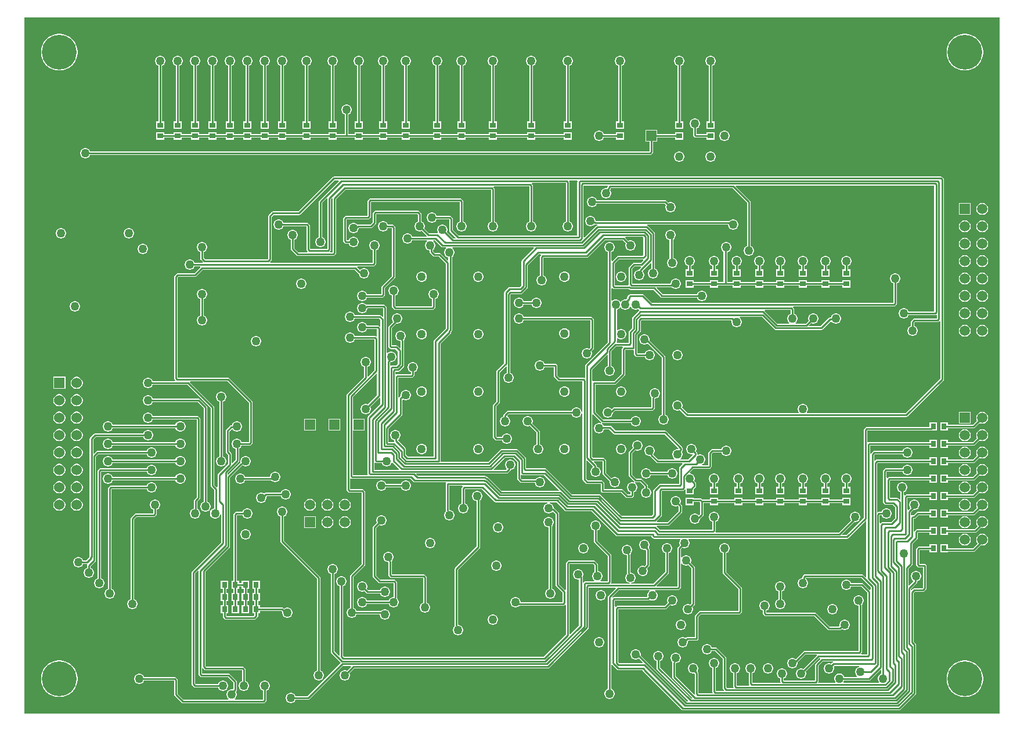
<source format=gbl>
G04*
G04 #@! TF.GenerationSoftware,Altium Limited,Altium Designer,22.3.1 (43)*
G04*
G04 Layer_Physical_Order=4*
G04 Layer_Color=16711680*
%FSLAX25Y25*%
%MOIN*%
G70*
G04*
G04 #@! TF.SameCoordinates,435ADCC5-F5F0-4A2A-A0AE-C26054AEAF53*
G04*
G04*
G04 #@! TF.FilePolarity,Positive*
G04*
G01*
G75*
%ADD12C,0.01000*%
%ADD16R,0.03150X0.03740*%
%ADD17R,0.03740X0.03150*%
%ADD45R,0.05906X0.05906*%
%ADD46C,0.05906*%
%ADD47C,0.06000*%
%ADD48R,0.06000X0.06000*%
%ADD49R,0.05906X0.05906*%
%ADD50C,0.20000*%
%ADD51C,0.05000*%
G36*
X560000D02*
X0D01*
Y400000D01*
X560000D01*
Y0D01*
D02*
G37*
%LPC*%
G36*
X540826Y390500D02*
X539174D01*
X537541Y390242D01*
X535969Y389731D01*
X534497Y388980D01*
X533160Y388009D01*
X531991Y386840D01*
X531020Y385503D01*
X530269Y384031D01*
X529759Y382459D01*
X529500Y380826D01*
Y379174D01*
X529759Y377541D01*
X530269Y375969D01*
X531020Y374497D01*
X531991Y373160D01*
X533160Y371991D01*
X534497Y371020D01*
X535969Y370269D01*
X537541Y369759D01*
X539174Y369500D01*
X540826D01*
X542459Y369759D01*
X544031Y370269D01*
X545503Y371020D01*
X546840Y371991D01*
X548009Y373160D01*
X548980Y374497D01*
X549731Y375969D01*
X550242Y377541D01*
X550500Y379174D01*
Y380826D01*
X550242Y382459D01*
X549731Y384031D01*
X548980Y385503D01*
X548009Y386840D01*
X546840Y388009D01*
X545503Y388980D01*
X544031Y389731D01*
X542459Y390242D01*
X540826Y390500D01*
D02*
G37*
G36*
X20826D02*
X19174D01*
X17541Y390242D01*
X15969Y389731D01*
X14497Y388980D01*
X13160Y388009D01*
X11991Y386840D01*
X11020Y385503D01*
X10269Y384031D01*
X9759Y382459D01*
X9500Y380826D01*
Y379174D01*
X9759Y377541D01*
X10269Y375969D01*
X11020Y374497D01*
X11991Y373160D01*
X13160Y371991D01*
X14497Y371020D01*
X15969Y370269D01*
X17541Y369759D01*
X19174Y369500D01*
X20826D01*
X22459Y369759D01*
X24031Y370269D01*
X25503Y371020D01*
X26840Y371991D01*
X28009Y373160D01*
X28980Y374497D01*
X29731Y375969D01*
X30242Y377541D01*
X30500Y379174D01*
Y380826D01*
X30242Y382459D01*
X29731Y384031D01*
X28980Y385503D01*
X28009Y386840D01*
X26840Y388009D01*
X25503Y388980D01*
X24031Y389731D01*
X22459Y390242D01*
X20826Y390500D01*
D02*
G37*
G36*
X394395Y378000D02*
X393605D01*
X392842Y377796D01*
X392158Y377401D01*
X391599Y376842D01*
X391204Y376158D01*
X391000Y375395D01*
Y374605D01*
X391204Y373842D01*
X391599Y373158D01*
X392158Y372599D01*
X392842Y372204D01*
X392980Y372167D01*
Y340224D01*
X391630D01*
Y336075D01*
X396370D01*
Y340224D01*
X395020D01*
Y372167D01*
X395158Y372204D01*
X395842Y372599D01*
X396401Y373158D01*
X396796Y373842D01*
X397000Y374605D01*
Y375395D01*
X396796Y376158D01*
X396401Y376842D01*
X395842Y377401D01*
X395158Y377796D01*
X394395Y378000D01*
D02*
G37*
G36*
X376395D02*
X375605D01*
X374842Y377796D01*
X374158Y377401D01*
X373599Y376842D01*
X373204Y376158D01*
X373000Y375395D01*
Y374605D01*
X373204Y373842D01*
X373599Y373158D01*
X374158Y372599D01*
X374842Y372204D01*
X374980Y372167D01*
Y340224D01*
X373630D01*
Y336075D01*
X378370D01*
Y340224D01*
X377020D01*
Y372167D01*
X377158Y372204D01*
X377842Y372599D01*
X378401Y373158D01*
X378796Y373842D01*
X379000Y374605D01*
Y375395D01*
X378796Y376158D01*
X378401Y376842D01*
X377842Y377401D01*
X377158Y377796D01*
X376395Y378000D01*
D02*
G37*
G36*
X342395D02*
X341605D01*
X340842Y377796D01*
X340158Y377401D01*
X339599Y376842D01*
X339204Y376158D01*
X339000Y375395D01*
Y374605D01*
X339204Y373842D01*
X339599Y373158D01*
X340158Y372599D01*
X340842Y372204D01*
X340980Y372167D01*
Y340224D01*
X339630D01*
Y336075D01*
X344370D01*
Y340224D01*
X343020D01*
Y372167D01*
X343158Y372204D01*
X343842Y372599D01*
X344401Y373158D01*
X344796Y373842D01*
X345000Y374605D01*
Y375395D01*
X344796Y376158D01*
X344401Y376842D01*
X343842Y377401D01*
X343158Y377796D01*
X342395Y378000D01*
D02*
G37*
G36*
X312395D02*
X311605D01*
X310842Y377796D01*
X310158Y377401D01*
X309599Y376842D01*
X309204Y376158D01*
X309000Y375395D01*
Y374605D01*
X309204Y373842D01*
X309599Y373158D01*
X310158Y372599D01*
X310842Y372204D01*
X310980Y372167D01*
Y340224D01*
X309630D01*
Y336075D01*
X314370D01*
Y340224D01*
X313020D01*
Y372167D01*
X313158Y372204D01*
X313842Y372599D01*
X314401Y373158D01*
X314796Y373842D01*
X315000Y374605D01*
Y375395D01*
X314796Y376158D01*
X314401Y376842D01*
X313842Y377401D01*
X313158Y377796D01*
X312395Y378000D01*
D02*
G37*
G36*
X291395D02*
X290605D01*
X289842Y377796D01*
X289158Y377401D01*
X288599Y376842D01*
X288204Y376158D01*
X288000Y375395D01*
Y374605D01*
X288204Y373842D01*
X288599Y373158D01*
X289158Y372599D01*
X289842Y372204D01*
X289980Y372167D01*
Y340224D01*
X288630D01*
Y336075D01*
X293370D01*
Y340224D01*
X292020D01*
Y372167D01*
X292158Y372204D01*
X292842Y372599D01*
X293401Y373158D01*
X293796Y373842D01*
X294000Y374605D01*
Y375395D01*
X293796Y376158D01*
X293401Y376842D01*
X292842Y377401D01*
X292158Y377796D01*
X291395Y378000D01*
D02*
G37*
G36*
X269395D02*
X268605D01*
X267842Y377796D01*
X267158Y377401D01*
X266599Y376842D01*
X266204Y376158D01*
X266000Y375395D01*
Y374605D01*
X266204Y373842D01*
X266599Y373158D01*
X267158Y372599D01*
X267842Y372204D01*
X267980Y372167D01*
Y340224D01*
X266630D01*
Y336075D01*
X271370D01*
Y340224D01*
X270020D01*
Y372167D01*
X270158Y372204D01*
X270842Y372599D01*
X271401Y373158D01*
X271796Y373842D01*
X272000Y374605D01*
Y375395D01*
X271796Y376158D01*
X271401Y376842D01*
X270842Y377401D01*
X270158Y377796D01*
X269395Y378000D01*
D02*
G37*
G36*
X251395D02*
X250605D01*
X249842Y377796D01*
X249158Y377401D01*
X248599Y376842D01*
X248204Y376158D01*
X248000Y375395D01*
Y374605D01*
X248204Y373842D01*
X248599Y373158D01*
X249158Y372599D01*
X249842Y372204D01*
X249980Y372167D01*
Y340224D01*
X248630D01*
Y336075D01*
X253370D01*
Y340224D01*
X252020D01*
Y372167D01*
X252158Y372204D01*
X252842Y372599D01*
X253401Y373158D01*
X253796Y373842D01*
X254000Y374605D01*
Y375395D01*
X253796Y376158D01*
X253401Y376842D01*
X252842Y377401D01*
X252158Y377796D01*
X251395Y378000D01*
D02*
G37*
G36*
X237395D02*
X236605D01*
X235842Y377796D01*
X235158Y377401D01*
X234599Y376842D01*
X234204Y376158D01*
X234000Y375395D01*
Y374605D01*
X234204Y373842D01*
X234599Y373158D01*
X235158Y372599D01*
X235842Y372204D01*
X235980Y372167D01*
Y340224D01*
X234630D01*
Y336075D01*
X239370D01*
Y340224D01*
X238020D01*
Y372167D01*
X238158Y372204D01*
X238842Y372599D01*
X239401Y373158D01*
X239796Y373842D01*
X240000Y374605D01*
Y375395D01*
X239796Y376158D01*
X239401Y376842D01*
X238842Y377401D01*
X238158Y377796D01*
X237395Y378000D01*
D02*
G37*
G36*
X219395D02*
X218605D01*
X217842Y377796D01*
X217158Y377401D01*
X216599Y376842D01*
X216204Y376158D01*
X216000Y375395D01*
Y374605D01*
X216204Y373842D01*
X216599Y373158D01*
X217158Y372599D01*
X217842Y372204D01*
X217980Y372167D01*
Y340224D01*
X216630D01*
Y336075D01*
X221370D01*
Y340224D01*
X220020D01*
Y372167D01*
X220158Y372204D01*
X220842Y372599D01*
X221401Y373158D01*
X221796Y373842D01*
X222000Y374605D01*
Y375395D01*
X221796Y376158D01*
X221401Y376842D01*
X220842Y377401D01*
X220158Y377796D01*
X219395Y378000D01*
D02*
G37*
G36*
X206395D02*
X205605D01*
X204842Y377796D01*
X204158Y377401D01*
X203599Y376842D01*
X203204Y376158D01*
X203000Y375395D01*
Y374605D01*
X203204Y373842D01*
X203599Y373158D01*
X204158Y372599D01*
X204842Y372204D01*
X204980Y372167D01*
Y340224D01*
X203630D01*
Y336075D01*
X208370D01*
Y340224D01*
X207020D01*
Y372167D01*
X207158Y372204D01*
X207842Y372599D01*
X208401Y373158D01*
X208796Y373842D01*
X209000Y374605D01*
Y375395D01*
X208796Y376158D01*
X208401Y376842D01*
X207842Y377401D01*
X207158Y377796D01*
X206395Y378000D01*
D02*
G37*
G36*
X192395D02*
X191605D01*
X190842Y377796D01*
X190158Y377401D01*
X189599Y376842D01*
X189204Y376158D01*
X189000Y375395D01*
Y374605D01*
X189204Y373842D01*
X189599Y373158D01*
X190158Y372599D01*
X190842Y372204D01*
X190980Y372167D01*
Y340224D01*
X189630D01*
Y336075D01*
X194370D01*
Y340224D01*
X193020D01*
Y372167D01*
X193158Y372204D01*
X193842Y372599D01*
X194401Y373158D01*
X194796Y373842D01*
X195000Y374605D01*
Y375395D01*
X194796Y376158D01*
X194401Y376842D01*
X193842Y377401D01*
X193158Y377796D01*
X192395Y378000D01*
D02*
G37*
G36*
X177395D02*
X176605D01*
X175842Y377796D01*
X175158Y377401D01*
X174599Y376842D01*
X174204Y376158D01*
X174000Y375395D01*
Y374605D01*
X174204Y373842D01*
X174599Y373158D01*
X175158Y372599D01*
X175842Y372204D01*
X175980Y372167D01*
Y340224D01*
X174630D01*
Y336075D01*
X179370D01*
Y340224D01*
X178020D01*
Y372167D01*
X178158Y372204D01*
X178842Y372599D01*
X179401Y373158D01*
X179796Y373842D01*
X180000Y374605D01*
Y375395D01*
X179796Y376158D01*
X179401Y376842D01*
X178842Y377401D01*
X178158Y377796D01*
X177395Y378000D01*
D02*
G37*
G36*
X162395D02*
X161605D01*
X160842Y377796D01*
X160158Y377401D01*
X159599Y376842D01*
X159204Y376158D01*
X159000Y375395D01*
Y374605D01*
X159204Y373842D01*
X159599Y373158D01*
X160158Y372599D01*
X160842Y372204D01*
X160980Y372167D01*
Y340224D01*
X159630D01*
Y336075D01*
X164370D01*
Y340224D01*
X163020D01*
Y372167D01*
X163158Y372204D01*
X163842Y372599D01*
X164401Y373158D01*
X164796Y373842D01*
X165000Y374605D01*
Y375395D01*
X164796Y376158D01*
X164401Y376842D01*
X163842Y377401D01*
X163158Y377796D01*
X162395Y378000D01*
D02*
G37*
G36*
X148395D02*
X147605D01*
X146842Y377796D01*
X146158Y377401D01*
X145599Y376842D01*
X145204Y376158D01*
X145000Y375395D01*
Y374605D01*
X145204Y373842D01*
X145599Y373158D01*
X146158Y372599D01*
X146842Y372204D01*
X146980Y372167D01*
Y340224D01*
X145630D01*
Y336075D01*
X150370D01*
Y340224D01*
X149020D01*
Y372167D01*
X149158Y372204D01*
X149842Y372599D01*
X150401Y373158D01*
X150796Y373842D01*
X151000Y374605D01*
Y375395D01*
X150796Y376158D01*
X150401Y376842D01*
X149842Y377401D01*
X149158Y377796D01*
X148395Y378000D01*
D02*
G37*
G36*
X138395D02*
X137605D01*
X136842Y377796D01*
X136158Y377401D01*
X135599Y376842D01*
X135204Y376158D01*
X135000Y375395D01*
Y374605D01*
X135204Y373842D01*
X135599Y373158D01*
X136158Y372599D01*
X136842Y372204D01*
X136980Y372167D01*
Y340224D01*
X135630D01*
Y336075D01*
X140370D01*
Y340224D01*
X139020D01*
Y372167D01*
X139158Y372204D01*
X139842Y372599D01*
X140401Y373158D01*
X140796Y373842D01*
X141000Y374605D01*
Y375395D01*
X140796Y376158D01*
X140401Y376842D01*
X139842Y377401D01*
X139158Y377796D01*
X138395Y378000D01*
D02*
G37*
G36*
X128395D02*
X127605D01*
X126842Y377796D01*
X126158Y377401D01*
X125599Y376842D01*
X125204Y376158D01*
X125000Y375395D01*
Y374605D01*
X125204Y373842D01*
X125599Y373158D01*
X126158Y372599D01*
X126842Y372204D01*
X126980Y372167D01*
Y340224D01*
X125630D01*
Y336075D01*
X130370D01*
Y340224D01*
X129020D01*
Y372167D01*
X129158Y372204D01*
X129842Y372599D01*
X130401Y373158D01*
X130796Y373842D01*
X131000Y374605D01*
Y375395D01*
X130796Y376158D01*
X130401Y376842D01*
X129842Y377401D01*
X129158Y377796D01*
X128395Y378000D01*
D02*
G37*
G36*
X118395D02*
X117605D01*
X116842Y377796D01*
X116158Y377401D01*
X115599Y376842D01*
X115204Y376158D01*
X115000Y375395D01*
Y374605D01*
X115204Y373842D01*
X115599Y373158D01*
X116158Y372599D01*
X116842Y372204D01*
X116980Y372167D01*
Y340224D01*
X115630D01*
Y336075D01*
X120370D01*
Y340224D01*
X119020D01*
Y372167D01*
X119158Y372204D01*
X119842Y372599D01*
X120401Y373158D01*
X120796Y373842D01*
X121000Y374605D01*
Y375395D01*
X120796Y376158D01*
X120401Y376842D01*
X119842Y377401D01*
X119158Y377796D01*
X118395Y378000D01*
D02*
G37*
G36*
X108395D02*
X107605D01*
X106842Y377796D01*
X106158Y377401D01*
X105599Y376842D01*
X105204Y376158D01*
X105000Y375395D01*
Y374605D01*
X105204Y373842D01*
X105599Y373158D01*
X106158Y372599D01*
X106842Y372204D01*
X106980Y372167D01*
Y340224D01*
X105630D01*
Y336075D01*
X110370D01*
Y340224D01*
X109020D01*
Y372167D01*
X109158Y372204D01*
X109842Y372599D01*
X110401Y373158D01*
X110796Y373842D01*
X111000Y374605D01*
Y375395D01*
X110796Y376158D01*
X110401Y376842D01*
X109842Y377401D01*
X109158Y377796D01*
X108395Y378000D01*
D02*
G37*
G36*
X98395D02*
X97605D01*
X96842Y377796D01*
X96158Y377401D01*
X95599Y376842D01*
X95204Y376158D01*
X95000Y375395D01*
Y374605D01*
X95204Y373842D01*
X95599Y373158D01*
X96158Y372599D01*
X96842Y372204D01*
X96980Y372167D01*
Y340224D01*
X95630D01*
Y336075D01*
X100370D01*
Y340224D01*
X99020D01*
Y372167D01*
X99158Y372204D01*
X99842Y372599D01*
X100401Y373158D01*
X100796Y373842D01*
X101000Y374605D01*
Y375395D01*
X100796Y376158D01*
X100401Y376842D01*
X99842Y377401D01*
X99158Y377796D01*
X98395Y378000D01*
D02*
G37*
G36*
X88395D02*
X87605D01*
X86842Y377796D01*
X86158Y377401D01*
X85599Y376842D01*
X85204Y376158D01*
X85000Y375395D01*
Y374605D01*
X85204Y373842D01*
X85599Y373158D01*
X86158Y372599D01*
X86842Y372204D01*
X86980Y372167D01*
Y340224D01*
X85630D01*
Y336075D01*
X90370D01*
Y340224D01*
X89020D01*
Y372167D01*
X89158Y372204D01*
X89842Y372599D01*
X90401Y373158D01*
X90796Y373842D01*
X91000Y374605D01*
Y375395D01*
X90796Y376158D01*
X90401Y376842D01*
X89842Y377401D01*
X89158Y377796D01*
X88395Y378000D01*
D02*
G37*
G36*
X78395D02*
X77605D01*
X76842Y377796D01*
X76158Y377401D01*
X75599Y376842D01*
X75204Y376158D01*
X75000Y375395D01*
Y374605D01*
X75204Y373842D01*
X75599Y373158D01*
X76158Y372599D01*
X76842Y372204D01*
X76980Y372167D01*
Y340224D01*
X75630D01*
Y336075D01*
X80370D01*
Y340224D01*
X79020D01*
Y372167D01*
X79158Y372204D01*
X79842Y372599D01*
X80401Y373158D01*
X80796Y373842D01*
X81000Y374605D01*
Y375395D01*
X80796Y376158D01*
X80401Y376842D01*
X79842Y377401D01*
X79158Y377796D01*
X78395Y378000D01*
D02*
G37*
G36*
X185395Y350000D02*
X184605D01*
X183842Y349796D01*
X183158Y349401D01*
X182599Y348842D01*
X182204Y348158D01*
X182000Y347395D01*
Y346605D01*
X182204Y345842D01*
X182599Y345158D01*
X183158Y344599D01*
X183842Y344204D01*
X183980Y344167D01*
Y332870D01*
X179370D01*
Y333925D01*
X174630D01*
Y332870D01*
X164370D01*
Y333925D01*
X159630D01*
Y332870D01*
X150370D01*
Y333925D01*
X145630D01*
Y332870D01*
X140370D01*
Y333925D01*
X135630D01*
Y332870D01*
X130370D01*
Y333925D01*
X125630D01*
Y332870D01*
X120370D01*
Y333925D01*
X115630D01*
Y332870D01*
X110370D01*
Y333925D01*
X105630D01*
Y332870D01*
X100370D01*
Y333925D01*
X95630D01*
Y332870D01*
X90370D01*
Y333925D01*
X85630D01*
Y332870D01*
X80370D01*
Y333925D01*
X75630D01*
Y329776D01*
X80370D01*
Y330831D01*
X85630D01*
Y329776D01*
X90370D01*
Y330831D01*
X95630D01*
Y329776D01*
X100370D01*
Y330831D01*
X105630D01*
Y329776D01*
X110370D01*
Y330831D01*
X115630D01*
Y329776D01*
X120370D01*
Y330831D01*
X125630D01*
Y329776D01*
X130370D01*
Y330831D01*
X135630D01*
Y329776D01*
X140370D01*
Y330831D01*
X145630D01*
Y329776D01*
X150370D01*
Y330831D01*
X159630D01*
Y329776D01*
X164370D01*
Y330831D01*
X174630D01*
Y329776D01*
X179370D01*
Y330831D01*
X189630D01*
Y329776D01*
X194370D01*
Y330831D01*
X203630D01*
Y329776D01*
X208370D01*
Y330831D01*
X216630D01*
Y329776D01*
X221370D01*
Y330831D01*
X234630D01*
Y329776D01*
X239370D01*
Y330831D01*
X248630D01*
Y329776D01*
X253370D01*
Y330831D01*
X266630D01*
Y329776D01*
X271370D01*
Y330831D01*
X288630D01*
Y329776D01*
X293370D01*
Y330831D01*
X309630D01*
Y329776D01*
X314370D01*
Y333925D01*
X309630D01*
Y332870D01*
X293370D01*
Y333925D01*
X288630D01*
Y332870D01*
X271370D01*
Y333925D01*
X266630D01*
Y332870D01*
X253370D01*
Y333925D01*
X248630D01*
Y332870D01*
X239370D01*
Y333925D01*
X234630D01*
Y332870D01*
X221370D01*
Y333925D01*
X216630D01*
Y332870D01*
X208370D01*
Y333925D01*
X203630D01*
Y332870D01*
X194370D01*
Y333925D01*
X189630D01*
Y332870D01*
X186020D01*
Y344167D01*
X186158Y344204D01*
X186842Y344599D01*
X187401Y345158D01*
X187796Y345842D01*
X188000Y346605D01*
Y347395D01*
X187796Y348158D01*
X187401Y348842D01*
X186842Y349401D01*
X186158Y349796D01*
X185395Y350000D01*
D02*
G37*
G36*
X385395Y342000D02*
X384605D01*
X383842Y341796D01*
X383158Y341401D01*
X382599Y340842D01*
X382204Y340158D01*
X382000Y339395D01*
Y338605D01*
X382204Y337842D01*
X382599Y337158D01*
X383158Y336599D01*
X383842Y336204D01*
X383980Y336167D01*
Y332436D01*
X384058Y332046D01*
X384279Y331715D01*
X384865Y331129D01*
X385196Y330908D01*
X385586Y330831D01*
X391630D01*
Y329776D01*
X396370D01*
Y333925D01*
X391630D01*
Y332870D01*
X386020D01*
Y336167D01*
X386158Y336204D01*
X386842Y336599D01*
X387401Y337158D01*
X387796Y337842D01*
X388000Y338605D01*
Y339395D01*
X387796Y340158D01*
X387401Y340842D01*
X386842Y341401D01*
X386158Y341796D01*
X385395Y342000D01*
D02*
G37*
G36*
X363453Y335453D02*
X356547D01*
Y328547D01*
X358980D01*
Y323020D01*
X37833D01*
X37796Y323158D01*
X37401Y323842D01*
X36842Y324401D01*
X36158Y324796D01*
X35395Y325000D01*
X34605D01*
X33842Y324796D01*
X33158Y324401D01*
X32599Y323842D01*
X32204Y323158D01*
X32000Y322395D01*
Y321605D01*
X32204Y320842D01*
X32599Y320158D01*
X33158Y319599D01*
X33842Y319204D01*
X34605Y319000D01*
X35395D01*
X36158Y319204D01*
X36842Y319599D01*
X37401Y320158D01*
X37796Y320842D01*
X37833Y320980D01*
X359414D01*
X359804Y321058D01*
X360135Y321279D01*
X360721Y321865D01*
X360942Y322196D01*
X361020Y322586D01*
Y328547D01*
X363453D01*
Y330980D01*
X373630D01*
Y329776D01*
X378370D01*
Y333925D01*
X373630D01*
Y333020D01*
X363453D01*
Y335453D01*
D02*
G37*
G36*
X330395Y335000D02*
X329605D01*
X328842Y334796D01*
X328158Y334401D01*
X327599Y333842D01*
X327204Y333158D01*
X327000Y332395D01*
Y331605D01*
X327204Y330842D01*
X327599Y330158D01*
X328158Y329599D01*
X328842Y329204D01*
X329605Y329000D01*
X330395D01*
X331158Y329204D01*
X331842Y329599D01*
X332401Y330158D01*
X332796Y330842D01*
X332811Y330898D01*
X333150Y330831D01*
X339630D01*
Y329776D01*
X344370D01*
Y333925D01*
X339630D01*
Y332870D01*
X333498D01*
X333390Y332942D01*
X333000Y333020D01*
X332833D01*
X332796Y333158D01*
X332401Y333842D01*
X331842Y334401D01*
X331158Y334796D01*
X330395Y335000D01*
D02*
G37*
G36*
X402395D02*
X401605D01*
X400842Y334796D01*
X400158Y334401D01*
X399599Y333842D01*
X399204Y333158D01*
X399000Y332395D01*
Y331605D01*
X399204Y330842D01*
X399599Y330158D01*
X400158Y329599D01*
X400842Y329204D01*
X401605Y329000D01*
X402395D01*
X403158Y329204D01*
X403842Y329599D01*
X404401Y330158D01*
X404796Y330842D01*
X405000Y331605D01*
Y332395D01*
X404796Y333158D01*
X404401Y333842D01*
X403842Y334401D01*
X403158Y334796D01*
X402395Y335000D01*
D02*
G37*
G36*
X394395Y323000D02*
X393605D01*
X392842Y322796D01*
X392158Y322401D01*
X391599Y321842D01*
X391204Y321158D01*
X391000Y320395D01*
Y319605D01*
X391204Y318842D01*
X391599Y318158D01*
X392158Y317599D01*
X392842Y317204D01*
X393605Y317000D01*
X394395D01*
X395158Y317204D01*
X395842Y317599D01*
X396401Y318158D01*
X396796Y318842D01*
X397000Y319605D01*
Y320395D01*
X396796Y321158D01*
X396401Y321842D01*
X395842Y322401D01*
X395158Y322796D01*
X394395Y323000D01*
D02*
G37*
G36*
X376395D02*
X375605D01*
X374842Y322796D01*
X374158Y322401D01*
X373599Y321842D01*
X373204Y321158D01*
X373000Y320395D01*
Y319605D01*
X373204Y318842D01*
X373599Y318158D01*
X374158Y317599D01*
X374842Y317204D01*
X375605Y317000D01*
X376395D01*
X377158Y317204D01*
X377842Y317599D01*
X378401Y318158D01*
X378796Y318842D01*
X379000Y319605D01*
Y320395D01*
X378796Y321158D01*
X378401Y321842D01*
X377842Y322401D01*
X377158Y322796D01*
X376395Y323000D01*
D02*
G37*
G36*
X326395Y297000D02*
X325605D01*
X324842Y296796D01*
X324158Y296401D01*
X323599Y295842D01*
X323204Y295158D01*
X323000Y294395D01*
Y293605D01*
X323204Y292842D01*
X323599Y292158D01*
X324158Y291599D01*
X324842Y291204D01*
X325605Y291000D01*
X326395D01*
X327158Y291204D01*
X327842Y291599D01*
X328401Y292158D01*
X328796Y292842D01*
X328833Y292980D01*
X367578D01*
X368276Y292282D01*
X368204Y292158D01*
X368000Y291395D01*
Y290605D01*
X368204Y289842D01*
X368599Y289158D01*
X369158Y288599D01*
X369842Y288204D01*
X370605Y288000D01*
X371395D01*
X372158Y288204D01*
X372842Y288599D01*
X373401Y289158D01*
X373796Y289842D01*
X374000Y290605D01*
Y291395D01*
X373796Y292158D01*
X373401Y292842D01*
X372842Y293401D01*
X372158Y293796D01*
X371395Y294000D01*
X370605D01*
X369842Y293796D01*
X369718Y293724D01*
X368721Y294721D01*
X368390Y294942D01*
X368000Y295020D01*
X328833D01*
X328796Y295158D01*
X328401Y295842D01*
X327842Y296401D01*
X327158Y296796D01*
X326395Y297000D01*
D02*
G37*
G36*
X550455Y293453D02*
X549545D01*
X548667Y293217D01*
X547880Y292763D01*
X547237Y292120D01*
X546782Y291333D01*
X546547Y290455D01*
Y289545D01*
X546782Y288667D01*
X547237Y287880D01*
X547880Y287237D01*
X548667Y286783D01*
X549545Y286547D01*
X550455D01*
X551333Y286783D01*
X552120Y287237D01*
X552763Y287880D01*
X553218Y288667D01*
X553453Y289545D01*
Y290455D01*
X553218Y291333D01*
X552763Y292120D01*
X552120Y292763D01*
X551333Y293217D01*
X550455Y293453D01*
D02*
G37*
G36*
X543453D02*
X536547D01*
Y286547D01*
X543453D01*
Y293453D01*
D02*
G37*
G36*
X250414Y296020D02*
X198586D01*
X198196Y295942D01*
X197865Y295721D01*
X197279Y295135D01*
X197058Y294804D01*
X196980Y294414D01*
Y286020D01*
X184586D01*
X184196Y285942D01*
X183865Y285721D01*
X183279Y285135D01*
X183058Y284804D01*
X182980Y284414D01*
Y271586D01*
X183058Y271196D01*
X183279Y270865D01*
X183865Y270279D01*
X184196Y270058D01*
X184586Y269980D01*
X186167D01*
X186204Y269842D01*
X186599Y269158D01*
X187158Y268599D01*
X187842Y268204D01*
X188605Y268000D01*
X189395D01*
X190158Y268204D01*
X190842Y268599D01*
X191401Y269158D01*
X191796Y269842D01*
X192000Y270605D01*
Y271395D01*
X191796Y272158D01*
X191401Y272842D01*
X190842Y273401D01*
X190158Y273796D01*
X189395Y274000D01*
X188605D01*
X187842Y273796D01*
X187158Y273401D01*
X186599Y272842D01*
X186204Y272158D01*
X186167Y272020D01*
X185020D01*
Y283980D01*
X197414D01*
X197804Y284058D01*
X198135Y284279D01*
X198721Y284865D01*
X198942Y285196D01*
X199020Y285586D01*
Y293980D01*
X249980D01*
Y282833D01*
X249842Y282796D01*
X249158Y282401D01*
X248599Y281842D01*
X248204Y281158D01*
X248000Y280395D01*
Y279605D01*
X248204Y278842D01*
X248599Y278158D01*
X249158Y277599D01*
X249842Y277204D01*
X250605Y277000D01*
X251395D01*
X252158Y277204D01*
X252842Y277599D01*
X253401Y278158D01*
X253796Y278842D01*
X254000Y279605D01*
Y280395D01*
X253796Y281158D01*
X253401Y281842D01*
X252842Y282401D01*
X252158Y282796D01*
X252020Y282833D01*
Y294414D01*
X251942Y294804D01*
X251721Y295135D01*
X251135Y295721D01*
X250804Y295942D01*
X250414Y296020D01*
D02*
G37*
G36*
X550455Y283453D02*
X549545D01*
X548667Y283218D01*
X547880Y282763D01*
X547237Y282120D01*
X546782Y281333D01*
X546547Y280455D01*
Y279545D01*
X546782Y278667D01*
X547237Y277880D01*
X547880Y277237D01*
X548667Y276782D01*
X549545Y276547D01*
X550455D01*
X551333Y276782D01*
X552120Y277237D01*
X552763Y277880D01*
X553218Y278667D01*
X553453Y279545D01*
Y280455D01*
X553218Y281333D01*
X552763Y282120D01*
X552120Y282763D01*
X551333Y283218D01*
X550455Y283453D01*
D02*
G37*
G36*
X540455D02*
X539545D01*
X538667Y283218D01*
X537880Y282763D01*
X537237Y282120D01*
X536783Y281333D01*
X536547Y280455D01*
Y279545D01*
X536783Y278667D01*
X537237Y277880D01*
X537880Y277237D01*
X538667Y276782D01*
X539545Y276547D01*
X540455D01*
X541333Y276782D01*
X542120Y277237D01*
X542763Y277880D01*
X543218Y278667D01*
X543453Y279545D01*
Y280455D01*
X543218Y281333D01*
X542763Y282120D01*
X542120Y282763D01*
X541333Y283218D01*
X540455Y283453D01*
D02*
G37*
G36*
X60395Y279000D02*
X59605D01*
X58842Y278796D01*
X58158Y278401D01*
X57599Y277842D01*
X57204Y277158D01*
X57000Y276395D01*
Y275605D01*
X57204Y274842D01*
X57599Y274158D01*
X58158Y273599D01*
X58842Y273204D01*
X59605Y273000D01*
X60395D01*
X61158Y273204D01*
X61842Y273599D01*
X62401Y274158D01*
X62796Y274842D01*
X63000Y275605D01*
Y276395D01*
X62796Y277158D01*
X62401Y277842D01*
X61842Y278401D01*
X61158Y278796D01*
X60395Y279000D01*
D02*
G37*
G36*
X21395D02*
X20605D01*
X19842Y278796D01*
X19158Y278401D01*
X18599Y277842D01*
X18204Y277158D01*
X18000Y276395D01*
Y275605D01*
X18204Y274842D01*
X18599Y274158D01*
X19158Y273599D01*
X19842Y273204D01*
X20605Y273000D01*
X21395D01*
X22158Y273204D01*
X22842Y273599D01*
X23401Y274158D01*
X23796Y274842D01*
X24000Y275605D01*
Y276395D01*
X23796Y277158D01*
X23401Y277842D01*
X22842Y278401D01*
X22158Y278796D01*
X21395Y279000D01*
D02*
G37*
G36*
X550455Y273453D02*
X549545D01*
X548667Y273218D01*
X547880Y272763D01*
X547237Y272120D01*
X546782Y271333D01*
X546547Y270455D01*
Y269545D01*
X546782Y268667D01*
X547237Y267880D01*
X547880Y267237D01*
X548667Y266782D01*
X549545Y266547D01*
X550455D01*
X551333Y266782D01*
X552120Y267237D01*
X552763Y267880D01*
X553218Y268667D01*
X553453Y269545D01*
Y270455D01*
X553218Y271333D01*
X552763Y272120D01*
X552120Y272763D01*
X551333Y273218D01*
X550455Y273453D01*
D02*
G37*
G36*
X540455D02*
X539545D01*
X538667Y273218D01*
X537880Y272763D01*
X537237Y272120D01*
X536783Y271333D01*
X536547Y270455D01*
Y269545D01*
X536783Y268667D01*
X537237Y267880D01*
X537880Y267237D01*
X538667Y266782D01*
X539545Y266547D01*
X540455D01*
X541333Y266782D01*
X542120Y267237D01*
X542763Y267880D01*
X543218Y268667D01*
X543453Y269545D01*
Y270455D01*
X543218Y271333D01*
X542763Y272120D01*
X542120Y272763D01*
X541333Y273218D01*
X540455Y273453D01*
D02*
G37*
G36*
X68395Y270000D02*
X67605D01*
X66842Y269796D01*
X66158Y269401D01*
X65599Y268842D01*
X65204Y268158D01*
X65000Y267395D01*
Y266605D01*
X65204Y265842D01*
X65599Y265158D01*
X66158Y264599D01*
X66842Y264204D01*
X67605Y264000D01*
X68395D01*
X69158Y264204D01*
X69842Y264599D01*
X70401Y265158D01*
X70796Y265842D01*
X71000Y266605D01*
Y267395D01*
X70796Y268158D01*
X70401Y268842D01*
X69842Y269401D01*
X69158Y269796D01*
X68395Y270000D01*
D02*
G37*
G36*
X550455Y263453D02*
X549545D01*
X548667Y263217D01*
X547880Y262763D01*
X547237Y262120D01*
X546782Y261333D01*
X546547Y260455D01*
Y259545D01*
X546782Y258667D01*
X547237Y257880D01*
X547880Y257237D01*
X548667Y256783D01*
X549545Y256547D01*
X550455D01*
X551333Y256783D01*
X552120Y257237D01*
X552763Y257880D01*
X553218Y258667D01*
X553453Y259545D01*
Y260455D01*
X553218Y261333D01*
X552763Y262120D01*
X552120Y262763D01*
X551333Y263217D01*
X550455Y263453D01*
D02*
G37*
G36*
X540455D02*
X539545D01*
X538667Y263217D01*
X537880Y262763D01*
X537237Y262120D01*
X536783Y261333D01*
X536547Y260455D01*
Y259545D01*
X536783Y258667D01*
X537237Y257880D01*
X537880Y257237D01*
X538667Y256783D01*
X539545Y256547D01*
X540455D01*
X541333Y256783D01*
X542120Y257237D01*
X542763Y257880D01*
X543218Y258667D01*
X543453Y259545D01*
Y260455D01*
X543218Y261333D01*
X542763Y262120D01*
X542120Y262763D01*
X541333Y263217D01*
X540455Y263453D01*
D02*
G37*
G36*
X371395Y278000D02*
X370605D01*
X369842Y277796D01*
X369158Y277401D01*
X368599Y276842D01*
X368204Y276158D01*
X368000Y275395D01*
Y274605D01*
X368204Y273842D01*
X368599Y273158D01*
X369158Y272599D01*
X369842Y272204D01*
X370480Y272033D01*
Y261587D01*
X370158Y261401D01*
X369599Y260842D01*
X369204Y260158D01*
X369000Y259395D01*
Y258605D01*
X369204Y257842D01*
X369599Y257158D01*
X370158Y256599D01*
X370842Y256204D01*
X371605Y256000D01*
X372395D01*
X373158Y256204D01*
X373842Y256599D01*
X374401Y257158D01*
X374796Y257842D01*
X375000Y258605D01*
Y259395D01*
X374796Y260158D01*
X374401Y260842D01*
X373842Y261401D01*
X373158Y261796D01*
X372520Y261967D01*
Y272413D01*
X372842Y272599D01*
X373401Y273158D01*
X373796Y273842D01*
X374000Y274605D01*
Y275395D01*
X373796Y276158D01*
X373401Y276842D01*
X372842Y277401D01*
X372158Y277796D01*
X371395Y278000D01*
D02*
G37*
G36*
X472395Y263000D02*
X471605D01*
X470842Y262796D01*
X470158Y262401D01*
X469599Y261842D01*
X469204Y261158D01*
X469000Y260395D01*
Y259605D01*
X469204Y258842D01*
X469599Y258158D01*
X470158Y257599D01*
X470842Y257204D01*
X470980Y257167D01*
Y255224D01*
X469630D01*
Y251075D01*
X474370D01*
Y255224D01*
X473020D01*
Y257167D01*
X473158Y257204D01*
X473842Y257599D01*
X474401Y258158D01*
X474796Y258842D01*
X475000Y259605D01*
Y260395D01*
X474796Y261158D01*
X474401Y261842D01*
X473842Y262401D01*
X473158Y262796D01*
X472395Y263000D01*
D02*
G37*
G36*
X460395D02*
X459605D01*
X458842Y262796D01*
X458158Y262401D01*
X457599Y261842D01*
X457204Y261158D01*
X457000Y260395D01*
Y259605D01*
X457204Y258842D01*
X457599Y258158D01*
X458158Y257599D01*
X458842Y257204D01*
X458980Y257167D01*
Y255224D01*
X457630D01*
Y251075D01*
X462370D01*
Y255224D01*
X461020D01*
Y257167D01*
X461158Y257204D01*
X461842Y257599D01*
X462401Y258158D01*
X462796Y258842D01*
X463000Y259605D01*
Y260395D01*
X462796Y261158D01*
X462401Y261842D01*
X461842Y262401D01*
X461158Y262796D01*
X460395Y263000D01*
D02*
G37*
G36*
X447395D02*
X446605D01*
X445842Y262796D01*
X445158Y262401D01*
X444599Y261842D01*
X444204Y261158D01*
X444000Y260395D01*
Y259605D01*
X444204Y258842D01*
X444599Y258158D01*
X445158Y257599D01*
X445842Y257204D01*
X445980Y257167D01*
Y255224D01*
X444630D01*
Y251075D01*
X449370D01*
Y255224D01*
X448020D01*
Y257167D01*
X448158Y257204D01*
X448842Y257599D01*
X449401Y258158D01*
X449796Y258842D01*
X450000Y259605D01*
Y260395D01*
X449796Y261158D01*
X449401Y261842D01*
X448842Y262401D01*
X448158Y262796D01*
X447395Y263000D01*
D02*
G37*
G36*
X434395D02*
X433605D01*
X432842Y262796D01*
X432158Y262401D01*
X431599Y261842D01*
X431204Y261158D01*
X431000Y260395D01*
Y259605D01*
X431204Y258842D01*
X431599Y258158D01*
X432158Y257599D01*
X432842Y257204D01*
X432980Y257167D01*
Y255224D01*
X431630D01*
Y251075D01*
X436370D01*
Y255224D01*
X435020D01*
Y257167D01*
X435158Y257204D01*
X435842Y257599D01*
X436401Y258158D01*
X436796Y258842D01*
X437000Y259605D01*
Y260395D01*
X436796Y261158D01*
X436401Y261842D01*
X435842Y262401D01*
X435158Y262796D01*
X434395Y263000D01*
D02*
G37*
G36*
X422395D02*
X421605D01*
X420842Y262796D01*
X420158Y262401D01*
X419599Y261842D01*
X419204Y261158D01*
X419000Y260395D01*
Y259605D01*
X419204Y258842D01*
X419599Y258158D01*
X420158Y257599D01*
X420842Y257204D01*
X420980Y257167D01*
Y255224D01*
X419630D01*
Y251075D01*
X424370D01*
Y255224D01*
X423020D01*
Y257167D01*
X423158Y257204D01*
X423842Y257599D01*
X424401Y258158D01*
X424796Y258842D01*
X425000Y259605D01*
Y260395D01*
X424796Y261158D01*
X424401Y261842D01*
X423842Y262401D01*
X423158Y262796D01*
X422395Y263000D01*
D02*
G37*
G36*
X409395D02*
X408605D01*
X407842Y262796D01*
X407158Y262401D01*
X406599Y261842D01*
X406204Y261158D01*
X406000Y260395D01*
Y259605D01*
X406204Y258842D01*
X406599Y258158D01*
X407158Y257599D01*
X407842Y257204D01*
X407980Y257167D01*
Y255224D01*
X406630D01*
Y251075D01*
X411370D01*
Y255224D01*
X410020D01*
Y257167D01*
X410158Y257204D01*
X410842Y257599D01*
X411401Y258158D01*
X411796Y258842D01*
X412000Y259605D01*
Y260395D01*
X411796Y261158D01*
X411401Y261842D01*
X410842Y262401D01*
X410158Y262796D01*
X409395Y263000D01*
D02*
G37*
G36*
X396395D02*
X395605D01*
X394842Y262796D01*
X394158Y262401D01*
X393599Y261842D01*
X393204Y261158D01*
X393000Y260395D01*
Y259605D01*
X393204Y258842D01*
X393599Y258158D01*
X394158Y257599D01*
X394842Y257204D01*
X394980Y257167D01*
Y255224D01*
X393630D01*
Y251075D01*
X398370D01*
Y255224D01*
X397020D01*
Y257167D01*
X397158Y257204D01*
X397842Y257599D01*
X398401Y258158D01*
X398796Y258842D01*
X399000Y259605D01*
Y260395D01*
X398796Y261158D01*
X398401Y261842D01*
X397842Y262401D01*
X397158Y262796D01*
X396395Y263000D01*
D02*
G37*
G36*
X382395D02*
X381605D01*
X380842Y262796D01*
X380158Y262401D01*
X379599Y261842D01*
X379204Y261158D01*
X379000Y260395D01*
Y259605D01*
X379204Y258842D01*
X379599Y258158D01*
X380158Y257599D01*
X380842Y257204D01*
X380980Y257167D01*
Y255224D01*
X379630D01*
Y251075D01*
X384370D01*
Y255224D01*
X383020D01*
Y257167D01*
X383158Y257204D01*
X383842Y257599D01*
X384401Y258158D01*
X384796Y258842D01*
X385000Y259605D01*
Y260395D01*
X384796Y261158D01*
X384401Y261842D01*
X383842Y262401D01*
X383158Y262796D01*
X382395Y263000D01*
D02*
G37*
G36*
X228545Y254000D02*
X227755D01*
X226992Y253796D01*
X226308Y253401D01*
X225749Y252842D01*
X225354Y252158D01*
X225150Y251395D01*
Y250605D01*
X225354Y249842D01*
X225749Y249158D01*
X226308Y248599D01*
X226992Y248204D01*
X227755Y248000D01*
X228545D01*
X229308Y248204D01*
X229992Y248599D01*
X230550Y249158D01*
X230945Y249842D01*
X231150Y250605D01*
Y251395D01*
X230945Y252158D01*
X230550Y252842D01*
X229992Y253401D01*
X229308Y253796D01*
X228545Y254000D01*
D02*
G37*
G36*
X403395Y271000D02*
X402605D01*
X401842Y270796D01*
X401158Y270401D01*
X400599Y269842D01*
X400204Y269158D01*
X400000Y268395D01*
Y267605D01*
X400204Y266842D01*
X400599Y266158D01*
X401158Y265599D01*
X401480Y265413D01*
Y247870D01*
X398370D01*
Y248925D01*
X393630D01*
Y247870D01*
X384370D01*
Y248925D01*
X379630D01*
Y244776D01*
X384370D01*
Y245831D01*
X393630D01*
Y244776D01*
X398370D01*
Y245831D01*
X406630D01*
Y244776D01*
X411370D01*
Y245831D01*
X419630D01*
Y244776D01*
X424370D01*
Y245831D01*
X431630D01*
Y244776D01*
X436370D01*
Y245831D01*
X444630D01*
Y244776D01*
X449370D01*
Y245831D01*
X457630D01*
Y244776D01*
X462370D01*
Y245831D01*
X469630D01*
Y244776D01*
X474370D01*
Y248925D01*
X469630D01*
Y247870D01*
X462370D01*
Y248925D01*
X457630D01*
Y247870D01*
X449370D01*
Y248925D01*
X444630D01*
Y247870D01*
X436370D01*
Y248925D01*
X431630D01*
Y247870D01*
X424370D01*
Y248925D01*
X419630D01*
Y247870D01*
X411370D01*
Y248925D01*
X406630D01*
Y247870D01*
X403520D01*
Y265033D01*
X404158Y265204D01*
X404842Y265599D01*
X405401Y266158D01*
X405796Y266842D01*
X406000Y267605D01*
Y268395D01*
X405796Y269158D01*
X405401Y269842D01*
X404842Y270401D01*
X404158Y270796D01*
X403395Y271000D01*
D02*
G37*
G36*
X550455Y253453D02*
X549545D01*
X548667Y253218D01*
X547880Y252763D01*
X547237Y252120D01*
X546782Y251333D01*
X546547Y250455D01*
Y249545D01*
X546782Y248667D01*
X547237Y247880D01*
X547880Y247237D01*
X548667Y246782D01*
X549545Y246547D01*
X550455D01*
X551333Y246782D01*
X552120Y247237D01*
X552763Y247880D01*
X553218Y248667D01*
X553453Y249545D01*
Y250455D01*
X553218Y251333D01*
X552763Y252120D01*
X552120Y252763D01*
X551333Y253218D01*
X550455Y253453D01*
D02*
G37*
G36*
X540455D02*
X539545D01*
X538667Y253218D01*
X537880Y252763D01*
X537237Y252120D01*
X536783Y251333D01*
X536547Y250455D01*
Y249545D01*
X536783Y248667D01*
X537237Y247880D01*
X537880Y247237D01*
X538667Y246782D01*
X539545Y246547D01*
X540455D01*
X541333Y246782D01*
X542120Y247237D01*
X542763Y247880D01*
X543218Y248667D01*
X543453Y249545D01*
Y250455D01*
X543218Y251333D01*
X542763Y252120D01*
X542120Y252763D01*
X541333Y253218D01*
X540455Y253453D01*
D02*
G37*
G36*
X159395Y250000D02*
X158605D01*
X157842Y249796D01*
X157158Y249401D01*
X156599Y248842D01*
X156204Y248158D01*
X156000Y247395D01*
Y246605D01*
X156204Y245842D01*
X156599Y245158D01*
X157158Y244599D01*
X157842Y244204D01*
X158605Y244000D01*
X159395D01*
X160158Y244204D01*
X160842Y244599D01*
X161401Y245158D01*
X161796Y245842D01*
X162000Y246605D01*
Y247395D01*
X161796Y248158D01*
X161401Y248842D01*
X160842Y249401D01*
X160158Y249796D01*
X159395Y250000D01*
D02*
G37*
G36*
X206395Y283000D02*
X205605D01*
X204842Y282796D01*
X204158Y282401D01*
X203599Y281842D01*
X203204Y281158D01*
X203000Y280395D01*
Y279605D01*
X203204Y278842D01*
X203599Y278158D01*
X204158Y277599D01*
X204842Y277204D01*
X205605Y277000D01*
X206395D01*
X207158Y277204D01*
X207842Y277599D01*
X208401Y278158D01*
X208796Y278842D01*
X208833Y278980D01*
X210980D01*
Y251422D01*
X205279Y245721D01*
X205058Y245390D01*
X204980Y245000D01*
Y241020D01*
X196833D01*
X196796Y241158D01*
X196401Y241842D01*
X195842Y242401D01*
X195158Y242796D01*
X194395Y243000D01*
X193605D01*
X192842Y242796D01*
X192158Y242401D01*
X191599Y241842D01*
X191204Y241158D01*
X191000Y240395D01*
Y239605D01*
X191204Y238842D01*
X191599Y238158D01*
X192158Y237599D01*
X192842Y237204D01*
X193605Y237000D01*
X194395D01*
X195158Y237204D01*
X195842Y237599D01*
X196401Y238158D01*
X196796Y238842D01*
X196833Y238980D01*
X205414D01*
X205804Y239058D01*
X206135Y239279D01*
X206721Y239865D01*
X206942Y240196D01*
X207020Y240586D01*
Y244578D01*
X212721Y250279D01*
X212942Y250610D01*
X213020Y251000D01*
Y279414D01*
X212942Y279804D01*
X212721Y280135D01*
X212135Y280721D01*
X211804Y280942D01*
X211414Y281020D01*
X208833D01*
X208796Y281158D01*
X208401Y281842D01*
X207842Y282401D01*
X207158Y282796D01*
X206395Y283000D01*
D02*
G37*
G36*
X550455Y243453D02*
X549545D01*
X548667Y243217D01*
X547880Y242763D01*
X547237Y242120D01*
X546782Y241333D01*
X546547Y240455D01*
Y239545D01*
X546782Y238667D01*
X547237Y237880D01*
X547880Y237237D01*
X548667Y236783D01*
X549545Y236547D01*
X550455D01*
X551333Y236783D01*
X552120Y237237D01*
X552763Y237880D01*
X553218Y238667D01*
X553453Y239545D01*
Y240455D01*
X553218Y241333D01*
X552763Y242120D01*
X552120Y242763D01*
X551333Y243217D01*
X550455Y243453D01*
D02*
G37*
G36*
X540455D02*
X539545D01*
X538667Y243217D01*
X537880Y242763D01*
X537237Y242120D01*
X536783Y241333D01*
X536547Y240455D01*
Y239545D01*
X536783Y238667D01*
X537237Y237880D01*
X537880Y237237D01*
X538667Y236783D01*
X539545Y236547D01*
X540455D01*
X541333Y236783D01*
X542120Y237237D01*
X542763Y237880D01*
X543218Y238667D01*
X543453Y239545D01*
Y240455D01*
X543218Y241333D01*
X542763Y242120D01*
X542120Y242763D01*
X541333Y243217D01*
X540455Y243453D01*
D02*
G37*
G36*
X212395Y246000D02*
X211605D01*
X210842Y245796D01*
X210158Y245401D01*
X209599Y244842D01*
X209204Y244158D01*
X209000Y243395D01*
Y242605D01*
X209204Y241842D01*
X209599Y241158D01*
X210158Y240599D01*
X210842Y240204D01*
X210980Y240167D01*
Y234000D01*
X211058Y233610D01*
X211279Y233279D01*
X212279Y232279D01*
X212610Y232058D01*
X213000Y231980D01*
X234414D01*
X234804Y232058D01*
X235135Y232279D01*
X235721Y232865D01*
X235942Y233196D01*
X236020Y233586D01*
Y238167D01*
X236158Y238204D01*
X236842Y238599D01*
X237401Y239158D01*
X237796Y239842D01*
X238000Y240605D01*
Y241395D01*
X237796Y242158D01*
X237401Y242842D01*
X236842Y243401D01*
X236158Y243796D01*
X235395Y244000D01*
X234605D01*
X233842Y243796D01*
X233158Y243401D01*
X232599Y242842D01*
X232204Y242158D01*
X232000Y241395D01*
Y240605D01*
X232204Y239842D01*
X232599Y239158D01*
X233158Y238599D01*
X233842Y238204D01*
X233980Y238167D01*
Y234020D01*
X213422D01*
X213020Y234422D01*
Y240167D01*
X213158Y240204D01*
X213842Y240599D01*
X214401Y241158D01*
X214796Y241842D01*
X215000Y242605D01*
Y243395D01*
X214796Y244158D01*
X214401Y244842D01*
X213842Y245401D01*
X213158Y245796D01*
X212395Y246000D01*
D02*
G37*
G36*
X526414Y308520D02*
X177621D01*
X177231Y308442D01*
X176900Y308221D01*
X157199Y288520D01*
X142743D01*
X142352Y288442D01*
X142022Y288221D01*
X140279Y286478D01*
X140058Y286147D01*
X139980Y285757D01*
Y261387D01*
X139613Y261020D01*
X103887D01*
X103020Y261887D01*
Y265167D01*
X103158Y265204D01*
X103842Y265599D01*
X104401Y266158D01*
X104796Y266842D01*
X105000Y267605D01*
Y268395D01*
X104796Y269158D01*
X104401Y269842D01*
X103842Y270401D01*
X103158Y270796D01*
X102395Y271000D01*
X101605D01*
X100842Y270796D01*
X100158Y270401D01*
X99599Y269842D01*
X99204Y269158D01*
X99000Y268395D01*
Y267605D01*
X99204Y266842D01*
X99599Y266158D01*
X100158Y265599D01*
X100842Y265204D01*
X100980Y265167D01*
Y261465D01*
X101058Y261074D01*
X101279Y260743D01*
X102503Y259520D01*
X102296Y259020D01*
X97833D01*
X97796Y259158D01*
X97401Y259842D01*
X96842Y260401D01*
X96158Y260796D01*
X95395Y261000D01*
X94605D01*
X93842Y260796D01*
X93158Y260401D01*
X92599Y259842D01*
X92204Y259158D01*
X92000Y258395D01*
Y257605D01*
X92204Y256842D01*
X92599Y256158D01*
X93158Y255599D01*
X93842Y255204D01*
X94605Y255000D01*
X95395D01*
X96158Y255204D01*
X96842Y255599D01*
X97401Y256158D01*
X97796Y256842D01*
X97833Y256980D01*
X100831D01*
X101039Y256480D01*
X97578Y253020D01*
X88000D01*
X87610Y252942D01*
X87279Y252721D01*
X86279Y251721D01*
X86058Y251390D01*
X85980Y251000D01*
Y192586D01*
X86058Y192196D01*
X86279Y191865D01*
X86624Y191520D01*
X86417Y191020D01*
X73833D01*
X73796Y191158D01*
X73401Y191842D01*
X72842Y192401D01*
X72158Y192796D01*
X71395Y193000D01*
X70605D01*
X69842Y192796D01*
X69158Y192401D01*
X68599Y191842D01*
X68204Y191158D01*
X68000Y190395D01*
Y189605D01*
X68204Y188842D01*
X68599Y188158D01*
X69158Y187599D01*
X69842Y187204D01*
X70605Y187000D01*
X71395D01*
X72158Y187204D01*
X72842Y187599D01*
X73401Y188158D01*
X73796Y188842D01*
X73833Y188980D01*
X93578D01*
X106980Y175578D01*
Y131000D01*
X107058Y130610D01*
X107279Y130279D01*
X108980Y128578D01*
Y117967D01*
X108342Y117796D01*
X107658Y117401D01*
X107099Y116842D01*
X106704Y116158D01*
X106500Y115395D01*
Y114605D01*
X106704Y113842D01*
X107099Y113158D01*
X107658Y112599D01*
X108342Y112204D01*
X109105Y112000D01*
X109895D01*
X110658Y112204D01*
X111342Y112599D01*
X111901Y113158D01*
X112296Y113842D01*
X112480Y114532D01*
X112980Y114466D01*
Y98422D01*
X96279Y81721D01*
X96058Y81390D01*
X95980Y81000D01*
Y17000D01*
X96058Y16610D01*
X96279Y16279D01*
X97279Y15279D01*
X97610Y15058D01*
X98000Y14980D01*
X111167D01*
X111204Y14842D01*
X111599Y14158D01*
X112158Y13599D01*
X112842Y13204D01*
X113605Y13000D01*
X114395D01*
X115158Y13204D01*
X115842Y13599D01*
X116401Y14158D01*
X116796Y14842D01*
X117000Y15605D01*
Y16395D01*
X116796Y17158D01*
X116401Y17842D01*
X115842Y18401D01*
X115158Y18796D01*
X114395Y19000D01*
X113605D01*
X112842Y18796D01*
X112158Y18401D01*
X111599Y17842D01*
X111204Y17158D01*
X111167Y17020D01*
X98422D01*
X98020Y17422D01*
Y80578D01*
X99480Y82038D01*
X99980Y81831D01*
Y22586D01*
X100058Y22196D01*
X100279Y21865D01*
X100865Y21279D01*
X101196Y21058D01*
X101586Y20980D01*
X116992D01*
X119980Y17992D01*
Y14360D01*
X119495Y13973D01*
X119395Y14000D01*
X118605D01*
X117842Y13796D01*
X117158Y13401D01*
X116599Y12842D01*
X116204Y12158D01*
X116000Y11395D01*
Y10605D01*
X116204Y9842D01*
X116599Y9158D01*
X117158Y8599D01*
X117296Y8520D01*
X117162Y8020D01*
X91422D01*
X88020Y11422D01*
Y19414D01*
X87942Y19804D01*
X87721Y20135D01*
X87135Y20721D01*
X86804Y20942D01*
X86414Y21020D01*
X68833D01*
X68796Y21158D01*
X68401Y21842D01*
X67842Y22401D01*
X67158Y22796D01*
X66395Y23000D01*
X65605D01*
X64842Y22796D01*
X64158Y22401D01*
X63599Y21842D01*
X63204Y21158D01*
X63000Y20395D01*
Y19605D01*
X63204Y18842D01*
X63599Y18158D01*
X64158Y17599D01*
X64842Y17204D01*
X65605Y17000D01*
X66395D01*
X67158Y17204D01*
X67842Y17599D01*
X68401Y18158D01*
X68796Y18842D01*
X68833Y18980D01*
X85980D01*
Y11000D01*
X86058Y10610D01*
X86279Y10279D01*
X90279Y6279D01*
X90610Y6058D01*
X91000Y5980D01*
X137414D01*
X137804Y6058D01*
X138135Y6279D01*
X138721Y6865D01*
X138942Y7196D01*
X139020Y7586D01*
Y13167D01*
X139158Y13204D01*
X139842Y13599D01*
X140401Y14158D01*
X140796Y14842D01*
X141000Y15605D01*
Y16395D01*
X140796Y17158D01*
X140401Y17842D01*
X139842Y18401D01*
X139158Y18796D01*
X138395Y19000D01*
X137605D01*
X136842Y18796D01*
X136158Y18401D01*
X135599Y17842D01*
X135204Y17158D01*
X135000Y16395D01*
Y15605D01*
X135204Y14842D01*
X135599Y14158D01*
X136158Y13599D01*
X136842Y13204D01*
X136980Y13167D01*
Y8020D01*
X120838D01*
X120704Y8520D01*
X120842Y8599D01*
X121401Y9158D01*
X121796Y9842D01*
X122000Y10605D01*
Y11395D01*
X121796Y12158D01*
X121510Y12653D01*
X121721Y12865D01*
X121942Y13196D01*
X122020Y13586D01*
Y18414D01*
X121942Y18804D01*
X121721Y19135D01*
X118135Y22721D01*
X117804Y22942D01*
X117414Y23020D01*
X102020D01*
Y25831D01*
X102520Y26039D01*
X103279Y25279D01*
X103610Y25058D01*
X104000Y24980D01*
X124980D01*
Y18833D01*
X124842Y18796D01*
X124158Y18401D01*
X123599Y17842D01*
X123204Y17158D01*
X123000Y16395D01*
Y15605D01*
X123204Y14842D01*
X123599Y14158D01*
X124158Y13599D01*
X124842Y13204D01*
X125605Y13000D01*
X126395D01*
X127158Y13204D01*
X127842Y13599D01*
X128401Y14158D01*
X128796Y14842D01*
X129000Y15605D01*
Y16395D01*
X128796Y17158D01*
X128401Y17842D01*
X127842Y18401D01*
X127158Y18796D01*
X127020Y18833D01*
Y25414D01*
X126942Y25804D01*
X126721Y26135D01*
X126135Y26721D01*
X125804Y26942D01*
X125414Y27020D01*
X104422D01*
X104020Y27422D01*
Y81578D01*
X117721Y95279D01*
X117942Y95610D01*
X118020Y96000D01*
Y135578D01*
X124717Y142275D01*
X124804Y142293D01*
X125135Y142514D01*
X125198Y142576D01*
X125842Y142204D01*
X126605Y142000D01*
X127395D01*
X128158Y142204D01*
X128842Y142599D01*
X129401Y143158D01*
X129796Y143842D01*
X130000Y144605D01*
Y145395D01*
X129796Y146158D01*
X129401Y146842D01*
X128842Y147401D01*
X128158Y147796D01*
X127395Y148000D01*
X126605D01*
X125842Y147796D01*
X125158Y147401D01*
X124599Y146842D01*
X124204Y146158D01*
X124000Y145395D01*
Y144605D01*
X123845Y144177D01*
X123514Y143956D01*
X116981Y137424D01*
X116520Y137615D01*
Y138078D01*
X123135Y144693D01*
X123356Y145024D01*
X123434Y145414D01*
Y152364D01*
X123842Y152599D01*
X124401Y153158D01*
X124796Y153842D01*
X124833Y153980D01*
X129414D01*
X129804Y154058D01*
X130135Y154279D01*
X130721Y154865D01*
X130942Y155196D01*
X131020Y155586D01*
Y179000D01*
X130942Y179390D01*
X130721Y179721D01*
X117721Y192721D01*
X117390Y192942D01*
X117000Y193020D01*
X88020D01*
Y250578D01*
X88422Y250980D01*
X98000D01*
X98390Y251058D01*
X98721Y251279D01*
X102422Y254980D01*
X189578D01*
X191514Y253044D01*
X191844Y252823D01*
X192000Y252792D01*
Y252605D01*
X192204Y251842D01*
X192599Y251158D01*
X193158Y250599D01*
X193842Y250204D01*
X194605Y250000D01*
X195395D01*
X196158Y250204D01*
X196842Y250599D01*
X197401Y251158D01*
X197796Y251842D01*
X198000Y252605D01*
Y253395D01*
X197796Y254158D01*
X197401Y254842D01*
X196842Y255401D01*
X196158Y255796D01*
X195395Y256000D01*
X194605D01*
X193842Y255796D01*
X193158Y255401D01*
X192600Y254842D01*
X190962Y256480D01*
X191169Y256980D01*
X200414D01*
X200804Y257058D01*
X201135Y257279D01*
X201721Y257865D01*
X201942Y258196D01*
X202020Y258586D01*
Y266167D01*
X202158Y266204D01*
X202842Y266599D01*
X203401Y267158D01*
X203796Y267842D01*
X204000Y268605D01*
Y269395D01*
X203796Y270158D01*
X203401Y270842D01*
X202842Y271401D01*
X202158Y271796D01*
X201395Y272000D01*
X200605D01*
X199842Y271796D01*
X199158Y271401D01*
X198599Y270842D01*
X198204Y270158D01*
X198000Y269395D01*
Y268605D01*
X198204Y267842D01*
X198599Y267158D01*
X199158Y266599D01*
X199842Y266204D01*
X199980Y266167D01*
Y259020D01*
X141204D01*
X140997Y259520D01*
X141721Y260244D01*
X141942Y260574D01*
X142020Y260964D01*
Y285335D01*
X143165Y286480D01*
X157621D01*
X158011Y286558D01*
X158342Y286779D01*
X178044Y306480D01*
X180385D01*
X180577Y306018D01*
X169279Y294721D01*
X169058Y294390D01*
X168980Y294000D01*
Y273833D01*
X168842Y273796D01*
X168158Y273401D01*
X167599Y272842D01*
X167204Y272158D01*
X167000Y271395D01*
Y270605D01*
X167204Y269842D01*
X167599Y269158D01*
X168158Y268599D01*
X168842Y268204D01*
X169605Y268000D01*
X170395D01*
X171158Y268204D01*
X171842Y268599D01*
X172401Y269158D01*
X172796Y269842D01*
X173000Y270605D01*
Y271395D01*
X172796Y272158D01*
X172401Y272842D01*
X171842Y273401D01*
X171158Y273796D01*
X171020Y273833D01*
Y293578D01*
X173498Y296056D01*
X173535Y296052D01*
X173980Y295831D01*
Y267020D01*
X164020D01*
Y280414D01*
X163942Y280804D01*
X163721Y281135D01*
X163135Y281721D01*
X162804Y281942D01*
X162414Y282020D01*
X148833D01*
X148796Y282158D01*
X148401Y282842D01*
X147842Y283401D01*
X147158Y283796D01*
X146395Y284000D01*
X145605D01*
X144842Y283796D01*
X144158Y283401D01*
X143599Y282842D01*
X143204Y282158D01*
X143000Y281395D01*
Y280605D01*
X143204Y279842D01*
X143599Y279158D01*
X144158Y278599D01*
X144842Y278204D01*
X145605Y278000D01*
X146395D01*
X147158Y278204D01*
X147842Y278599D01*
X148401Y279158D01*
X148796Y279842D01*
X148833Y279980D01*
X161980D01*
Y266586D01*
X162058Y266196D01*
X162279Y265865D01*
X162624Y265520D01*
X162417Y265020D01*
X157422D01*
X155020Y267422D01*
Y272167D01*
X155158Y272204D01*
X155842Y272599D01*
X156401Y273158D01*
X156796Y273842D01*
X157000Y274605D01*
Y275395D01*
X156796Y276158D01*
X156401Y276842D01*
X155842Y277401D01*
X155158Y277796D01*
X154395Y278000D01*
X153605D01*
X152842Y277796D01*
X152158Y277401D01*
X151599Y276842D01*
X151204Y276158D01*
X151000Y275395D01*
Y274605D01*
X151204Y273842D01*
X151599Y273158D01*
X152158Y272599D01*
X152842Y272204D01*
X152980Y272167D01*
Y267000D01*
X153058Y266610D01*
X153279Y266279D01*
X156279Y263279D01*
X156610Y263058D01*
X157000Y262980D01*
X177414D01*
X177804Y263058D01*
X178135Y263279D01*
X178721Y263865D01*
X178942Y264196D01*
X179020Y264586D01*
Y295578D01*
X184422Y300980D01*
X267980D01*
Y282833D01*
X267842Y282796D01*
X267158Y282401D01*
X266599Y281842D01*
X266204Y281158D01*
X266000Y280395D01*
Y279605D01*
X266204Y278842D01*
X266599Y278158D01*
X267158Y277599D01*
X267842Y277204D01*
X268605Y277000D01*
X269395D01*
X270158Y277204D01*
X270842Y277599D01*
X271401Y278158D01*
X271796Y278842D01*
X272000Y279605D01*
Y280395D01*
X271796Y281158D01*
X271401Y281842D01*
X270842Y282401D01*
X270158Y282796D01*
X270020Y282833D01*
Y301414D01*
X269942Y301804D01*
X269721Y302135D01*
X269376Y302480D01*
X269583Y302980D01*
X289980D01*
Y282833D01*
X289842Y282796D01*
X289158Y282401D01*
X288599Y281842D01*
X288204Y281158D01*
X288000Y280395D01*
Y279605D01*
X288204Y278842D01*
X288599Y278158D01*
X289158Y277599D01*
X289842Y277204D01*
X290605Y277000D01*
X291395D01*
X292158Y277204D01*
X292842Y277599D01*
X293401Y278158D01*
X293796Y278842D01*
X294000Y279605D01*
Y280395D01*
X293796Y281158D01*
X293401Y281842D01*
X292842Y282401D01*
X292158Y282796D01*
X292020Y282833D01*
Y303414D01*
X291942Y303804D01*
X291721Y304135D01*
X291376Y304480D01*
X291583Y304980D01*
X310980D01*
Y282833D01*
X310842Y282796D01*
X310158Y282401D01*
X309599Y281842D01*
X309204Y281158D01*
X309000Y280395D01*
Y279605D01*
X309204Y278842D01*
X309599Y278158D01*
X310158Y277599D01*
X310842Y277204D01*
X311605Y277000D01*
X312395D01*
X313158Y277204D01*
X313842Y277599D01*
X314401Y278158D01*
X314796Y278842D01*
X315000Y279605D01*
Y280395D01*
X314796Y281158D01*
X314401Y281842D01*
X313842Y282401D01*
X313158Y282796D01*
X313020Y282833D01*
Y305414D01*
X312942Y305804D01*
X312824Y305980D01*
X313036Y306480D01*
X317464D01*
X317676Y305980D01*
X317558Y305804D01*
X317480Y305414D01*
Y274520D01*
X249422D01*
X246020Y277922D01*
Y284414D01*
X245942Y284804D01*
X245721Y285135D01*
X245135Y285721D01*
X244804Y285942D01*
X244414Y286020D01*
X236833D01*
X236796Y286158D01*
X236401Y286842D01*
X235842Y287401D01*
X235158Y287796D01*
X234395Y288000D01*
X233605D01*
X232842Y287796D01*
X232158Y287401D01*
X231599Y286842D01*
X231204Y286158D01*
X231000Y285395D01*
Y284605D01*
X231204Y283842D01*
X231599Y283158D01*
X232158Y282599D01*
X232842Y282204D01*
X233605Y282000D01*
X234395D01*
X235158Y282204D01*
X235842Y282599D01*
X236401Y283158D01*
X236796Y283842D01*
X236833Y283980D01*
X243980D01*
Y277500D01*
X244058Y277110D01*
X244279Y276779D01*
X247576Y273481D01*
X247385Y273020D01*
X246422D01*
X242724Y276718D01*
X242796Y276842D01*
X243000Y277605D01*
Y278395D01*
X242796Y279158D01*
X242401Y279842D01*
X241842Y280401D01*
X241158Y280796D01*
X240395Y281000D01*
X239605D01*
X238842Y280796D01*
X238158Y280401D01*
X237599Y279842D01*
X237204Y279158D01*
X237000Y278395D01*
Y277605D01*
X237204Y276842D01*
X237435Y276443D01*
X237115Y275997D01*
X237000Y276020D01*
X232422D01*
X229724Y278718D01*
X229796Y278842D01*
X230000Y279605D01*
Y280395D01*
X229796Y281158D01*
X229401Y281842D01*
X228842Y282401D01*
X228158Y282796D01*
X228020Y282833D01*
Y287000D01*
X227942Y287390D01*
X227721Y287721D01*
X226721Y288721D01*
X226390Y288942D01*
X226000Y289020D01*
X201586D01*
X201196Y288942D01*
X200865Y288721D01*
X200279Y288135D01*
X200058Y287804D01*
X199980Y287414D01*
Y282422D01*
X198578Y281020D01*
X191586D01*
X191283Y280959D01*
X190842Y281401D01*
X190158Y281796D01*
X189395Y282000D01*
X188605D01*
X187842Y281796D01*
X187158Y281401D01*
X186599Y280842D01*
X186204Y280158D01*
X186000Y279395D01*
Y278605D01*
X186204Y277842D01*
X186599Y277158D01*
X187158Y276599D01*
X187842Y276204D01*
X188605Y276000D01*
X189395D01*
X190158Y276204D01*
X190842Y276599D01*
X191401Y277158D01*
X191796Y277842D01*
X192000Y278605D01*
Y278980D01*
X199000D01*
X199390Y279058D01*
X199721Y279279D01*
X201721Y281279D01*
X201942Y281610D01*
X202020Y282000D01*
Y286980D01*
X225578D01*
X225980Y286578D01*
Y282833D01*
X225842Y282796D01*
X225158Y282401D01*
X224599Y281842D01*
X224204Y281158D01*
X224000Y280395D01*
Y279605D01*
X224204Y278842D01*
X224599Y278158D01*
X225158Y277599D01*
X225842Y277204D01*
X226605Y277000D01*
X227395D01*
X228158Y277204D01*
X228282Y277276D01*
X231038Y274520D01*
X230831Y274020D01*
X222833D01*
X222796Y274158D01*
X222401Y274842D01*
X221842Y275401D01*
X221158Y275796D01*
X220395Y276000D01*
X219605D01*
X218842Y275796D01*
X218158Y275401D01*
X217599Y274842D01*
X217204Y274158D01*
X217000Y273395D01*
Y272605D01*
X217204Y271842D01*
X217599Y271158D01*
X218158Y270599D01*
X218842Y270204D01*
X219605Y270000D01*
X220395D01*
X221158Y270204D01*
X221842Y270599D01*
X222401Y271158D01*
X222796Y271842D01*
X222833Y271980D01*
X231162D01*
X231296Y271480D01*
X231158Y271401D01*
X230599Y270842D01*
X230204Y270158D01*
X230000Y269395D01*
Y268605D01*
X230204Y267842D01*
X230599Y267158D01*
X231158Y266599D01*
X231842Y266204D01*
X232605Y266000D01*
X232746D01*
Y265235D01*
X232823Y264844D01*
X233044Y264514D01*
X234608Y262951D01*
X234938Y262730D01*
X235328Y262652D01*
X237906D01*
X241980Y258578D01*
Y221422D01*
X235279Y214721D01*
X235058Y214390D01*
X234980Y214000D01*
Y147520D01*
X220165D01*
X219020Y148665D01*
Y152000D01*
X218942Y152390D01*
X218721Y152721D01*
X214565Y156877D01*
X214630Y157477D01*
X214842Y157599D01*
X215401Y158158D01*
X215796Y158842D01*
X216000Y159605D01*
Y160395D01*
X215796Y161158D01*
X215401Y161842D01*
X214842Y162401D01*
X214158Y162796D01*
X213395Y163000D01*
X212605D01*
X211842Y162796D01*
X211158Y162401D01*
X210599Y161842D01*
X210204Y161158D01*
X210000Y160395D01*
Y159605D01*
X210204Y158842D01*
X210599Y158158D01*
X211158Y157599D01*
X211842Y157204D01*
X212309Y157079D01*
Y156672D01*
X212346Y156485D01*
X212263Y156312D01*
X212052Y156073D01*
X211967Y156020D01*
X209020D01*
Y163578D01*
X216721Y171279D01*
X216942Y171610D01*
X217020Y172000D01*
Y180102D01*
X217520Y180391D01*
X217842Y180204D01*
X218605Y180000D01*
X219395D01*
X220158Y180204D01*
X220842Y180599D01*
X221401Y181158D01*
X221796Y181842D01*
X222000Y182605D01*
Y183395D01*
X221796Y184158D01*
X221401Y184842D01*
X220842Y185401D01*
X220158Y185796D01*
X219395Y186000D01*
X218605D01*
X217842Y185796D01*
X217158Y185401D01*
X216599Y184842D01*
X216204Y184158D01*
X216000Y183395D01*
Y182605D01*
X216008Y182574D01*
X215865Y182478D01*
X215279Y181893D01*
X215058Y181562D01*
X215020Y181369D01*
X214520Y181418D01*
Y192980D01*
X222414D01*
X222804Y193058D01*
X223135Y193279D01*
X223721Y193865D01*
X223942Y194196D01*
X224020Y194586D01*
Y196167D01*
X224158Y196204D01*
X224842Y196599D01*
X225401Y197158D01*
X225796Y197842D01*
X226000Y198605D01*
Y199395D01*
X225796Y200158D01*
X225401Y200842D01*
X224842Y201401D01*
X224158Y201796D01*
X223395Y202000D01*
X222605D01*
X221842Y201796D01*
X221158Y201401D01*
X220599Y200842D01*
X220204Y200158D01*
X220000Y199395D01*
Y198605D01*
X220204Y197842D01*
X220599Y197158D01*
X221158Y196599D01*
X221842Y196204D01*
X221980Y196167D01*
Y195020D01*
X214086D01*
X213696Y194942D01*
X213520Y194824D01*
X213020Y195036D01*
Y196480D01*
X214621D01*
X215012Y196558D01*
X215342Y196779D01*
X217721Y199158D01*
X217942Y199488D01*
X218020Y199879D01*
Y214414D01*
X217959Y214717D01*
X218401Y215158D01*
X218796Y215842D01*
X219000Y216605D01*
Y217395D01*
X218796Y218158D01*
X218401Y218842D01*
X217842Y219401D01*
X217158Y219796D01*
X216395Y220000D01*
X215605D01*
X214842Y219796D01*
X214158Y219401D01*
X213599Y218842D01*
X213204Y218158D01*
X213000Y217395D01*
Y216605D01*
X213204Y215842D01*
X213599Y215158D01*
X214158Y214599D01*
X214842Y214204D01*
X215605Y214000D01*
X215980D01*
Y210115D01*
X215518Y209924D01*
X214221Y211221D01*
X213890Y211442D01*
X213500Y211520D01*
X211020D01*
Y221578D01*
X213476Y224035D01*
X213605Y224000D01*
X214395D01*
X215158Y224204D01*
X215842Y224599D01*
X216401Y225158D01*
X216796Y225842D01*
X217000Y226605D01*
Y227395D01*
X216796Y228158D01*
X216401Y228842D01*
X215842Y229401D01*
X215158Y229796D01*
X214395Y230000D01*
X213605D01*
X212842Y229796D01*
X212158Y229401D01*
X211599Y228842D01*
X211204Y228158D01*
X211000Y227395D01*
Y226605D01*
X211204Y225842D01*
X211599Y225158D01*
X211658Y225100D01*
X209279Y222721D01*
X209058Y222390D01*
X208980Y222000D01*
Y211086D01*
X209058Y210696D01*
X209279Y210365D01*
X209865Y209779D01*
X210196Y209558D01*
X210586Y209480D01*
X213078D01*
X214480Y208078D01*
Y200922D01*
X213578Y200020D01*
X211086D01*
X210696Y199942D01*
X210520Y199824D01*
X210020Y200036D01*
Y201523D01*
X210105Y202000D01*
X210895D01*
X211658Y202204D01*
X212342Y202599D01*
X212901Y203158D01*
X213296Y203842D01*
X213500Y204605D01*
Y205395D01*
X213296Y206158D01*
X212901Y206842D01*
X212342Y207401D01*
X211658Y207796D01*
X210895Y208000D01*
X210105D01*
X209342Y207796D01*
X208658Y207401D01*
X208520Y207262D01*
X208020Y207469D01*
Y233414D01*
X207942Y233804D01*
X207721Y234135D01*
X207135Y234721D01*
X206804Y234942D01*
X206414Y235020D01*
X196586D01*
X196283Y234959D01*
X195842Y235401D01*
X195158Y235796D01*
X194395Y236000D01*
X193605D01*
X192842Y235796D01*
X192158Y235401D01*
X191599Y234842D01*
X191204Y234158D01*
X191000Y233395D01*
Y232605D01*
X191204Y231842D01*
X191599Y231158D01*
X192158Y230599D01*
X192842Y230204D01*
X193605Y230000D01*
X194395D01*
X195158Y230204D01*
X195842Y230599D01*
X196401Y231158D01*
X196796Y231842D01*
X197000Y232605D01*
Y232980D01*
X205980D01*
Y228115D01*
X205519Y227923D01*
X204721Y228721D01*
X204390Y228942D01*
X204000Y229020D01*
X189833D01*
X189796Y229158D01*
X189401Y229842D01*
X188842Y230401D01*
X188158Y230796D01*
X187395Y231000D01*
X186605D01*
X185842Y230796D01*
X185158Y230401D01*
X184599Y229842D01*
X184204Y229158D01*
X184000Y228395D01*
Y227605D01*
X184204Y226842D01*
X184599Y226158D01*
X185158Y225599D01*
X185842Y225204D01*
X186605Y225000D01*
X187395D01*
X188158Y225204D01*
X188842Y225599D01*
X189401Y226158D01*
X189796Y226842D01*
X189833Y226980D01*
X203578D01*
X204480Y226078D01*
Y222583D01*
X203980Y222376D01*
X203635Y222721D01*
X203304Y222942D01*
X202914Y223020D01*
X196833D01*
X196796Y223158D01*
X196401Y223842D01*
X195842Y224401D01*
X195158Y224796D01*
X194395Y225000D01*
X193605D01*
X192842Y224796D01*
X192158Y224401D01*
X191599Y223842D01*
X191204Y223158D01*
X191000Y222395D01*
Y221605D01*
X191204Y220842D01*
X191599Y220158D01*
X192158Y219599D01*
X192842Y219204D01*
X193605Y219000D01*
X194395D01*
X195158Y219204D01*
X195842Y219599D01*
X196401Y220158D01*
X196796Y220842D01*
X196833Y220980D01*
X202480D01*
Y217036D01*
X201980Y216824D01*
X201804Y216942D01*
X201414Y217020D01*
X189833D01*
X189796Y217158D01*
X189401Y217842D01*
X188842Y218401D01*
X188158Y218796D01*
X187395Y219000D01*
X186605D01*
X185842Y218796D01*
X185158Y218401D01*
X184599Y217842D01*
X184204Y217158D01*
X184000Y216395D01*
Y215605D01*
X184204Y214842D01*
X184599Y214158D01*
X185158Y213599D01*
X185842Y213204D01*
X186605Y213000D01*
X187395D01*
X188158Y213204D01*
X188842Y213599D01*
X189401Y214158D01*
X189796Y214842D01*
X189833Y214980D01*
X200980D01*
Y197301D01*
X197482Y193802D01*
X197020Y193993D01*
Y199167D01*
X197158Y199204D01*
X197842Y199599D01*
X198401Y200158D01*
X198796Y200842D01*
X199000Y201605D01*
Y202395D01*
X198796Y203158D01*
X198401Y203842D01*
X197842Y204401D01*
X197158Y204796D01*
X196395Y205000D01*
X195605D01*
X194842Y204796D01*
X194158Y204401D01*
X193599Y203842D01*
X193204Y203158D01*
X193000Y202395D01*
Y201605D01*
X193204Y200842D01*
X193599Y200158D01*
X194158Y199599D01*
X194842Y199204D01*
X194980Y199167D01*
Y193422D01*
X185279Y183721D01*
X185058Y183390D01*
X184980Y183000D01*
Y128586D01*
X185058Y128196D01*
X185279Y127865D01*
X185865Y127279D01*
X186196Y127058D01*
X186586Y126980D01*
X193542D01*
Y85984D01*
X187279Y79721D01*
X187058Y79390D01*
X186980Y79000D01*
Y60833D01*
X186842Y60796D01*
X186158Y60401D01*
X185599Y59842D01*
X185204Y59158D01*
X185000Y58395D01*
Y57605D01*
X185204Y56842D01*
X185599Y56158D01*
X186158Y55599D01*
X186842Y55204D01*
X187605Y55000D01*
X188395D01*
X189158Y55204D01*
X189842Y55599D01*
X190401Y56158D01*
X190796Y56842D01*
X190833Y56980D01*
X204000D01*
Y56605D01*
X204204Y55842D01*
X204599Y55158D01*
X205158Y54599D01*
X205842Y54204D01*
X206605Y54000D01*
X207395D01*
X208158Y54204D01*
X208842Y54599D01*
X209401Y55158D01*
X209796Y55842D01*
X210000Y56605D01*
Y57395D01*
X209796Y58158D01*
X209401Y58842D01*
X208842Y59401D01*
X208158Y59796D01*
X207395Y60000D01*
X206605D01*
X205842Y59796D01*
X205158Y59401D01*
X204777Y59020D01*
X190833D01*
X190796Y59158D01*
X190401Y59842D01*
X189842Y60401D01*
X189158Y60796D01*
X189020Y60833D01*
Y78578D01*
X195282Y84840D01*
X195503Y85171D01*
X195581Y85561D01*
Y127414D01*
X195503Y127804D01*
X195282Y128135D01*
X194696Y128721D01*
X194366Y128942D01*
X193975Y129020D01*
X187020D01*
Y134964D01*
X187520Y135176D01*
X187696Y135058D01*
X188086Y134980D01*
X221578D01*
X223279Y133279D01*
X223610Y133058D01*
X224000Y132980D01*
X241873D01*
X242140Y132480D01*
X242080Y132390D01*
X242002Y132000D01*
Y116586D01*
X242059Y116302D01*
X241599Y115842D01*
X241204Y115158D01*
X241000Y114395D01*
Y113605D01*
X241204Y112842D01*
X241599Y112158D01*
X242158Y111599D01*
X242842Y111204D01*
X243605Y111000D01*
X244395D01*
X245158Y111204D01*
X245842Y111599D01*
X246401Y112158D01*
X246796Y112842D01*
X247000Y113605D01*
Y114395D01*
X246796Y115158D01*
X246401Y115842D01*
X245842Y116401D01*
X245158Y116796D01*
X244395Y117000D01*
X244041D01*
Y130980D01*
X251417D01*
X251624Y130480D01*
X251279Y130135D01*
X251058Y129804D01*
X250980Y129414D01*
Y120833D01*
X250842Y120796D01*
X250158Y120401D01*
X249599Y119842D01*
X249204Y119158D01*
X249000Y118395D01*
Y117605D01*
X249204Y116842D01*
X249599Y116158D01*
X250158Y115599D01*
X250842Y115204D01*
X251605Y115000D01*
X252395D01*
X253158Y115204D01*
X253842Y115599D01*
X254401Y116158D01*
X254796Y116842D01*
X255000Y117605D01*
Y118395D01*
X254796Y119158D01*
X254401Y119842D01*
X253842Y120401D01*
X253158Y120796D01*
X253020Y120833D01*
Y128980D01*
X262578D01*
X269779Y121779D01*
X270110Y121558D01*
X270500Y121480D01*
X300466D01*
X300532Y120980D01*
X299842Y120796D01*
X299158Y120401D01*
X298599Y119842D01*
X298204Y119158D01*
X298000Y118395D01*
Y117605D01*
X298204Y116842D01*
X298599Y116158D01*
X299158Y115599D01*
X299842Y115204D01*
X300605Y115000D01*
X301395D01*
X302158Y115204D01*
X302842Y115599D01*
X303400Y116158D01*
X304980Y114578D01*
Y74000D01*
X305058Y73610D01*
X305279Y73279D01*
X308980Y69578D01*
Y64020D01*
X285000D01*
Y64395D01*
X284796Y65158D01*
X284401Y65842D01*
X283842Y66401D01*
X283158Y66796D01*
X282395Y67000D01*
X281605D01*
X280842Y66796D01*
X280158Y66401D01*
X279599Y65842D01*
X279204Y65158D01*
X279000Y64395D01*
Y63605D01*
X279204Y62842D01*
X279599Y62158D01*
X280158Y61599D01*
X280842Y61204D01*
X281605Y61000D01*
X282395D01*
X283158Y61204D01*
X283842Y61599D01*
X284223Y61980D01*
X309414D01*
X309804Y62058D01*
X310135Y62279D01*
X310480Y62624D01*
X310980Y62417D01*
Y45422D01*
X298078Y32520D01*
X183508D01*
X183020Y33008D01*
Y73167D01*
X183158Y73204D01*
X183842Y73599D01*
X184401Y74158D01*
X184796Y74842D01*
X185000Y75605D01*
Y76395D01*
X184796Y77158D01*
X184401Y77842D01*
X183842Y78401D01*
X183158Y78796D01*
X182395Y79000D01*
X181605D01*
X180842Y78796D01*
X180158Y78401D01*
X179599Y77842D01*
X179204Y77158D01*
X179000Y76395D01*
Y75605D01*
X179204Y74842D01*
X179599Y74158D01*
X180158Y73599D01*
X180842Y73204D01*
X180980Y73167D01*
Y33579D01*
X180518Y33388D01*
X178020Y35887D01*
Y80167D01*
X178158Y80204D01*
X178842Y80599D01*
X179401Y81158D01*
X179796Y81842D01*
X180000Y82605D01*
Y83395D01*
X179796Y84158D01*
X179401Y84842D01*
X178842Y85401D01*
X178158Y85796D01*
X177395Y86000D01*
X176605D01*
X175842Y85796D01*
X175158Y85401D01*
X174599Y84842D01*
X174204Y84158D01*
X174000Y83395D01*
Y82605D01*
X174204Y81842D01*
X174599Y81158D01*
X175158Y80599D01*
X175842Y80204D01*
X175980Y80167D01*
Y35465D01*
X176058Y35074D01*
X176279Y34743D01*
X181455Y29568D01*
X181735Y29268D01*
X181448Y28890D01*
X162578Y10020D01*
X155833D01*
X155796Y10158D01*
X155401Y10842D01*
X154842Y11401D01*
X154158Y11796D01*
X153395Y12000D01*
X152605D01*
X151842Y11796D01*
X151158Y11401D01*
X150599Y10842D01*
X150204Y10158D01*
X150000Y9395D01*
Y8605D01*
X150204Y7842D01*
X150599Y7158D01*
X151158Y6599D01*
X151842Y6204D01*
X152605Y6000D01*
X153395D01*
X154158Y6204D01*
X154842Y6599D01*
X155401Y7158D01*
X155796Y7842D01*
X155833Y7980D01*
X163000D01*
X163390Y8058D01*
X163721Y8279D01*
X182922Y27480D01*
X187385D01*
X187576Y27018D01*
X185282Y24724D01*
X185158Y24796D01*
X184395Y25000D01*
X183605D01*
X182842Y24796D01*
X182158Y24401D01*
X181599Y23842D01*
X181204Y23158D01*
X181000Y22395D01*
Y21605D01*
X181204Y20842D01*
X181599Y20158D01*
X182158Y19599D01*
X182842Y19204D01*
X183605Y19000D01*
X184395D01*
X185158Y19204D01*
X185842Y19599D01*
X186401Y20158D01*
X186796Y20842D01*
X187000Y21605D01*
Y22395D01*
X186796Y23158D01*
X186724Y23282D01*
X189422Y25980D01*
X300500D01*
X300890Y26058D01*
X301221Y26279D01*
X323721Y48779D01*
X323942Y49110D01*
X324020Y49500D01*
Y72480D01*
X339385D01*
X339577Y72018D01*
X335279Y67721D01*
X335058Y67390D01*
X334980Y67000D01*
Y14233D01*
X334842Y14196D01*
X334158Y13801D01*
X333599Y13242D01*
X333204Y12558D01*
X333000Y11795D01*
Y11005D01*
X333204Y10242D01*
X333599Y9558D01*
X334158Y8999D01*
X334842Y8604D01*
X335605Y8400D01*
X336395D01*
X337158Y8604D01*
X337842Y8999D01*
X338401Y9558D01*
X338796Y10242D01*
X339000Y11005D01*
Y11795D01*
X338796Y12558D01*
X338401Y13242D01*
X337842Y13801D01*
X337158Y14196D01*
X337020Y14233D01*
Y27831D01*
X337520Y28038D01*
X340400Y25158D01*
X340731Y24937D01*
X341121Y24859D01*
X354992D01*
X355013Y24838D01*
X355058Y24610D01*
X355279Y24279D01*
X377279Y2279D01*
X377610Y2058D01*
X378000Y1980D01*
X502364D01*
X502754Y2058D01*
X503085Y2279D01*
X511721Y10915D01*
X511942Y11246D01*
X512020Y11636D01*
Y39500D01*
X511942Y39890D01*
X511721Y40221D01*
X510520Y41422D01*
Y69078D01*
X511422Y69980D01*
X516000D01*
X516390Y70058D01*
X516721Y70279D01*
X517721Y71279D01*
X517942Y71610D01*
X518020Y72000D01*
Y85000D01*
X517942Y85390D01*
X517721Y85721D01*
X517390Y85942D01*
X517000Y86020D01*
X514020D01*
Y93980D01*
X519776D01*
Y92630D01*
X523925D01*
Y97370D01*
X519776D01*
Y96020D01*
X513586D01*
X513196Y95942D01*
X512865Y95721D01*
X512279Y95135D01*
X512058Y94804D01*
X511980Y94414D01*
Y85586D01*
X512058Y85196D01*
X512279Y84865D01*
X512865Y84279D01*
X513196Y84058D01*
X513586Y83980D01*
X515980D01*
Y72422D01*
X515578Y72020D01*
X511000D01*
X510610Y71942D01*
X510279Y71721D01*
X509481Y70924D01*
X509020Y71115D01*
Y71578D01*
X512393Y74951D01*
X512614Y75281D01*
X512691Y75672D01*
Y76079D01*
X513158Y76204D01*
X513842Y76599D01*
X514401Y77158D01*
X514796Y77842D01*
X515000Y78605D01*
Y79395D01*
X514796Y80158D01*
X514401Y80842D01*
X513842Y81401D01*
X513158Y81796D01*
X512395Y82000D01*
X511605D01*
X510842Y81796D01*
X510158Y81401D01*
X509599Y80842D01*
X509204Y80158D01*
X509000Y79395D01*
Y78605D01*
X509204Y77842D01*
X509599Y77158D01*
X510158Y76599D01*
X510370Y76477D01*
X510435Y75877D01*
X507981Y73423D01*
X507520Y73615D01*
Y83078D01*
X509721Y85279D01*
X509942Y85610D01*
X510020Y86000D01*
Y97578D01*
X512721Y100279D01*
X512942Y100610D01*
X513020Y101000D01*
Y103980D01*
X519776D01*
Y102630D01*
X523925D01*
Y107370D01*
X519776D01*
Y106020D01*
X512586D01*
X512196Y105942D01*
X511865Y105721D01*
X511279Y105135D01*
X511058Y104804D01*
X511020Y104611D01*
X510520Y104660D01*
Y111980D01*
X511000D01*
X511390Y112058D01*
X511721Y112279D01*
X513422Y113980D01*
X519776D01*
Y112630D01*
X523925D01*
Y117370D01*
X519776D01*
Y116020D01*
X513000D01*
X512610Y115942D01*
X512279Y115721D01*
X510578Y114020D01*
X510086D01*
X509696Y113942D01*
X509520Y113824D01*
X509020Y114036D01*
Y115578D01*
X510476Y117034D01*
X510605Y117000D01*
X511395D01*
X512158Y117204D01*
X512842Y117599D01*
X513401Y118158D01*
X513796Y118842D01*
X514000Y119605D01*
Y120395D01*
X513796Y121158D01*
X513401Y121842D01*
X512842Y122401D01*
X512158Y122796D01*
X511395Y123000D01*
X510605D01*
X509842Y122796D01*
X509158Y122401D01*
X508599Y121842D01*
X508204Y121158D01*
X508000Y120395D01*
Y119605D01*
X508204Y118842D01*
X508599Y118158D01*
X508658Y118100D01*
X507520Y116962D01*
X507020Y117169D01*
Y123980D01*
X519776D01*
Y122630D01*
X523925D01*
Y127370D01*
X519776D01*
Y126020D01*
X506586D01*
X506196Y125942D01*
X505865Y125721D01*
X505520Y125376D01*
X505020Y125583D01*
Y127167D01*
X505158Y127204D01*
X505842Y127599D01*
X506401Y128158D01*
X506796Y128842D01*
X507000Y129605D01*
Y130395D01*
X506796Y131158D01*
X506401Y131842D01*
X505842Y132401D01*
X505158Y132796D01*
X504395Y133000D01*
X503605D01*
X502842Y132796D01*
X502158Y132401D01*
X501599Y131842D01*
X501204Y131158D01*
X501000Y130395D01*
Y129605D01*
X501204Y128842D01*
X501599Y128158D01*
X502158Y127599D01*
X502842Y127204D01*
X502980Y127167D01*
Y123115D01*
X502519Y122924D01*
X501721Y123721D01*
X501390Y123942D01*
X501000Y124020D01*
X497020D01*
Y133980D01*
X519776D01*
Y132630D01*
X523925D01*
Y137370D01*
X519776D01*
Y136020D01*
X496586D01*
X496196Y135942D01*
X495865Y135721D01*
X495520Y135376D01*
X495020Y135583D01*
Y138980D01*
X504167D01*
X504204Y138842D01*
X504599Y138158D01*
X505158Y137599D01*
X505842Y137204D01*
X506605Y137000D01*
X507395D01*
X508158Y137204D01*
X508842Y137599D01*
X509401Y138158D01*
X509796Y138842D01*
X510000Y139605D01*
Y140395D01*
X509796Y141158D01*
X509401Y141842D01*
X508842Y142401D01*
X508158Y142796D01*
X507395Y143000D01*
X506605D01*
X505842Y142796D01*
X505158Y142401D01*
X504599Y141842D01*
X504204Y141158D01*
X504167Y141020D01*
X494586D01*
X494196Y140942D01*
X493865Y140721D01*
X493279Y140135D01*
X493058Y139804D01*
X492980Y139414D01*
Y121586D01*
X493058Y121196D01*
X493279Y120865D01*
X493865Y120279D01*
X494196Y120058D01*
X494586Y119980D01*
X498578D01*
X499980Y118578D01*
Y112422D01*
X497578Y110020D01*
X492586D01*
X492196Y109942D01*
X491865Y109721D01*
X491520Y109376D01*
X491020Y109583D01*
Y113980D01*
X492167D01*
X492204Y113842D01*
X492599Y113158D01*
X493158Y112599D01*
X493842Y112204D01*
X494605Y112000D01*
X495395D01*
X496158Y112204D01*
X496842Y112599D01*
X497401Y113158D01*
X497796Y113842D01*
X498000Y114605D01*
Y115395D01*
X497796Y116158D01*
X497401Y116842D01*
X496842Y117401D01*
X496158Y117796D01*
X495395Y118000D01*
X494605D01*
X493842Y117796D01*
X493158Y117401D01*
X492599Y116842D01*
X492204Y116158D01*
X492167Y116020D01*
X490586D01*
X490196Y115942D01*
X490020Y115824D01*
X489520Y116036D01*
Y143578D01*
X489922Y143980D01*
X519776D01*
Y142630D01*
X523925D01*
Y147370D01*
X519776D01*
Y146020D01*
X489500D01*
X489110Y145942D01*
X488779Y145721D01*
X488482Y145423D01*
X488020Y145615D01*
Y148578D01*
X488422Y148980D01*
X504167D01*
X504204Y148842D01*
X504599Y148158D01*
X505158Y147599D01*
X505842Y147204D01*
X506605Y147000D01*
X507395D01*
X508158Y147204D01*
X508842Y147599D01*
X509401Y148158D01*
X509796Y148842D01*
X510000Y149605D01*
Y150395D01*
X509796Y151158D01*
X509401Y151842D01*
X508842Y152401D01*
X508158Y152796D01*
X507395Y153000D01*
X506605D01*
X505842Y152796D01*
X505158Y152401D01*
X504599Y151842D01*
X504204Y151158D01*
X504167Y151020D01*
X488000D01*
X487610Y150942D01*
X487279Y150721D01*
X486279Y149721D01*
X486058Y149390D01*
X486020Y149197D01*
X485520Y149246D01*
Y153980D01*
X519776D01*
Y152630D01*
X523925D01*
Y157370D01*
X519776D01*
Y156020D01*
X485086D01*
X484696Y155942D01*
X484520Y155824D01*
X484020Y156036D01*
Y162610D01*
X520776D01*
X520874Y162630D01*
X523925D01*
Y167370D01*
X519776D01*
Y164649D01*
X483586D01*
X483196Y164572D01*
X482865Y164351D01*
X482279Y163765D01*
X482058Y163434D01*
X481980Y163044D01*
Y112544D01*
X471956Y102520D01*
X469615D01*
X469423Y102981D01*
X476476Y110035D01*
X476605Y110000D01*
X477395D01*
X478158Y110204D01*
X478842Y110599D01*
X479401Y111158D01*
X479796Y111842D01*
X480000Y112605D01*
Y113395D01*
X479796Y114158D01*
X479401Y114842D01*
X478842Y115401D01*
X478158Y115796D01*
X477395Y116000D01*
X476605D01*
X475842Y115796D01*
X475158Y115401D01*
X474599Y114842D01*
X474204Y114158D01*
X474000Y113395D01*
Y112605D01*
X474204Y111842D01*
X474599Y111158D01*
X474658Y111100D01*
X467578Y104020D01*
X397036D01*
X396824Y104520D01*
X396942Y104696D01*
X397020Y105086D01*
Y110167D01*
X397158Y110204D01*
X397842Y110599D01*
X398401Y111158D01*
X398796Y111842D01*
X399000Y112605D01*
Y113395D01*
X398796Y114158D01*
X398401Y114842D01*
X397842Y115401D01*
X397158Y115796D01*
X396395Y116000D01*
X395605D01*
X394842Y115796D01*
X394158Y115401D01*
X393599Y114842D01*
X393204Y114158D01*
X393000Y113395D01*
Y112605D01*
X393204Y111842D01*
X393599Y111158D01*
X394158Y110599D01*
X394842Y110204D01*
X394980Y110167D01*
Y105520D01*
X364922D01*
X362962Y107480D01*
X363169Y107980D01*
X369666D01*
X370056Y108058D01*
X370387Y108279D01*
X377321Y115213D01*
X377542Y115544D01*
X377620Y115934D01*
Y119400D01*
X377542Y119790D01*
X377321Y120121D01*
X376724Y120718D01*
X376796Y120842D01*
X377000Y121605D01*
Y122395D01*
X376796Y123158D01*
X376401Y123842D01*
X375842Y124401D01*
X375158Y124796D01*
X374395Y125000D01*
X373605D01*
X372842Y124796D01*
X372158Y124401D01*
X371599Y123842D01*
X371204Y123158D01*
X371000Y122395D01*
Y121605D01*
X371204Y120842D01*
X371599Y120158D01*
X372158Y119599D01*
X372842Y119204D01*
X373605Y119000D01*
X374395D01*
X375158Y119204D01*
X375179Y119217D01*
X375580Y118906D01*
Y116356D01*
X369244Y110020D01*
X363169D01*
X362962Y110520D01*
X365721Y113279D01*
X365942Y113610D01*
X366020Y114000D01*
Y127914D01*
X377914D01*
X378304Y127992D01*
X378635Y128213D01*
X379130Y128708D01*
X379486Y128616D01*
X379630Y128516D01*
Y126075D01*
X384370D01*
Y129078D01*
X385321Y130028D01*
X385542Y130359D01*
X385619Y130749D01*
Y132400D01*
X385542Y132790D01*
X385321Y133121D01*
X384724Y133718D01*
X384796Y133842D01*
X385000Y134605D01*
Y135395D01*
X384796Y136158D01*
X384401Y136842D01*
X383842Y137401D01*
X383158Y137796D01*
X382395Y138000D01*
X382199D01*
X381992Y138500D01*
X384172Y140680D01*
X393180D01*
X393570Y140757D01*
X393900Y140978D01*
X394486Y141564D01*
X394707Y141895D01*
X394785Y142285D01*
Y149343D01*
X395422Y149980D01*
X400167D01*
X400204Y149842D01*
X400599Y149158D01*
X401158Y148599D01*
X401842Y148204D01*
X402605Y148000D01*
X403395D01*
X404158Y148204D01*
X404842Y148599D01*
X405401Y149158D01*
X405796Y149842D01*
X406000Y150605D01*
Y151395D01*
X405796Y152158D01*
X405401Y152842D01*
X404842Y153401D01*
X404158Y153796D01*
X403395Y154000D01*
X402605D01*
X401842Y153796D01*
X401158Y153401D01*
X400599Y152842D01*
X400204Y152158D01*
X400167Y152020D01*
X395000D01*
X394610Y151942D01*
X394279Y151721D01*
X393044Y150486D01*
X392823Y150155D01*
X392746Y149765D01*
Y142719D01*
X389278D01*
X389158Y143204D01*
X389842Y143599D01*
X390401Y144158D01*
X390796Y144842D01*
X391000Y145605D01*
Y146395D01*
X390796Y147158D01*
X390401Y147842D01*
X389842Y148401D01*
X389158Y148796D01*
X388395Y149000D01*
X387605D01*
X386938Y148821D01*
X386638Y148970D01*
X386438Y149140D01*
Y149581D01*
X386361Y149971D01*
X386140Y150302D01*
X385724Y150718D01*
X385796Y150842D01*
X386000Y151605D01*
Y152395D01*
X385796Y153158D01*
X385401Y153842D01*
X384842Y154401D01*
X384158Y154796D01*
X383395Y155000D01*
X382605D01*
X381842Y154796D01*
X381158Y154401D01*
X380599Y153842D01*
X380204Y153158D01*
X380000Y152395D01*
Y151605D01*
X380204Y150842D01*
X380599Y150158D01*
X381158Y149599D01*
X381842Y149204D01*
X382605Y149000D01*
X383395D01*
X383562Y149045D01*
X383820Y148596D01*
X381178Y145954D01*
X376723D01*
X376589Y146453D01*
X376842Y146599D01*
X377401Y147158D01*
X377796Y147842D01*
X378000Y148605D01*
Y149395D01*
X377796Y150158D01*
X377541Y150599D01*
X377807Y150865D01*
X378028Y151196D01*
X378105Y151586D01*
Y152414D01*
X378028Y152804D01*
X377807Y153135D01*
X368721Y162221D01*
X368390Y162442D01*
X368000Y162520D01*
X339508D01*
X336842Y165185D01*
X336511Y165407D01*
X336121Y165484D01*
X332607D01*
X332401Y165842D01*
X331842Y166401D01*
X331574Y166555D01*
X331752Y167030D01*
X332000Y166980D01*
X348167D01*
X348204Y166842D01*
X348599Y166158D01*
X349158Y165599D01*
X349842Y165204D01*
X350605Y165000D01*
X351395D01*
X352158Y165204D01*
X352842Y165599D01*
X353401Y166158D01*
X353796Y166842D01*
X354000Y167605D01*
Y168395D01*
X353796Y169158D01*
X353401Y169842D01*
X352842Y170401D01*
X352158Y170796D01*
X351395Y171000D01*
X350605D01*
X349842Y170796D01*
X349158Y170401D01*
X348599Y169842D01*
X348204Y169158D01*
X348167Y169020D01*
X332422D01*
X328020Y173422D01*
Y188980D01*
X339000D01*
X339390Y189058D01*
X339721Y189279D01*
X344721Y194279D01*
X344942Y194610D01*
X345020Y195000D01*
Y208980D01*
X349500D01*
X349980Y208566D01*
Y206586D01*
X350058Y206196D01*
X350279Y205865D01*
X350865Y205279D01*
X351196Y205058D01*
X351586Y204980D01*
X356167D01*
X356204Y204842D01*
X356599Y204158D01*
X357158Y203599D01*
X357842Y203204D01*
X358605Y203000D01*
X359395D01*
X360158Y203204D01*
X360842Y203599D01*
X361401Y204158D01*
X361796Y204842D01*
X362000Y205605D01*
Y206395D01*
X361796Y207158D01*
X361401Y207842D01*
X360842Y208401D01*
X360158Y208796D01*
X359395Y209000D01*
X358605D01*
X357842Y208796D01*
X357158Y208401D01*
X356599Y207842D01*
X356204Y207158D01*
X356167Y207020D01*
X352020D01*
Y217578D01*
X353721Y219279D01*
X353942Y219610D01*
X354020Y220000D01*
Y225578D01*
X354422Y225980D01*
X405640D01*
X406027Y225495D01*
X406000Y225395D01*
Y224605D01*
X406204Y223842D01*
X406599Y223158D01*
X407158Y222599D01*
X407842Y222204D01*
X408605Y222000D01*
X409395D01*
X410158Y222204D01*
X410842Y222599D01*
X411401Y223158D01*
X411796Y223842D01*
X412000Y224605D01*
Y225395D01*
X411796Y226158D01*
X411401Y226842D01*
X410842Y227401D01*
X410809Y227420D01*
X410943Y227920D01*
X423517D01*
X430658Y220779D01*
X430989Y220558D01*
X431379Y220480D01*
X457500D01*
X457890Y220558D01*
X458221Y220779D01*
X462877Y225435D01*
X463477Y225370D01*
X463599Y225158D01*
X464158Y224599D01*
X464842Y224204D01*
X465605Y224000D01*
X466395D01*
X467158Y224204D01*
X467842Y224599D01*
X468401Y225158D01*
X468796Y225842D01*
X469000Y226605D01*
Y227395D01*
X468796Y228158D01*
X468401Y228842D01*
X467842Y229401D01*
X467158Y229796D01*
X466395Y230000D01*
X465605D01*
X464842Y229796D01*
X464158Y229401D01*
X463599Y228842D01*
X463204Y228158D01*
X463079Y227691D01*
X462672D01*
X462281Y227614D01*
X461951Y227393D01*
X457078Y222520D01*
X450615D01*
X450423Y222982D01*
X451718Y224276D01*
X451842Y224204D01*
X452605Y224000D01*
X453395D01*
X454158Y224204D01*
X454842Y224599D01*
X455401Y225158D01*
X455796Y225842D01*
X456000Y226605D01*
Y227395D01*
X455796Y228158D01*
X455401Y228842D01*
X454842Y229401D01*
X454158Y229796D01*
X453395Y230000D01*
X452605D01*
X451842Y229796D01*
X451158Y229401D01*
X450599Y228842D01*
X450204Y228158D01*
X450000Y227395D01*
Y226605D01*
X450204Y225842D01*
X450276Y225718D01*
X448578Y224020D01*
X442838D01*
X442704Y224520D01*
X442842Y224599D01*
X443401Y225158D01*
X443796Y225842D01*
X444000Y226605D01*
Y227395D01*
X443796Y228158D01*
X443401Y228842D01*
X442842Y229401D01*
X442158Y229796D01*
X442020Y229833D01*
Y232414D01*
X441942Y232804D01*
X441721Y233135D01*
X441376Y233480D01*
X441583Y233980D01*
X499414D01*
X499804Y234058D01*
X500135Y234279D01*
X500721Y234865D01*
X500942Y235196D01*
X501020Y235586D01*
Y247167D01*
X501158Y247204D01*
X501842Y247599D01*
X502401Y248158D01*
X502796Y248842D01*
X503000Y249605D01*
Y250395D01*
X502796Y251158D01*
X502401Y251842D01*
X501842Y252401D01*
X501158Y252796D01*
X500395Y253000D01*
X499605D01*
X498842Y252796D01*
X498158Y252401D01*
X497599Y251842D01*
X497204Y251158D01*
X497000Y250395D01*
Y249605D01*
X497204Y248842D01*
X497599Y248158D01*
X498158Y247599D01*
X498842Y247204D01*
X498980Y247167D01*
Y236020D01*
X360422D01*
X355721Y240721D01*
X355390Y240942D01*
X355000Y241020D01*
X348000D01*
X347610Y240942D01*
X347279Y240721D01*
X346459Y239900D01*
X346238Y239570D01*
X346160Y239180D01*
Y238684D01*
X345459Y237983D01*
X345395Y238000D01*
X344605D01*
X343842Y237796D01*
X343158Y237401D01*
X342599Y236842D01*
X342500Y236670D01*
X342000D01*
X341901Y236842D01*
X341342Y237401D01*
X340658Y237796D01*
X339895Y238000D01*
X339105D01*
X338342Y237796D01*
X337658Y237401D01*
X337520Y237262D01*
X337020Y237469D01*
Y244417D01*
X337520Y244624D01*
X337865Y244279D01*
X338196Y244058D01*
X338586Y243980D01*
X347042D01*
X347243Y243779D01*
X347574Y243558D01*
X347965Y243480D01*
X361078D01*
X365279Y239279D01*
X365610Y239058D01*
X366000Y238980D01*
X386167D01*
X386204Y238842D01*
X386599Y238158D01*
X387158Y237599D01*
X387842Y237204D01*
X388605Y237000D01*
X389395D01*
X390158Y237204D01*
X390842Y237599D01*
X391401Y238158D01*
X391796Y238842D01*
X392000Y239605D01*
Y240395D01*
X391796Y241158D01*
X391401Y241842D01*
X390842Y242401D01*
X390158Y242796D01*
X389395Y243000D01*
X388605D01*
X387842Y242796D01*
X387158Y242401D01*
X386599Y241842D01*
X386204Y241158D01*
X386167Y241020D01*
X366422D01*
X362924Y244518D01*
X363115Y244980D01*
X371414D01*
X371717Y245041D01*
X372158Y244599D01*
X372842Y244204D01*
X373605Y244000D01*
X374395D01*
X375158Y244204D01*
X375842Y244599D01*
X376401Y245158D01*
X376796Y245842D01*
X377000Y246605D01*
Y247395D01*
X376796Y248158D01*
X376401Y248842D01*
X375842Y249401D01*
X375158Y249796D01*
X374395Y250000D01*
X373605D01*
X372842Y249796D01*
X372158Y249401D01*
X371599Y248842D01*
X371204Y248158D01*
X371000Y247395D01*
Y247020D01*
X349020D01*
Y255578D01*
X350422Y256980D01*
X353831D01*
X354039Y256480D01*
X353044Y255486D01*
X352823Y255155D01*
X352792Y255000D01*
X352605D01*
X351842Y254796D01*
X351158Y254401D01*
X350599Y253842D01*
X350204Y253158D01*
X350000Y252395D01*
Y251605D01*
X350204Y250842D01*
X350599Y250158D01*
X351158Y249599D01*
X351842Y249204D01*
X352605Y249000D01*
X353395D01*
X354158Y249204D01*
X354842Y249599D01*
X355401Y250158D01*
X355796Y250842D01*
X356000Y251605D01*
Y252395D01*
X355796Y253158D01*
X355401Y253842D01*
X354842Y254400D01*
X359519Y259076D01*
X359980Y258885D01*
Y255833D01*
X359842Y255796D01*
X359158Y255401D01*
X358599Y254842D01*
X358204Y254158D01*
X358000Y253395D01*
Y252605D01*
X358204Y251842D01*
X358599Y251158D01*
X359158Y250599D01*
X359842Y250204D01*
X360605Y250000D01*
X361395D01*
X362158Y250204D01*
X362842Y250599D01*
X363401Y251158D01*
X363796Y251842D01*
X364000Y252605D01*
Y253395D01*
X363796Y254158D01*
X363401Y254842D01*
X362842Y255401D01*
X362158Y255796D01*
X362020Y255833D01*
Y275879D01*
X361942Y276269D01*
X361721Y276600D01*
X358100Y280221D01*
X357769Y280442D01*
X357576Y280480D01*
X357625Y280980D01*
X404000D01*
Y280605D01*
X404204Y279842D01*
X404599Y279158D01*
X405158Y278599D01*
X405842Y278204D01*
X406605Y278000D01*
X407395D01*
X408158Y278204D01*
X408842Y278599D01*
X409401Y279158D01*
X409796Y279842D01*
X410000Y280605D01*
Y281395D01*
X409796Y282158D01*
X409401Y282842D01*
X408842Y283401D01*
X408158Y283796D01*
X407395Y284000D01*
X406605D01*
X405842Y283796D01*
X405158Y283401D01*
X404717Y282959D01*
X404414Y283020D01*
X328000D01*
Y283395D01*
X327796Y284158D01*
X327401Y284842D01*
X326842Y285401D01*
X326158Y285796D01*
X325395Y286000D01*
X324605D01*
X323842Y285796D01*
X323158Y285401D01*
X322599Y284842D01*
X322204Y284158D01*
X322000Y283395D01*
Y282605D01*
X322204Y281842D01*
X322599Y281158D01*
X323158Y280599D01*
X323842Y280204D01*
X324605Y280000D01*
X325395D01*
X326158Y280204D01*
X326842Y280599D01*
X327283Y281041D01*
X327586Y280980D01*
X328890D01*
X328939Y280480D01*
X328746Y280442D01*
X328415Y280221D01*
X321520Y273325D01*
X321020Y273533D01*
Y303480D01*
X334749D01*
X334864Y303202D01*
X334914Y302980D01*
X334715Y302683D01*
X334661Y302410D01*
X334395Y302000D01*
X333605D01*
X332842Y301796D01*
X332158Y301401D01*
X331599Y300842D01*
X331204Y300158D01*
X331000Y299395D01*
Y298605D01*
X331204Y297842D01*
X331599Y297158D01*
X332158Y296599D01*
X332842Y296204D01*
X333605Y296000D01*
X334395D01*
X335158Y296204D01*
X335842Y296599D01*
X336401Y297158D01*
X336796Y297842D01*
X337000Y298605D01*
Y299395D01*
X336796Y300158D01*
X336401Y300842D01*
X336301Y300942D01*
X336378Y301018D01*
X336599Y301349D01*
X336677Y301739D01*
Y301871D01*
X336786Y301980D01*
X406578D01*
X414980Y293578D01*
Y268833D01*
X414842Y268796D01*
X414158Y268401D01*
X413599Y267842D01*
X413204Y267158D01*
X413000Y266395D01*
Y265605D01*
X413204Y264842D01*
X413599Y264158D01*
X414158Y263599D01*
X414842Y263204D01*
X415605Y263000D01*
X416395D01*
X417158Y263204D01*
X417842Y263599D01*
X418401Y264158D01*
X418796Y264842D01*
X419000Y265605D01*
Y266395D01*
X418796Y267158D01*
X418401Y267842D01*
X417842Y268401D01*
X417158Y268796D01*
X417020Y268833D01*
Y294000D01*
X416942Y294390D01*
X416721Y294721D01*
X408424Y303018D01*
X408615Y303480D01*
X522480D01*
Y231020D01*
X507833D01*
X507796Y231158D01*
X507401Y231842D01*
X506842Y232401D01*
X506158Y232796D01*
X505395Y233000D01*
X504605D01*
X503842Y232796D01*
X503158Y232401D01*
X502599Y231842D01*
X502204Y231158D01*
X502000Y230395D01*
Y229605D01*
X502204Y228842D01*
X502599Y228158D01*
X503158Y227599D01*
X503842Y227204D01*
X504605Y227000D01*
X505395D01*
X506158Y227204D01*
X506842Y227599D01*
X507401Y228158D01*
X507796Y228842D01*
X507833Y228980D01*
X522914D01*
X523304Y229058D01*
X523480Y229176D01*
X523980Y228964D01*
Y227020D01*
X511000D01*
X510610Y226942D01*
X510279Y226721D01*
X509279Y225721D01*
X509058Y225390D01*
X508980Y225000D01*
Y222833D01*
X508842Y222796D01*
X508158Y222401D01*
X507599Y221842D01*
X507204Y221158D01*
X507000Y220395D01*
Y219605D01*
X507204Y218842D01*
X507599Y218158D01*
X508158Y217599D01*
X508842Y217204D01*
X509605Y217000D01*
X510395D01*
X511158Y217204D01*
X511842Y217599D01*
X512401Y218158D01*
X512796Y218842D01*
X513000Y219605D01*
Y220395D01*
X512796Y221158D01*
X512401Y221842D01*
X511842Y222401D01*
X511158Y222796D01*
X511020Y222833D01*
Y224578D01*
X511422Y224980D01*
X524414D01*
X524804Y225058D01*
X525135Y225279D01*
X525480Y225624D01*
X525980Y225417D01*
Y192544D01*
X505956Y172520D01*
X449469D01*
X449262Y173020D01*
X449401Y173158D01*
X449796Y173842D01*
X450000Y174605D01*
Y175395D01*
X449796Y176158D01*
X449401Y176842D01*
X448842Y177401D01*
X448158Y177796D01*
X447395Y178000D01*
X446605D01*
X445842Y177796D01*
X445158Y177401D01*
X444599Y176842D01*
X444204Y176158D01*
X444000Y175395D01*
Y174605D01*
X444204Y173842D01*
X444599Y173158D01*
X444738Y173020D01*
X444531Y172520D01*
X380922D01*
X377724Y175718D01*
X377796Y175842D01*
X378000Y176605D01*
Y177395D01*
X377796Y178158D01*
X377401Y178842D01*
X376842Y179401D01*
X376158Y179796D01*
X375395Y180000D01*
X374605D01*
X373842Y179796D01*
X373158Y179401D01*
X372599Y178842D01*
X372204Y178158D01*
X372000Y177395D01*
Y176605D01*
X372204Y175842D01*
X372599Y175158D01*
X373158Y174599D01*
X373842Y174204D01*
X374605Y174000D01*
X375395D01*
X376158Y174204D01*
X376282Y174276D01*
X379779Y170779D01*
X380110Y170558D01*
X380500Y170480D01*
X506379D01*
X506769Y170558D01*
X507100Y170779D01*
X527721Y191400D01*
X527942Y191731D01*
X528020Y192121D01*
Y306914D01*
X527942Y307304D01*
X527721Y307635D01*
X527135Y308221D01*
X526804Y308442D01*
X526414Y308520D01*
D02*
G37*
G36*
X29395Y237000D02*
X28605D01*
X27842Y236796D01*
X27158Y236401D01*
X26599Y235842D01*
X26204Y235158D01*
X26000Y234395D01*
Y233605D01*
X26204Y232842D01*
X26599Y232158D01*
X27158Y231599D01*
X27842Y231204D01*
X28605Y231000D01*
X29395D01*
X30158Y231204D01*
X30842Y231599D01*
X31401Y232158D01*
X31796Y232842D01*
X32000Y233605D01*
Y234395D01*
X31796Y235158D01*
X31401Y235842D01*
X30842Y236401D01*
X30158Y236796D01*
X29395Y237000D01*
D02*
G37*
G36*
X550455Y233453D02*
X549545D01*
X548667Y233218D01*
X547880Y232763D01*
X547237Y232120D01*
X546782Y231333D01*
X546547Y230455D01*
Y229545D01*
X546782Y228667D01*
X547237Y227880D01*
X547880Y227237D01*
X548667Y226782D01*
X549545Y226547D01*
X550455D01*
X551333Y226782D01*
X552120Y227237D01*
X552763Y227880D01*
X553218Y228667D01*
X553453Y229545D01*
Y230455D01*
X553218Y231333D01*
X552763Y232120D01*
X552120Y232763D01*
X551333Y233218D01*
X550455Y233453D01*
D02*
G37*
G36*
X540455D02*
X539545D01*
X538667Y233218D01*
X537880Y232763D01*
X537237Y232120D01*
X536783Y231333D01*
X536547Y230455D01*
Y229545D01*
X536783Y228667D01*
X537237Y227880D01*
X537880Y227237D01*
X538667Y226782D01*
X539545Y226547D01*
X540455D01*
X541333Y226782D01*
X542120Y227237D01*
X542763Y227880D01*
X543218Y228667D01*
X543453Y229545D01*
Y230455D01*
X543218Y231333D01*
X542763Y232120D01*
X542120Y232763D01*
X541333Y233218D01*
X540455Y233453D01*
D02*
G37*
G36*
X102395Y244000D02*
X101605D01*
X100842Y243796D01*
X100158Y243401D01*
X99599Y242842D01*
X99204Y242158D01*
X99000Y241395D01*
Y240605D01*
X99204Y239842D01*
X99599Y239158D01*
X100158Y238599D01*
X100842Y238204D01*
X100980Y238167D01*
Y228833D01*
X100842Y228796D01*
X100158Y228401D01*
X99599Y227842D01*
X99204Y227158D01*
X99000Y226395D01*
Y225605D01*
X99204Y224842D01*
X99599Y224158D01*
X100158Y223599D01*
X100842Y223204D01*
X101605Y223000D01*
X102395D01*
X103158Y223204D01*
X103842Y223599D01*
X104401Y224158D01*
X104796Y224842D01*
X105000Y225605D01*
Y226395D01*
X104796Y227158D01*
X104401Y227842D01*
X103842Y228401D01*
X103158Y228796D01*
X103020Y228833D01*
Y238167D01*
X103158Y238204D01*
X103842Y238599D01*
X104401Y239158D01*
X104796Y239842D01*
X105000Y240605D01*
Y241395D01*
X104796Y242158D01*
X104401Y242842D01*
X103842Y243401D01*
X103158Y243796D01*
X102395Y244000D01*
D02*
G37*
G36*
X550455Y223453D02*
X549545D01*
X548667Y223218D01*
X547880Y222763D01*
X547237Y222120D01*
X546782Y221333D01*
X546547Y220455D01*
Y219545D01*
X546782Y218667D01*
X547237Y217880D01*
X547880Y217237D01*
X548667Y216782D01*
X549545Y216547D01*
X550455D01*
X551333Y216782D01*
X552120Y217237D01*
X552763Y217880D01*
X553218Y218667D01*
X553453Y219545D01*
Y220455D01*
X553218Y221333D01*
X552763Y222120D01*
X552120Y222763D01*
X551333Y223218D01*
X550455Y223453D01*
D02*
G37*
G36*
X540455D02*
X539545D01*
X538667Y223218D01*
X537880Y222763D01*
X537237Y222120D01*
X536783Y221333D01*
X536547Y220455D01*
Y219545D01*
X536783Y218667D01*
X537237Y217880D01*
X537880Y217237D01*
X538667Y216782D01*
X539545Y216547D01*
X540455D01*
X541333Y216782D01*
X542120Y217237D01*
X542763Y217880D01*
X543218Y218667D01*
X543453Y219545D01*
Y220455D01*
X543218Y221333D01*
X542763Y222120D01*
X542120Y222763D01*
X541333Y223218D01*
X540455Y223453D01*
D02*
G37*
G36*
X228545Y221000D02*
X227755D01*
X226992Y220796D01*
X226308Y220401D01*
X225749Y219842D01*
X225354Y219158D01*
X225150Y218395D01*
Y217605D01*
X225354Y216842D01*
X225749Y216158D01*
X226308Y215599D01*
X226992Y215204D01*
X227755Y215000D01*
X228545D01*
X229308Y215204D01*
X229992Y215599D01*
X230550Y216158D01*
X230945Y216842D01*
X231150Y217605D01*
Y218395D01*
X230945Y219158D01*
X230550Y219842D01*
X229992Y220401D01*
X229308Y220796D01*
X228545Y221000D01*
D02*
G37*
G36*
X133395Y217000D02*
X132605D01*
X131842Y216796D01*
X131158Y216401D01*
X130599Y215842D01*
X130204Y215158D01*
X130000Y214395D01*
Y213605D01*
X130204Y212842D01*
X130599Y212158D01*
X131158Y211599D01*
X131842Y211204D01*
X132605Y211000D01*
X133395D01*
X134158Y211204D01*
X134842Y211599D01*
X135401Y212158D01*
X135796Y212842D01*
X136000Y213605D01*
Y214395D01*
X135796Y215158D01*
X135401Y215842D01*
X134842Y216401D01*
X134158Y216796D01*
X133395Y217000D01*
D02*
G37*
G36*
X375395Y209000D02*
X374605D01*
X373842Y208796D01*
X373158Y208401D01*
X372599Y207842D01*
X372204Y207158D01*
X372000Y206395D01*
Y205605D01*
X372204Y204842D01*
X372599Y204158D01*
X373158Y203599D01*
X373842Y203204D01*
X374605Y203000D01*
X375395D01*
X376158Y203204D01*
X376842Y203599D01*
X377401Y204158D01*
X377796Y204842D01*
X378000Y205605D01*
Y206395D01*
X377796Y207158D01*
X377401Y207842D01*
X376842Y208401D01*
X376158Y208796D01*
X375395Y209000D01*
D02*
G37*
G36*
X30461Y193500D02*
X29539D01*
X28649Y193262D01*
X27851Y192801D01*
X27199Y192149D01*
X26739Y191351D01*
X26500Y190461D01*
Y189539D01*
X26739Y188649D01*
X27199Y187851D01*
X27851Y187199D01*
X28649Y186739D01*
X29539Y186500D01*
X30461D01*
X31351Y186739D01*
X32149Y187199D01*
X32801Y187851D01*
X33261Y188649D01*
X33500Y189539D01*
Y190461D01*
X33261Y191351D01*
X32801Y192149D01*
X32149Y192801D01*
X31351Y193262D01*
X30461Y193500D01*
D02*
G37*
G36*
X23500D02*
X16500D01*
Y186500D01*
X23500D01*
Y193500D01*
D02*
G37*
G36*
X343045Y188000D02*
X342255D01*
X341492Y187796D01*
X340808Y187401D01*
X340249Y186842D01*
X339854Y186158D01*
X339650Y185395D01*
Y184605D01*
X339854Y183842D01*
X340249Y183158D01*
X340808Y182599D01*
X341492Y182204D01*
X342255Y182000D01*
X343045D01*
X343808Y182204D01*
X344492Y182599D01*
X345050Y183158D01*
X345445Y183842D01*
X345650Y184605D01*
Y185395D01*
X345445Y186158D01*
X345050Y186842D01*
X344492Y187401D01*
X343808Y187796D01*
X343045Y188000D01*
D02*
G37*
G36*
X228545D02*
X227755D01*
X226992Y187796D01*
X226308Y187401D01*
X225749Y186842D01*
X225354Y186158D01*
X225150Y185395D01*
Y184605D01*
X225354Y183842D01*
X225749Y183158D01*
X226308Y182599D01*
X226992Y182204D01*
X227755Y182000D01*
X228545D01*
X229308Y182204D01*
X229992Y182599D01*
X230550Y183158D01*
X230945Y183842D01*
X231150Y184605D01*
Y185395D01*
X230945Y186158D01*
X230550Y186842D01*
X229992Y187401D01*
X229308Y187796D01*
X228545Y188000D01*
D02*
G37*
G36*
X30461Y183500D02*
X29539D01*
X28649Y183262D01*
X27851Y182801D01*
X27199Y182149D01*
X26739Y181351D01*
X26500Y180461D01*
Y179539D01*
X26739Y178649D01*
X27199Y177851D01*
X27851Y177199D01*
X28649Y176739D01*
X29539Y176500D01*
X30461D01*
X31351Y176739D01*
X32149Y177199D01*
X32801Y177851D01*
X33261Y178649D01*
X33500Y179539D01*
Y180461D01*
X33261Y181351D01*
X32801Y182149D01*
X32149Y182801D01*
X31351Y183262D01*
X30461Y183500D01*
D02*
G37*
G36*
X20461D02*
X19539D01*
X18649Y183262D01*
X17851Y182801D01*
X17199Y182149D01*
X16738Y181351D01*
X16500Y180461D01*
Y179539D01*
X16738Y178649D01*
X17199Y177851D01*
X17851Y177199D01*
X18649Y176739D01*
X19539Y176500D01*
X20461D01*
X21351Y176739D01*
X22149Y177199D01*
X22801Y177851D01*
X23261Y178649D01*
X23500Y179539D01*
Y180461D01*
X23261Y181351D01*
X22801Y182149D01*
X22149Y182801D01*
X21351Y183262D01*
X20461Y183500D01*
D02*
G37*
G36*
X362395Y187000D02*
X361605D01*
X360842Y186796D01*
X360158Y186401D01*
X359599Y185842D01*
X359204Y185158D01*
X359000Y184395D01*
Y183605D01*
X359204Y182842D01*
X359599Y182158D01*
X360041Y181717D01*
X359980Y181414D01*
Y176020D01*
X338586D01*
X338196Y175942D01*
X337865Y175721D01*
X337193Y175049D01*
X336842Y175401D01*
X336158Y175796D01*
X335395Y176000D01*
X334605D01*
X333842Y175796D01*
X333158Y175401D01*
X332599Y174842D01*
X332204Y174158D01*
X332000Y173395D01*
Y172605D01*
X332204Y171842D01*
X332599Y171158D01*
X333158Y170599D01*
X333842Y170204D01*
X334605Y170000D01*
X335395D01*
X336158Y170204D01*
X336842Y170599D01*
X337401Y171158D01*
X337796Y171842D01*
X338000Y172605D01*
Y172996D01*
X338072Y173044D01*
X339008Y173980D01*
X360414D01*
X360804Y174058D01*
X361135Y174279D01*
X361721Y174865D01*
X361942Y175196D01*
X362020Y175586D01*
Y181000D01*
X362395D01*
X363158Y181204D01*
X363842Y181599D01*
X364401Y182158D01*
X364796Y182842D01*
X365000Y183605D01*
Y184395D01*
X364796Y185158D01*
X364401Y185842D01*
X363842Y186401D01*
X363158Y186796D01*
X362395Y187000D01*
D02*
G37*
G36*
X543453Y173453D02*
X536547D01*
Y166547D01*
X543453D01*
Y173453D01*
D02*
G37*
G36*
X30461Y173500D02*
X29539D01*
X28649Y173261D01*
X27851Y172801D01*
X27199Y172149D01*
X26739Y171351D01*
X26500Y170461D01*
Y169539D01*
X26739Y168649D01*
X27199Y167851D01*
X27851Y167199D01*
X28649Y166738D01*
X29539Y166500D01*
X30461D01*
X31351Y166738D01*
X32149Y167199D01*
X32801Y167851D01*
X33261Y168649D01*
X33500Y169539D01*
Y170461D01*
X33261Y171351D01*
X32801Y172149D01*
X32149Y172801D01*
X31351Y173261D01*
X30461Y173500D01*
D02*
G37*
G36*
X20461D02*
X19539D01*
X18649Y173261D01*
X17851Y172801D01*
X17199Y172149D01*
X16738Y171351D01*
X16500Y170461D01*
Y169539D01*
X16738Y168649D01*
X17199Y167851D01*
X17851Y167199D01*
X18649Y166738D01*
X19539Y166500D01*
X20461D01*
X21351Y166738D01*
X22149Y167199D01*
X22801Y167851D01*
X23261Y168649D01*
X23500Y169539D01*
Y170461D01*
X23261Y171351D01*
X22801Y172149D01*
X22149Y172801D01*
X21351Y173261D01*
X20461Y173500D01*
D02*
G37*
G36*
X550455Y173453D02*
X549545D01*
X548667Y173217D01*
X547880Y172763D01*
X547237Y172120D01*
X546782Y171333D01*
X546547Y170455D01*
Y169545D01*
X546782Y168667D01*
X546945Y168387D01*
X544578Y166020D01*
X530224D01*
Y167370D01*
X526075D01*
Y162630D01*
X530224D01*
Y163980D01*
X545000D01*
X545390Y164058D01*
X545721Y164279D01*
X548386Y166945D01*
X548667Y166782D01*
X549545Y166547D01*
X550455D01*
X551333Y166782D01*
X552120Y167237D01*
X552763Y167880D01*
X553218Y168667D01*
X553453Y169545D01*
Y170455D01*
X553218Y171333D01*
X552763Y172120D01*
X552120Y172763D01*
X551333Y173217D01*
X550455Y173453D01*
D02*
G37*
G36*
X89895Y168000D02*
X89105D01*
X88342Y167796D01*
X87658Y167401D01*
X87099Y166842D01*
X86704Y166158D01*
X86667Y166020D01*
X50833D01*
X50796Y166158D01*
X50401Y166842D01*
X49842Y167401D01*
X49158Y167796D01*
X48395Y168000D01*
X47605D01*
X46842Y167796D01*
X46158Y167401D01*
X45599Y166842D01*
X45204Y166158D01*
X45000Y165395D01*
Y164605D01*
X45204Y163842D01*
X45599Y163158D01*
X46158Y162599D01*
X46842Y162204D01*
X47605Y162000D01*
X48395D01*
X49158Y162204D01*
X49842Y162599D01*
X50401Y163158D01*
X50796Y163842D01*
X50833Y163980D01*
X86667D01*
X86704Y163842D01*
X87099Y163158D01*
X87658Y162599D01*
X88342Y162204D01*
X89105Y162000D01*
X89895D01*
X90658Y162204D01*
X91342Y162599D01*
X91901Y163158D01*
X92296Y163842D01*
X92500Y164605D01*
Y165395D01*
X92296Y166158D01*
X91901Y166842D01*
X91342Y167401D01*
X90658Y167796D01*
X89895Y168000D01*
D02*
G37*
G36*
X356395Y218000D02*
X355605D01*
X354842Y217796D01*
X354158Y217401D01*
X353599Y216842D01*
X353204Y216158D01*
X353000Y215395D01*
Y214605D01*
X353204Y213842D01*
X353599Y213158D01*
X354158Y212599D01*
X354842Y212204D01*
X355605Y212000D01*
X356395D01*
X357158Y212204D01*
X357842Y212599D01*
X357900Y212658D01*
X365980Y204578D01*
Y171833D01*
X365842Y171796D01*
X365158Y171401D01*
X364599Y170842D01*
X364204Y170158D01*
X364000Y169395D01*
Y168605D01*
X364204Y167842D01*
X364599Y167158D01*
X365158Y166599D01*
X365842Y166204D01*
X366605Y166000D01*
X367395D01*
X368158Y166204D01*
X368842Y166599D01*
X369401Y167158D01*
X369796Y167842D01*
X370000Y168605D01*
Y169395D01*
X369796Y170158D01*
X369401Y170842D01*
X368842Y171401D01*
X368158Y171796D01*
X368020Y171833D01*
Y205000D01*
X367942Y205390D01*
X367721Y205721D01*
X358965Y214476D01*
X359000Y214605D01*
Y215395D01*
X358796Y216158D01*
X358401Y216842D01*
X357842Y217401D01*
X357158Y217796D01*
X356395Y218000D01*
D02*
G37*
G36*
X181453Y169453D02*
X174547D01*
Y162547D01*
X181453D01*
Y169453D01*
D02*
G37*
G36*
X167453D02*
X160547D01*
Y162547D01*
X167453D01*
Y169453D01*
D02*
G37*
G36*
X71395Y163000D02*
X70605D01*
X69842Y162796D01*
X69158Y162401D01*
X68599Y161842D01*
X68204Y161158D01*
X68167Y161020D01*
X40586D01*
X40196Y160942D01*
X39865Y160721D01*
X37779Y158635D01*
X37558Y158304D01*
X37480Y157914D01*
Y90084D01*
X37464Y90078D01*
X37462Y90077D01*
X37446Y90038D01*
X37110Y89677D01*
X35438Y88005D01*
X33836D01*
X33796Y88158D01*
X33401Y88842D01*
X32842Y89401D01*
X32158Y89796D01*
X31395Y90000D01*
X30605D01*
X29842Y89796D01*
X29158Y89401D01*
X28599Y88842D01*
X28204Y88158D01*
X28000Y87395D01*
Y86605D01*
X28204Y85842D01*
X28599Y85158D01*
X29158Y84599D01*
X29842Y84204D01*
X30605Y84000D01*
X31395D01*
X32158Y84204D01*
X32842Y84599D01*
X33401Y85158D01*
X33796Y85842D01*
X33829Y85966D01*
X35842D01*
X35889Y85919D01*
X36139Y85512D01*
X36058Y85390D01*
X35980Y85000D01*
Y83833D01*
X35842Y83796D01*
X35158Y83401D01*
X34599Y82842D01*
X34204Y82158D01*
X34000Y81395D01*
Y80605D01*
X34204Y79842D01*
X34599Y79158D01*
X35158Y78599D01*
X35842Y78204D01*
X36605Y78000D01*
X37395D01*
X38158Y78204D01*
X38842Y78599D01*
X39401Y79158D01*
X39796Y79842D01*
X40000Y80605D01*
Y81395D01*
X39796Y82158D01*
X39401Y82842D01*
X38842Y83401D01*
X38158Y83796D01*
X38020Y83833D01*
Y84578D01*
X40721Y87279D01*
X40942Y87610D01*
X41020Y88000D01*
Y147578D01*
X42422Y148980D01*
X70167D01*
X70204Y148842D01*
X70599Y148158D01*
X71158Y147599D01*
X71842Y147204D01*
X72605Y147000D01*
X73395D01*
X74158Y147204D01*
X74842Y147599D01*
X75401Y148158D01*
X75796Y148842D01*
X76000Y149605D01*
Y150395D01*
X75796Y151158D01*
X75401Y151842D01*
X74842Y152401D01*
X74158Y152796D01*
X73395Y153000D01*
X72605D01*
X71842Y152796D01*
X71158Y152401D01*
X70599Y151842D01*
X70204Y151158D01*
X70167Y151020D01*
X42000D01*
X41610Y150942D01*
X41279Y150721D01*
X39981Y149424D01*
X39520Y149615D01*
Y157492D01*
X41008Y158980D01*
X68167D01*
X68204Y158842D01*
X68599Y158158D01*
X69158Y157599D01*
X69842Y157204D01*
X70605Y157000D01*
X71395D01*
X72158Y157204D01*
X72842Y157599D01*
X73401Y158158D01*
X73796Y158842D01*
X74000Y159605D01*
Y160395D01*
X73796Y161158D01*
X73401Y161842D01*
X72842Y162401D01*
X72158Y162796D01*
X71395Y163000D01*
D02*
G37*
G36*
X540455Y163453D02*
X539545D01*
X538667Y163217D01*
X537880Y162763D01*
X537237Y162120D01*
X536783Y161333D01*
X536547Y160455D01*
Y159545D01*
X536783Y158667D01*
X537237Y157880D01*
X537880Y157237D01*
X538667Y156782D01*
X539545Y156547D01*
X540455D01*
X541333Y156782D01*
X542120Y157237D01*
X542763Y157880D01*
X543218Y158667D01*
X543453Y159545D01*
Y160455D01*
X543218Y161333D01*
X542763Y162120D01*
X542120Y162763D01*
X541333Y163217D01*
X540455Y163453D01*
D02*
G37*
G36*
X30461Y163500D02*
X29539D01*
X28649Y163261D01*
X27851Y162801D01*
X27199Y162149D01*
X26739Y161351D01*
X26500Y160461D01*
Y159539D01*
X26739Y158649D01*
X27199Y157851D01*
X27851Y157199D01*
X28649Y156738D01*
X29539Y156500D01*
X30461D01*
X31351Y156738D01*
X32149Y157199D01*
X32801Y157851D01*
X33261Y158649D01*
X33500Y159539D01*
Y160461D01*
X33261Y161351D01*
X32801Y162149D01*
X32149Y162801D01*
X31351Y163261D01*
X30461Y163500D01*
D02*
G37*
G36*
X20461D02*
X19539D01*
X18649Y163261D01*
X17851Y162801D01*
X17199Y162149D01*
X16738Y161351D01*
X16500Y160461D01*
Y159539D01*
X16738Y158649D01*
X17199Y157851D01*
X17851Y157199D01*
X18649Y156738D01*
X19539Y156500D01*
X20461D01*
X21351Y156738D01*
X22149Y157199D01*
X22801Y157851D01*
X23261Y158649D01*
X23500Y159539D01*
Y160461D01*
X23261Y161351D01*
X22801Y162149D01*
X22149Y162801D01*
X21351Y163261D01*
X20461Y163500D01*
D02*
G37*
G36*
X550455Y163453D02*
X549545D01*
X548667Y163217D01*
X547880Y162763D01*
X547237Y162120D01*
X546782Y161333D01*
X546547Y160455D01*
Y159545D01*
X546782Y158667D01*
X546945Y158387D01*
X544578Y156020D01*
X530224D01*
Y157370D01*
X526075D01*
Y152630D01*
X530224D01*
Y153980D01*
X545000D01*
X545390Y154058D01*
X545721Y154279D01*
X548386Y156945D01*
X548667Y156782D01*
X549545Y156547D01*
X550455D01*
X551333Y156782D01*
X552120Y157237D01*
X552763Y157880D01*
X553218Y158667D01*
X553453Y159545D01*
Y160455D01*
X553218Y161333D01*
X552763Y162120D01*
X552120Y162763D01*
X551333Y163217D01*
X550455Y163453D01*
D02*
G37*
G36*
X89895Y158000D02*
X89105D01*
X88342Y157796D01*
X87658Y157401D01*
X87099Y156842D01*
X86704Y156158D01*
X86667Y156020D01*
X50833D01*
X50796Y156158D01*
X50401Y156842D01*
X49842Y157401D01*
X49158Y157796D01*
X48395Y158000D01*
X47605D01*
X46842Y157796D01*
X46158Y157401D01*
X45599Y156842D01*
X45204Y156158D01*
X45000Y155395D01*
Y154605D01*
X45204Y153842D01*
X45599Y153158D01*
X46158Y152599D01*
X46842Y152204D01*
X47605Y152000D01*
X48395D01*
X49158Y152204D01*
X49842Y152599D01*
X50401Y153158D01*
X50796Y153842D01*
X50833Y153980D01*
X86667D01*
X86704Y153842D01*
X87099Y153158D01*
X87658Y152599D01*
X88342Y152204D01*
X89105Y152000D01*
X89895D01*
X90658Y152204D01*
X91342Y152599D01*
X91901Y153158D01*
X92296Y153842D01*
X92500Y154605D01*
Y155395D01*
X92296Y156158D01*
X91901Y156842D01*
X91342Y157401D01*
X90658Y157796D01*
X89895Y158000D01*
D02*
G37*
G36*
X228545Y155000D02*
X227755D01*
X226992Y154796D01*
X226308Y154401D01*
X225749Y153842D01*
X225354Y153158D01*
X225150Y152395D01*
Y151605D01*
X225354Y150842D01*
X225749Y150158D01*
X226308Y149599D01*
X226992Y149204D01*
X227755Y149000D01*
X228545D01*
X229308Y149204D01*
X229992Y149599D01*
X230550Y150158D01*
X230945Y150842D01*
X231150Y151605D01*
Y152395D01*
X230945Y153158D01*
X230550Y153842D01*
X229992Y154401D01*
X229308Y154796D01*
X228545Y155000D01*
D02*
G37*
G36*
X540455Y153453D02*
X539545D01*
X538667Y153217D01*
X537880Y152763D01*
X537237Y152120D01*
X536783Y151333D01*
X536547Y150455D01*
Y149545D01*
X536783Y148667D01*
X537237Y147880D01*
X537880Y147237D01*
X538667Y146783D01*
X539545Y146547D01*
X540455D01*
X541333Y146783D01*
X542120Y147237D01*
X542763Y147880D01*
X543218Y148667D01*
X543453Y149545D01*
Y150455D01*
X543218Y151333D01*
X542763Y152120D01*
X542120Y152763D01*
X541333Y153217D01*
X540455Y153453D01*
D02*
G37*
G36*
X30461Y153500D02*
X29539D01*
X28649Y153261D01*
X27851Y152801D01*
X27199Y152149D01*
X26739Y151351D01*
X26500Y150461D01*
Y149539D01*
X26739Y148649D01*
X27199Y147851D01*
X27851Y147199D01*
X28649Y146739D01*
X29539Y146500D01*
X30461D01*
X31351Y146739D01*
X32149Y147199D01*
X32801Y147851D01*
X33261Y148649D01*
X33500Y149539D01*
Y150461D01*
X33261Y151351D01*
X32801Y152149D01*
X32149Y152801D01*
X31351Y153261D01*
X30461Y153500D01*
D02*
G37*
G36*
X20461D02*
X19539D01*
X18649Y153261D01*
X17851Y152801D01*
X17199Y152149D01*
X16738Y151351D01*
X16500Y150461D01*
Y149539D01*
X16738Y148649D01*
X17199Y147851D01*
X17851Y147199D01*
X18649Y146739D01*
X19539Y146500D01*
X20461D01*
X21351Y146739D01*
X22149Y147199D01*
X22801Y147851D01*
X23261Y148649D01*
X23500Y149539D01*
Y150461D01*
X23261Y151351D01*
X22801Y152149D01*
X22149Y152801D01*
X21351Y153261D01*
X20461Y153500D01*
D02*
G37*
G36*
X550455Y153453D02*
X549545D01*
X548667Y153217D01*
X547880Y152763D01*
X547237Y152120D01*
X546782Y151333D01*
X546547Y150455D01*
Y149545D01*
X546782Y148667D01*
X546945Y148387D01*
X544578Y146020D01*
X530224D01*
Y147370D01*
X526075D01*
Y142630D01*
X530224D01*
Y143980D01*
X545000D01*
X545390Y144058D01*
X545721Y144279D01*
X548386Y146945D01*
X548667Y146783D01*
X549545Y146547D01*
X550455D01*
X551333Y146783D01*
X552120Y147237D01*
X552763Y147880D01*
X553218Y148667D01*
X553453Y149545D01*
Y150455D01*
X553218Y151333D01*
X552763Y152120D01*
X552120Y152763D01*
X551333Y153217D01*
X550455Y153453D01*
D02*
G37*
G36*
X89895Y148000D02*
X89105D01*
X88342Y147796D01*
X87658Y147401D01*
X87099Y146842D01*
X86704Y146158D01*
X86667Y146020D01*
X50833D01*
X50796Y146158D01*
X50401Y146842D01*
X49842Y147401D01*
X49158Y147796D01*
X48395Y148000D01*
X47605D01*
X46842Y147796D01*
X46158Y147401D01*
X45599Y146842D01*
X45204Y146158D01*
X45000Y145395D01*
Y144605D01*
X45204Y143842D01*
X45599Y143158D01*
X46158Y142599D01*
X46842Y142204D01*
X47605Y142000D01*
X48395D01*
X49158Y142204D01*
X49842Y142599D01*
X50401Y143158D01*
X50796Y143842D01*
X50833Y143980D01*
X86667D01*
X86704Y143842D01*
X87099Y143158D01*
X87658Y142599D01*
X88342Y142204D01*
X89105Y142000D01*
X89895D01*
X90658Y142204D01*
X91342Y142599D01*
X91901Y143158D01*
X92296Y143842D01*
X92500Y144605D01*
Y145395D01*
X92296Y146158D01*
X91901Y146842D01*
X91342Y147401D01*
X90658Y147796D01*
X89895Y148000D01*
D02*
G37*
G36*
X73395Y143000D02*
X72605D01*
X71842Y142796D01*
X71158Y142401D01*
X70599Y141842D01*
X70204Y141158D01*
X70167Y141020D01*
X43586D01*
X43196Y140942D01*
X42865Y140721D01*
X42279Y140135D01*
X42058Y139804D01*
X41980Y139414D01*
Y77833D01*
X41842Y77796D01*
X41158Y77401D01*
X40599Y76842D01*
X40204Y76158D01*
X40000Y75395D01*
Y74605D01*
X40204Y73842D01*
X40599Y73158D01*
X41158Y72599D01*
X41842Y72204D01*
X42605Y72000D01*
X43395D01*
X44158Y72204D01*
X44842Y72599D01*
X45401Y73158D01*
X45796Y73842D01*
X46000Y74605D01*
Y75395D01*
X45796Y76158D01*
X45401Y76842D01*
X44842Y77401D01*
X44158Y77796D01*
X44020Y77833D01*
Y138980D01*
X70167D01*
X70204Y138842D01*
X70599Y138158D01*
X71158Y137599D01*
X71842Y137204D01*
X72605Y137000D01*
X73395D01*
X74158Y137204D01*
X74842Y137599D01*
X75401Y138158D01*
X75796Y138842D01*
X76000Y139605D01*
Y140395D01*
X75796Y141158D01*
X75401Y141842D01*
X74842Y142401D01*
X74158Y142796D01*
X73395Y143000D01*
D02*
G37*
G36*
X540455Y143453D02*
X539545D01*
X538667Y143218D01*
X537880Y142763D01*
X537237Y142120D01*
X536783Y141333D01*
X536547Y140455D01*
Y139545D01*
X536783Y138667D01*
X537237Y137880D01*
X537880Y137237D01*
X538667Y136783D01*
X539545Y136547D01*
X540455D01*
X541333Y136783D01*
X542120Y137237D01*
X542763Y137880D01*
X543218Y138667D01*
X543453Y139545D01*
Y140455D01*
X543218Y141333D01*
X542763Y142120D01*
X542120Y142763D01*
X541333Y143218D01*
X540455Y143453D01*
D02*
G37*
G36*
X30461Y143500D02*
X29539D01*
X28649Y143262D01*
X27851Y142801D01*
X27199Y142149D01*
X26739Y141351D01*
X26500Y140461D01*
Y139539D01*
X26739Y138649D01*
X27199Y137851D01*
X27851Y137199D01*
X28649Y136739D01*
X29539Y136500D01*
X30461D01*
X31351Y136739D01*
X32149Y137199D01*
X32801Y137851D01*
X33261Y138649D01*
X33500Y139539D01*
Y140461D01*
X33261Y141351D01*
X32801Y142149D01*
X32149Y142801D01*
X31351Y143262D01*
X30461Y143500D01*
D02*
G37*
G36*
X20461D02*
X19539D01*
X18649Y143262D01*
X17851Y142801D01*
X17199Y142149D01*
X16738Y141351D01*
X16500Y140461D01*
Y139539D01*
X16738Y138649D01*
X17199Y137851D01*
X17851Y137199D01*
X18649Y136739D01*
X19539Y136500D01*
X20461D01*
X21351Y136739D01*
X22149Y137199D01*
X22801Y137851D01*
X23261Y138649D01*
X23500Y139539D01*
Y140461D01*
X23261Y141351D01*
X22801Y142149D01*
X22149Y142801D01*
X21351Y143262D01*
X20461Y143500D01*
D02*
G37*
G36*
X550455Y143453D02*
X549545D01*
X548667Y143218D01*
X547880Y142763D01*
X547237Y142120D01*
X546782Y141333D01*
X546547Y140455D01*
Y139545D01*
X546782Y138667D01*
X546945Y138387D01*
X544578Y136020D01*
X530224D01*
Y137370D01*
X526075D01*
Y132630D01*
X530224D01*
Y133980D01*
X545000D01*
X545390Y134058D01*
X545721Y134279D01*
X548386Y136945D01*
X548667Y136783D01*
X549545Y136547D01*
X550455D01*
X551333Y136783D01*
X552120Y137237D01*
X552763Y137880D01*
X553218Y138667D01*
X553453Y139545D01*
Y140455D01*
X553218Y141333D01*
X552763Y142120D01*
X552120Y142763D01*
X551333Y143218D01*
X550455Y143453D01*
D02*
G37*
G36*
X144395Y139000D02*
X143605D01*
X142842Y138796D01*
X142158Y138401D01*
X141599Y137842D01*
X141204Y137158D01*
X141000Y136395D01*
Y136020D01*
X126833D01*
X126796Y136158D01*
X126401Y136842D01*
X125842Y137401D01*
X125158Y137796D01*
X124395Y138000D01*
X123605D01*
X122842Y137796D01*
X122158Y137401D01*
X121599Y136842D01*
X121204Y136158D01*
X121000Y135395D01*
Y134605D01*
X121204Y133842D01*
X121599Y133158D01*
X122158Y132599D01*
X122842Y132204D01*
X123605Y132000D01*
X124395D01*
X125158Y132204D01*
X125842Y132599D01*
X126401Y133158D01*
X126796Y133842D01*
X126833Y133980D01*
X141777D01*
X142158Y133599D01*
X142842Y133204D01*
X143605Y133000D01*
X144395D01*
X145158Y133204D01*
X145842Y133599D01*
X146401Y134158D01*
X146796Y134842D01*
X147000Y135605D01*
Y136395D01*
X146796Y137158D01*
X146401Y137842D01*
X145842Y138401D01*
X145158Y138796D01*
X144395Y139000D01*
D02*
G37*
G36*
X89895Y138000D02*
X89105D01*
X88342Y137796D01*
X87658Y137401D01*
X87099Y136842D01*
X86704Y136158D01*
X86667Y136020D01*
X50833D01*
X50796Y136158D01*
X50401Y136842D01*
X49842Y137401D01*
X49158Y137796D01*
X48395Y138000D01*
X47605D01*
X46842Y137796D01*
X46158Y137401D01*
X45599Y136842D01*
X45204Y136158D01*
X45000Y135395D01*
Y134605D01*
X45204Y133842D01*
X45599Y133158D01*
X46158Y132599D01*
X46842Y132204D01*
X47605Y132000D01*
X48395D01*
X49158Y132204D01*
X49842Y132599D01*
X50401Y133158D01*
X50796Y133842D01*
X50833Y133980D01*
X86667D01*
X86704Y133842D01*
X87099Y133158D01*
X87658Y132599D01*
X88342Y132204D01*
X89105Y132000D01*
X89895D01*
X90658Y132204D01*
X91342Y132599D01*
X91901Y133158D01*
X92296Y133842D01*
X92500Y134605D01*
Y135395D01*
X92296Y136158D01*
X91901Y136842D01*
X91342Y137401D01*
X90658Y137796D01*
X89895Y138000D01*
D02*
G37*
G36*
X219395Y134000D02*
X218605D01*
X217842Y133796D01*
X217158Y133401D01*
X216599Y132842D01*
X216204Y132158D01*
X216167Y132020D01*
X207833D01*
X207796Y132158D01*
X207401Y132842D01*
X206842Y133401D01*
X206158Y133796D01*
X205395Y134000D01*
X204605D01*
X203842Y133796D01*
X203158Y133401D01*
X202599Y132842D01*
X202204Y132158D01*
X202000Y131395D01*
Y130605D01*
X202204Y129842D01*
X202599Y129158D01*
X203158Y128599D01*
X203842Y128204D01*
X204605Y128000D01*
X205395D01*
X206158Y128204D01*
X206842Y128599D01*
X207401Y129158D01*
X207796Y129842D01*
X207833Y129980D01*
X216167D01*
X216204Y129842D01*
X216599Y129158D01*
X217158Y128599D01*
X217842Y128204D01*
X218605Y128000D01*
X219395D01*
X220158Y128204D01*
X220842Y128599D01*
X221401Y129158D01*
X221796Y129842D01*
X222000Y130605D01*
Y131395D01*
X221796Y132158D01*
X221401Y132842D01*
X220842Y133401D01*
X220158Y133796D01*
X219395Y134000D01*
D02*
G37*
G36*
X73395Y133000D02*
X72605D01*
X71842Y132796D01*
X71158Y132401D01*
X70599Y131842D01*
X70204Y131158D01*
X70167Y131020D01*
X49586D01*
X49196Y130942D01*
X48865Y130721D01*
X48279Y130135D01*
X48058Y129804D01*
X47980Y129414D01*
Y71833D01*
X47842Y71796D01*
X47158Y71401D01*
X46599Y70842D01*
X46204Y70158D01*
X46000Y69395D01*
Y68605D01*
X46204Y67842D01*
X46599Y67158D01*
X47158Y66599D01*
X47842Y66204D01*
X48605Y66000D01*
X49395D01*
X50158Y66204D01*
X50842Y66599D01*
X51401Y67158D01*
X51796Y67842D01*
X52000Y68605D01*
Y69395D01*
X51796Y70158D01*
X51401Y70842D01*
X50842Y71401D01*
X50158Y71796D01*
X50020Y71833D01*
Y128980D01*
X70167D01*
X70204Y128842D01*
X70599Y128158D01*
X71158Y127599D01*
X71842Y127204D01*
X72605Y127000D01*
X73395D01*
X74158Y127204D01*
X74842Y127599D01*
X75401Y128158D01*
X75796Y128842D01*
X76000Y129605D01*
Y130395D01*
X75796Y131158D01*
X75401Y131842D01*
X74842Y132401D01*
X74158Y132796D01*
X73395Y133000D01*
D02*
G37*
G36*
X540455Y133453D02*
X539545D01*
X538667Y133218D01*
X537880Y132763D01*
X537237Y132120D01*
X536783Y131333D01*
X536547Y130455D01*
Y129545D01*
X536783Y128667D01*
X537237Y127880D01*
X537880Y127237D01*
X538667Y126783D01*
X539545Y126547D01*
X540455D01*
X541333Y126783D01*
X542120Y127237D01*
X542763Y127880D01*
X543218Y128667D01*
X543453Y129545D01*
Y130455D01*
X543218Y131333D01*
X542763Y132120D01*
X542120Y132763D01*
X541333Y133218D01*
X540455Y133453D01*
D02*
G37*
G36*
X150395Y129000D02*
X149605D01*
X148842Y128796D01*
X148158Y128401D01*
X147599Y127842D01*
X147204Y127158D01*
X147167Y127020D01*
X138586D01*
X138196Y126942D01*
X137865Y126721D01*
X137653Y126509D01*
X137158Y126796D01*
X136395Y127000D01*
X135605D01*
X134842Y126796D01*
X134158Y126401D01*
X133599Y125842D01*
X133204Y125158D01*
X133000Y124395D01*
Y123605D01*
X133204Y122842D01*
X133599Y122158D01*
X134158Y121599D01*
X134842Y121204D01*
X135605Y121000D01*
X136395D01*
X137158Y121204D01*
X137842Y121599D01*
X138401Y122158D01*
X138796Y122842D01*
X139000Y123605D01*
Y124395D01*
X138973Y124495D01*
X139360Y124980D01*
X147167D01*
X147204Y124842D01*
X147599Y124158D01*
X148158Y123599D01*
X148842Y123204D01*
X149605Y123000D01*
X150395D01*
X151158Y123204D01*
X151842Y123599D01*
X152401Y124158D01*
X152796Y124842D01*
X153000Y125605D01*
Y126395D01*
X152796Y127158D01*
X152401Y127842D01*
X151842Y128401D01*
X151158Y128796D01*
X150395Y129000D01*
D02*
G37*
G36*
X30461Y133500D02*
X29539D01*
X28649Y133262D01*
X27851Y132801D01*
X27199Y132149D01*
X26739Y131351D01*
X26500Y130461D01*
Y129539D01*
X26739Y128649D01*
X27199Y127851D01*
X27851Y127199D01*
X28649Y126739D01*
X29539Y126500D01*
X30461D01*
X31351Y126739D01*
X32149Y127199D01*
X32801Y127851D01*
X33261Y128649D01*
X33500Y129539D01*
Y130461D01*
X33261Y131351D01*
X32801Y132149D01*
X32149Y132801D01*
X31351Y133262D01*
X30461Y133500D01*
D02*
G37*
G36*
X20461D02*
X19539D01*
X18649Y133262D01*
X17851Y132801D01*
X17199Y132149D01*
X16738Y131351D01*
X16500Y130461D01*
Y129539D01*
X16738Y128649D01*
X17199Y127851D01*
X17851Y127199D01*
X18649Y126739D01*
X19539Y126500D01*
X20461D01*
X21351Y126739D01*
X22149Y127199D01*
X22801Y127851D01*
X23261Y128649D01*
X23500Y129539D01*
Y130461D01*
X23261Y131351D01*
X22801Y132149D01*
X22149Y132801D01*
X21351Y133262D01*
X20461Y133500D01*
D02*
G37*
G36*
X472395Y138000D02*
X471605D01*
X470842Y137796D01*
X470158Y137401D01*
X469599Y136842D01*
X469204Y136158D01*
X469000Y135395D01*
Y134605D01*
X469204Y133842D01*
X469599Y133158D01*
X470158Y132599D01*
X470842Y132204D01*
X470980Y132167D01*
Y130224D01*
X469630D01*
Y126075D01*
X474370D01*
Y130224D01*
X473020D01*
Y132167D01*
X473158Y132204D01*
X473842Y132599D01*
X474401Y133158D01*
X474796Y133842D01*
X475000Y134605D01*
Y135395D01*
X474796Y136158D01*
X474401Y136842D01*
X473842Y137401D01*
X473158Y137796D01*
X472395Y138000D01*
D02*
G37*
G36*
X460395D02*
X459605D01*
X458842Y137796D01*
X458158Y137401D01*
X457599Y136842D01*
X457204Y136158D01*
X457000Y135395D01*
Y134605D01*
X457204Y133842D01*
X457599Y133158D01*
X458158Y132599D01*
X458842Y132204D01*
X458980Y132167D01*
Y130224D01*
X457630D01*
Y126075D01*
X462370D01*
Y130224D01*
X461020D01*
Y132167D01*
X461158Y132204D01*
X461842Y132599D01*
X462401Y133158D01*
X462796Y133842D01*
X463000Y134605D01*
Y135395D01*
X462796Y136158D01*
X462401Y136842D01*
X461842Y137401D01*
X461158Y137796D01*
X460395Y138000D01*
D02*
G37*
G36*
X447395D02*
X446605D01*
X445842Y137796D01*
X445158Y137401D01*
X444599Y136842D01*
X444204Y136158D01*
X444000Y135395D01*
Y134605D01*
X444204Y133842D01*
X444599Y133158D01*
X445158Y132599D01*
X445842Y132204D01*
X445980Y132167D01*
Y130224D01*
X444630D01*
Y126075D01*
X449370D01*
Y130224D01*
X448020D01*
Y132167D01*
X448158Y132204D01*
X448842Y132599D01*
X449401Y133158D01*
X449796Y133842D01*
X450000Y134605D01*
Y135395D01*
X449796Y136158D01*
X449401Y136842D01*
X448842Y137401D01*
X448158Y137796D01*
X447395Y138000D01*
D02*
G37*
G36*
X434395D02*
X433605D01*
X432842Y137796D01*
X432158Y137401D01*
X431599Y136842D01*
X431204Y136158D01*
X431000Y135395D01*
Y134605D01*
X431204Y133842D01*
X431599Y133158D01*
X432158Y132599D01*
X432842Y132204D01*
X432980Y132167D01*
Y130224D01*
X431630D01*
Y126075D01*
X436370D01*
Y130224D01*
X435020D01*
Y132167D01*
X435158Y132204D01*
X435842Y132599D01*
X436401Y133158D01*
X436796Y133842D01*
X437000Y134605D01*
Y135395D01*
X436796Y136158D01*
X436401Y136842D01*
X435842Y137401D01*
X435158Y137796D01*
X434395Y138000D01*
D02*
G37*
G36*
X422395D02*
X421605D01*
X420842Y137796D01*
X420158Y137401D01*
X419599Y136842D01*
X419204Y136158D01*
X419000Y135395D01*
Y134605D01*
X419204Y133842D01*
X419599Y133158D01*
X420158Y132599D01*
X420842Y132204D01*
X420980Y132167D01*
Y130224D01*
X419630D01*
Y126075D01*
X424370D01*
Y130224D01*
X423020D01*
Y132167D01*
X423158Y132204D01*
X423842Y132599D01*
X424401Y133158D01*
X424796Y133842D01*
X425000Y134605D01*
Y135395D01*
X424796Y136158D01*
X424401Y136842D01*
X423842Y137401D01*
X423158Y137796D01*
X422395Y138000D01*
D02*
G37*
G36*
X410395D02*
X409605D01*
X408842Y137796D01*
X408158Y137401D01*
X407599Y136842D01*
X407204Y136158D01*
X407000Y135395D01*
Y134605D01*
X407204Y133842D01*
X407599Y133158D01*
X408158Y132599D01*
X408842Y132204D01*
X408980Y132167D01*
Y130224D01*
X407630D01*
Y126075D01*
X412370D01*
Y130224D01*
X411020D01*
Y132167D01*
X411158Y132204D01*
X411842Y132599D01*
X412401Y133158D01*
X412796Y133842D01*
X413000Y134605D01*
Y135395D01*
X412796Y136158D01*
X412401Y136842D01*
X411842Y137401D01*
X411158Y137796D01*
X410395Y138000D01*
D02*
G37*
G36*
X396395D02*
X395605D01*
X394842Y137796D01*
X394158Y137401D01*
X393599Y136842D01*
X393204Y136158D01*
X393000Y135395D01*
Y134605D01*
X393204Y133842D01*
X393599Y133158D01*
X394158Y132599D01*
X394842Y132204D01*
X394980Y132167D01*
Y130224D01*
X393630D01*
Y126075D01*
X398370D01*
Y130224D01*
X397020D01*
Y132167D01*
X397158Y132204D01*
X397842Y132599D01*
X398401Y133158D01*
X398796Y133842D01*
X399000Y134605D01*
Y135395D01*
X398796Y136158D01*
X398401Y136842D01*
X397842Y137401D01*
X397158Y137796D01*
X396395Y138000D01*
D02*
G37*
G36*
X550455Y133453D02*
X549545D01*
X548667Y133218D01*
X547880Y132763D01*
X547237Y132120D01*
X546782Y131333D01*
X546547Y130455D01*
Y129545D01*
X546782Y128667D01*
X546945Y128387D01*
X544578Y126020D01*
X530224D01*
Y127370D01*
X526075D01*
Y122630D01*
X530224D01*
Y123980D01*
X545000D01*
X545390Y124058D01*
X545721Y124279D01*
X548386Y126945D01*
X548667Y126783D01*
X549545Y126547D01*
X550455D01*
X551333Y126783D01*
X552120Y127237D01*
X552763Y127880D01*
X553218Y128667D01*
X553453Y129545D01*
Y130455D01*
X553218Y131333D01*
X552763Y132120D01*
X552120Y132763D01*
X551333Y133218D01*
X550455Y133453D01*
D02*
G37*
G36*
X474370Y123925D02*
X469630D01*
Y122870D01*
X462370D01*
Y123925D01*
X457630D01*
Y122870D01*
X449370D01*
Y123925D01*
X444630D01*
Y122870D01*
X436370D01*
Y123925D01*
X431630D01*
Y122870D01*
X424370D01*
Y123925D01*
X419630D01*
Y122870D01*
X412370D01*
Y123925D01*
X407630D01*
Y122870D01*
X398370D01*
Y123925D01*
X393630D01*
Y122870D01*
X389422D01*
X388787Y123505D01*
X388456Y123726D01*
X388066Y123804D01*
X384370D01*
Y123925D01*
X379630D01*
Y119776D01*
X384370D01*
Y121765D01*
X387644D01*
X387980Y121428D01*
Y114756D01*
X387233Y114009D01*
X386842Y114401D01*
X386158Y114796D01*
X385395Y115000D01*
X384605D01*
X383842Y114796D01*
X383158Y114401D01*
X382599Y113842D01*
X382204Y113158D01*
X382000Y112395D01*
Y111605D01*
X382204Y110842D01*
X382599Y110158D01*
X383158Y109599D01*
X383842Y109204D01*
X384605Y109000D01*
X385395D01*
X386158Y109204D01*
X386842Y109599D01*
X387401Y110158D01*
X387796Y110842D01*
X388000Y111605D01*
Y111943D01*
X388152Y112044D01*
X389721Y113613D01*
X389942Y113944D01*
X390020Y114334D01*
Y120831D01*
X393630D01*
Y119776D01*
X398370D01*
Y120831D01*
X407630D01*
Y119776D01*
X412370D01*
Y120831D01*
X419630D01*
Y119776D01*
X424370D01*
Y120831D01*
X431630D01*
Y119776D01*
X436370D01*
Y120831D01*
X444630D01*
Y119776D01*
X449370D01*
Y120831D01*
X457630D01*
Y119776D01*
X462370D01*
Y120831D01*
X469630D01*
Y119776D01*
X474370D01*
Y123925D01*
D02*
G37*
G36*
X540455Y123453D02*
X539545D01*
X538667Y123217D01*
X537880Y122763D01*
X537237Y122120D01*
X536783Y121333D01*
X536547Y120455D01*
Y119545D01*
X536783Y118667D01*
X537237Y117880D01*
X537880Y117237D01*
X538667Y116782D01*
X539545Y116547D01*
X540455D01*
X541333Y116782D01*
X542120Y117237D01*
X542763Y117880D01*
X543218Y118667D01*
X543453Y119545D01*
Y120455D01*
X543218Y121333D01*
X542763Y122120D01*
X542120Y122763D01*
X541333Y123217D01*
X540455Y123453D01*
D02*
G37*
G36*
X184455D02*
X183545D01*
X182667Y123217D01*
X181880Y122763D01*
X181237Y122120D01*
X180782Y121333D01*
X180547Y120455D01*
Y119545D01*
X180782Y118667D01*
X181237Y117880D01*
X181880Y117237D01*
X182667Y116782D01*
X183545Y116547D01*
X184455D01*
X185333Y116782D01*
X186120Y117237D01*
X186763Y117880D01*
X187217Y118667D01*
X187453Y119545D01*
Y120455D01*
X187217Y121333D01*
X186763Y122120D01*
X186120Y122763D01*
X185333Y123217D01*
X184455Y123453D01*
D02*
G37*
G36*
X174455D02*
X173545D01*
X172667Y123217D01*
X171880Y122763D01*
X171237Y122120D01*
X170782Y121333D01*
X170547Y120455D01*
Y119545D01*
X170782Y118667D01*
X171237Y117880D01*
X171880Y117237D01*
X172667Y116782D01*
X173545Y116547D01*
X174455D01*
X175333Y116782D01*
X176120Y117237D01*
X176763Y117880D01*
X177217Y118667D01*
X177453Y119545D01*
Y120455D01*
X177217Y121333D01*
X176763Y122120D01*
X176120Y122763D01*
X175333Y123217D01*
X174455Y123453D01*
D02*
G37*
G36*
X164455D02*
X163545D01*
X162667Y123217D01*
X161880Y122763D01*
X161237Y122120D01*
X160783Y121333D01*
X160547Y120455D01*
Y119545D01*
X160783Y118667D01*
X161237Y117880D01*
X161880Y117237D01*
X162667Y116782D01*
X163545Y116547D01*
X164455D01*
X165333Y116782D01*
X166120Y117237D01*
X166763Y117880D01*
X167218Y118667D01*
X167453Y119545D01*
Y120455D01*
X167218Y121333D01*
X166763Y122120D01*
X166120Y122763D01*
X165333Y123217D01*
X164455Y123453D01*
D02*
G37*
G36*
X30461Y123500D02*
X29539D01*
X28649Y123261D01*
X27851Y122801D01*
X27199Y122149D01*
X26739Y121351D01*
X26500Y120461D01*
Y119539D01*
X26739Y118649D01*
X27199Y117851D01*
X27851Y117199D01*
X28649Y116738D01*
X29539Y116500D01*
X30461D01*
X31351Y116738D01*
X32149Y117199D01*
X32801Y117851D01*
X33261Y118649D01*
X33500Y119539D01*
Y120461D01*
X33261Y121351D01*
X32801Y122149D01*
X32149Y122801D01*
X31351Y123261D01*
X30461Y123500D01*
D02*
G37*
G36*
X20461D02*
X19539D01*
X18649Y123261D01*
X17851Y122801D01*
X17199Y122149D01*
X16738Y121351D01*
X16500Y120461D01*
Y119539D01*
X16738Y118649D01*
X17199Y117851D01*
X17851Y117199D01*
X18649Y116738D01*
X19539Y116500D01*
X20461D01*
X21351Y116738D01*
X22149Y117199D01*
X22801Y117851D01*
X23261Y118649D01*
X23500Y119539D01*
Y120461D01*
X23261Y121351D01*
X22801Y122149D01*
X22149Y122801D01*
X21351Y123261D01*
X20461Y123500D01*
D02*
G37*
G36*
X550455Y123453D02*
X549545D01*
X548667Y123217D01*
X547880Y122763D01*
X547237Y122120D01*
X546782Y121333D01*
X546547Y120455D01*
Y119545D01*
X546782Y118667D01*
X546945Y118387D01*
X544578Y116020D01*
X530224D01*
Y117370D01*
X526075D01*
Y112630D01*
X530224D01*
Y113980D01*
X545000D01*
X545390Y114058D01*
X545721Y114279D01*
X548386Y116945D01*
X548667Y116782D01*
X549545Y116547D01*
X550455D01*
X551333Y116782D01*
X552120Y117237D01*
X552763Y117880D01*
X553218Y118667D01*
X553453Y119545D01*
Y120455D01*
X553218Y121333D01*
X552763Y122120D01*
X552120Y122763D01*
X551333Y123217D01*
X550455Y123453D01*
D02*
G37*
G36*
X71395Y183000D02*
X70605D01*
X69842Y182796D01*
X69158Y182401D01*
X68599Y181842D01*
X68204Y181158D01*
X68000Y180395D01*
Y179605D01*
X68204Y178842D01*
X68599Y178158D01*
X69158Y177599D01*
X69842Y177204D01*
X70605Y177000D01*
X71395D01*
X72158Y177204D01*
X72842Y177599D01*
X73401Y178158D01*
X73796Y178842D01*
X73833Y178980D01*
X99578D01*
X102980Y175578D01*
Y121833D01*
X102842Y121796D01*
X102158Y121401D01*
X101599Y120842D01*
X101204Y120158D01*
X101000Y119395D01*
Y118605D01*
X101204Y117842D01*
X101599Y117158D01*
X102158Y116599D01*
X102842Y116204D01*
X103605Y116000D01*
X104395D01*
X105158Y116204D01*
X105842Y116599D01*
X106401Y117158D01*
X106796Y117842D01*
X107000Y118605D01*
Y119395D01*
X106796Y120158D01*
X106401Y120842D01*
X105842Y121401D01*
X105158Y121796D01*
X105020Y121833D01*
Y176000D01*
X104942Y176390D01*
X104721Y176721D01*
X100721Y180721D01*
X100390Y180942D01*
X100000Y181020D01*
X73833D01*
X73796Y181158D01*
X73401Y181842D01*
X72842Y182401D01*
X72158Y182796D01*
X71395Y183000D01*
D02*
G37*
G36*
X128395Y118000D02*
X127605D01*
X126842Y117796D01*
X126158Y117401D01*
X125599Y116842D01*
X125204Y116158D01*
X125167Y116020D01*
X121586D01*
X121196Y115942D01*
X120865Y115721D01*
X120279Y115135D01*
X120058Y114804D01*
X119980Y114414D01*
Y76370D01*
X119075D01*
Y71630D01*
X120130D01*
Y69370D01*
X119075D01*
Y64630D01*
X120130D01*
Y62370D01*
X119075D01*
Y57630D01*
X123224D01*
Y62370D01*
X122169D01*
Y64630D01*
X123224D01*
Y69370D01*
X122169D01*
Y71630D01*
X123224D01*
Y72980D01*
X124776D01*
Y71630D01*
X125831D01*
Y69370D01*
X124776D01*
Y64630D01*
X125831D01*
Y62370D01*
X124776D01*
Y57630D01*
X128925D01*
Y62370D01*
X127870D01*
Y64630D01*
X128925D01*
Y69370D01*
X127870D01*
Y71630D01*
X128925D01*
Y76370D01*
X124776D01*
Y75020D01*
X123224D01*
Y76370D01*
X122020D01*
Y113980D01*
X125167D01*
X125204Y113842D01*
X125599Y113158D01*
X126158Y112599D01*
X126842Y112204D01*
X127605Y112000D01*
X128395D01*
X129158Y112204D01*
X129842Y112599D01*
X130401Y113158D01*
X130796Y113842D01*
X131000Y114605D01*
Y115395D01*
X130796Y116158D01*
X130401Y116842D01*
X129842Y117401D01*
X129158Y117796D01*
X128395Y118000D01*
D02*
G37*
G36*
X71395Y173000D02*
X70605D01*
X69842Y172796D01*
X69158Y172401D01*
X68599Y171842D01*
X68204Y171158D01*
X68000Y170395D01*
Y169605D01*
X68204Y168842D01*
X68599Y168158D01*
X69158Y167599D01*
X69842Y167204D01*
X70605Y167000D01*
X71395D01*
X72158Y167204D01*
X72842Y167599D01*
X73401Y168158D01*
X73796Y168842D01*
X73833Y168980D01*
X98980D01*
Y124422D01*
X97607Y123049D01*
X97386Y122719D01*
X97309Y122328D01*
Y117921D01*
X96842Y117796D01*
X96158Y117401D01*
X95599Y116842D01*
X95204Y116158D01*
X95000Y115395D01*
Y114605D01*
X95204Y113842D01*
X95599Y113158D01*
X96158Y112599D01*
X96842Y112204D01*
X97605Y112000D01*
X98395D01*
X99158Y112204D01*
X99842Y112599D01*
X100401Y113158D01*
X100796Y113842D01*
X101000Y114605D01*
Y115395D01*
X100796Y116158D01*
X100401Y116842D01*
X99842Y117401D01*
X99348Y117686D01*
Y121906D01*
X100721Y123279D01*
X100942Y123610D01*
X101020Y124000D01*
Y169414D01*
X100942Y169804D01*
X100721Y170135D01*
X100135Y170721D01*
X99804Y170942D01*
X99414Y171020D01*
X73833D01*
X73796Y171158D01*
X73401Y171842D01*
X72842Y172401D01*
X72158Y172796D01*
X71395Y173000D01*
D02*
G37*
G36*
X205395Y114000D02*
X204605D01*
X203842Y113796D01*
X203158Y113401D01*
X202599Y112842D01*
X202204Y112158D01*
X202000Y111395D01*
Y110605D01*
X202204Y109842D01*
X202276Y109718D01*
X200279Y107721D01*
X200058Y107390D01*
X199980Y107000D01*
Y79000D01*
X200058Y78610D01*
X200279Y78279D01*
X203279Y75279D01*
X203610Y75058D01*
X204000Y74980D01*
X211980D01*
Y67000D01*
X211605D01*
X210842Y66796D01*
X210158Y66401D01*
X209599Y65842D01*
X209204Y65158D01*
X209167Y65020D01*
X196833D01*
X196796Y65158D01*
X196401Y65842D01*
X195842Y66401D01*
X195158Y66796D01*
X194395Y67000D01*
X193605D01*
X192842Y66796D01*
X192158Y66401D01*
X191599Y65842D01*
X191204Y65158D01*
X191000Y64395D01*
Y63605D01*
X191204Y62842D01*
X191599Y62158D01*
X192158Y61599D01*
X192842Y61204D01*
X193605Y61000D01*
X194395D01*
X195158Y61204D01*
X195842Y61599D01*
X196401Y62158D01*
X196796Y62842D01*
X196833Y62980D01*
X209167D01*
X209204Y62842D01*
X209599Y62158D01*
X210158Y61599D01*
X210842Y61204D01*
X211605Y61000D01*
X212395D01*
X213158Y61204D01*
X213842Y61599D01*
X214401Y62158D01*
X214796Y62842D01*
X215000Y63605D01*
Y64395D01*
X214796Y65158D01*
X214401Y65842D01*
X213959Y66283D01*
X214020Y66586D01*
Y75414D01*
X213942Y75804D01*
X213721Y76135D01*
X213135Y76721D01*
X212804Y76942D01*
X212414Y77020D01*
X204422D01*
X202020Y79422D01*
Y106578D01*
X203718Y108276D01*
X203842Y108204D01*
X204605Y108000D01*
X205395D01*
X206158Y108204D01*
X206842Y108599D01*
X207401Y109158D01*
X207796Y109842D01*
X208000Y110605D01*
Y111395D01*
X207796Y112158D01*
X207401Y112842D01*
X206842Y113401D01*
X206158Y113796D01*
X205395Y114000D01*
D02*
G37*
G36*
X540455Y113453D02*
X539545D01*
X538667Y113217D01*
X537880Y112763D01*
X537237Y112120D01*
X536783Y111333D01*
X536547Y110455D01*
Y109545D01*
X536783Y108667D01*
X537237Y107880D01*
X537880Y107237D01*
X538667Y106782D01*
X539545Y106547D01*
X540455D01*
X541333Y106782D01*
X542120Y107237D01*
X542763Y107880D01*
X543218Y108667D01*
X543453Y109545D01*
Y110455D01*
X543218Y111333D01*
X542763Y112120D01*
X542120Y112763D01*
X541333Y113217D01*
X540455Y113453D01*
D02*
G37*
G36*
X184455D02*
X183545D01*
X182667Y113217D01*
X181880Y112763D01*
X181237Y112120D01*
X180782Y111333D01*
X180547Y110455D01*
Y109545D01*
X180782Y108667D01*
X181237Y107880D01*
X181880Y107237D01*
X182667Y106782D01*
X183545Y106547D01*
X184455D01*
X185333Y106782D01*
X186120Y107237D01*
X186763Y107880D01*
X187217Y108667D01*
X187453Y109545D01*
Y110455D01*
X187217Y111333D01*
X186763Y112120D01*
X186120Y112763D01*
X185333Y113217D01*
X184455Y113453D01*
D02*
G37*
G36*
X174455D02*
X173545D01*
X172667Y113217D01*
X171880Y112763D01*
X171237Y112120D01*
X170782Y111333D01*
X170547Y110455D01*
Y109545D01*
X170782Y108667D01*
X171237Y107880D01*
X171880Y107237D01*
X172667Y106782D01*
X173545Y106547D01*
X174455D01*
X175333Y106782D01*
X176120Y107237D01*
X176763Y107880D01*
X177217Y108667D01*
X177453Y109545D01*
Y110455D01*
X177217Y111333D01*
X176763Y112120D01*
X176120Y112763D01*
X175333Y113217D01*
X174455Y113453D01*
D02*
G37*
G36*
X167453D02*
X160547D01*
Y106547D01*
X167453D01*
Y113453D01*
D02*
G37*
G36*
X550455D02*
X549545D01*
X548667Y113217D01*
X547880Y112763D01*
X547237Y112120D01*
X546782Y111333D01*
X546547Y110455D01*
Y109545D01*
X546782Y108667D01*
X547237Y107880D01*
X547338Y107780D01*
X545578Y106020D01*
X530224D01*
Y107370D01*
X526075D01*
Y102630D01*
X530224D01*
Y103980D01*
X546000D01*
X546390Y104058D01*
X546721Y104279D01*
X549107Y106665D01*
X549545Y106547D01*
X550455D01*
X551333Y106782D01*
X552120Y107237D01*
X552763Y107880D01*
X553218Y108667D01*
X553453Y109545D01*
Y110455D01*
X553218Y111333D01*
X552763Y112120D01*
X552120Y112763D01*
X551333Y113217D01*
X550455Y113453D01*
D02*
G37*
G36*
X272395Y110000D02*
X271605D01*
X270842Y109796D01*
X270158Y109401D01*
X269599Y108842D01*
X269204Y108158D01*
X269000Y107395D01*
Y106605D01*
X269204Y105842D01*
X269599Y105158D01*
X270158Y104599D01*
X270842Y104204D01*
X271605Y104000D01*
X272395D01*
X273158Y104204D01*
X273842Y104599D01*
X274401Y105158D01*
X274796Y105842D01*
X275000Y106605D01*
Y107395D01*
X274796Y108158D01*
X274401Y108842D01*
X273842Y109401D01*
X273158Y109796D01*
X272395Y110000D01*
D02*
G37*
G36*
X127395Y106000D02*
X126605D01*
X125842Y105796D01*
X125158Y105401D01*
X124599Y104842D01*
X124204Y104158D01*
X124000Y103395D01*
Y102605D01*
X124204Y101842D01*
X124599Y101158D01*
X125158Y100599D01*
X125842Y100204D01*
X126605Y100000D01*
X127395D01*
X128158Y100204D01*
X128842Y100599D01*
X129401Y101158D01*
X129796Y101842D01*
X130000Y102605D01*
Y103395D01*
X129796Y104158D01*
X129401Y104842D01*
X128842Y105401D01*
X128158Y105796D01*
X127395Y106000D01*
D02*
G37*
G36*
X540455Y103453D02*
X539545D01*
X538667Y103217D01*
X537880Y102763D01*
X537237Y102120D01*
X536783Y101333D01*
X536547Y100455D01*
Y99545D01*
X536783Y98667D01*
X537237Y97880D01*
X537880Y97237D01*
X538667Y96783D01*
X539545Y96547D01*
X540455D01*
X541333Y96783D01*
X542120Y97237D01*
X542763Y97880D01*
X543218Y98667D01*
X543453Y99545D01*
Y100455D01*
X543218Y101333D01*
X542763Y102120D01*
X542120Y102763D01*
X541333Y103217D01*
X540455Y103453D01*
D02*
G37*
G36*
X550455D02*
X549545D01*
X548667Y103217D01*
X547880Y102763D01*
X547237Y102120D01*
X546782Y101333D01*
X546547Y100455D01*
Y99545D01*
X546782Y98667D01*
X547237Y97880D01*
X547338Y97780D01*
X544578Y95020D01*
X530224D01*
Y97370D01*
X526075D01*
Y92630D01*
X530224D01*
Y92980D01*
X545000D01*
X545390Y93058D01*
X545721Y93279D01*
X549107Y96665D01*
X549545Y96547D01*
X550455D01*
X551333Y96783D01*
X552120Y97237D01*
X552763Y97880D01*
X553218Y98667D01*
X553453Y99545D01*
Y100455D01*
X553218Y101333D01*
X552763Y102120D01*
X552120Y102763D01*
X551333Y103217D01*
X550455Y103453D01*
D02*
G37*
G36*
X233395Y101000D02*
X232605D01*
X231842Y100796D01*
X231158Y100401D01*
X230599Y99842D01*
X230204Y99158D01*
X230000Y98395D01*
Y97605D01*
X230204Y96842D01*
X230599Y96158D01*
X231158Y95599D01*
X231842Y95204D01*
X232605Y95000D01*
X233395D01*
X234158Y95204D01*
X234842Y95599D01*
X235401Y96158D01*
X235796Y96842D01*
X236000Y97605D01*
Y98395D01*
X235796Y99158D01*
X235401Y99842D01*
X234842Y100401D01*
X234158Y100796D01*
X233395Y101000D01*
D02*
G37*
G36*
X271395Y88000D02*
X270605D01*
X269842Y87796D01*
X269158Y87401D01*
X268599Y86842D01*
X268204Y86158D01*
X268000Y85395D01*
Y84605D01*
X268204Y83842D01*
X268599Y83158D01*
X269158Y82599D01*
X269842Y82204D01*
X270605Y82000D01*
X271395D01*
X272158Y82204D01*
X272842Y82599D01*
X273401Y83158D01*
X273796Y83842D01*
X274000Y84605D01*
Y85395D01*
X273796Y86158D01*
X273401Y86842D01*
X272842Y87401D01*
X272158Y87796D01*
X271395Y88000D01*
D02*
G37*
G36*
X194395Y76000D02*
X193605D01*
X192842Y75796D01*
X192158Y75401D01*
X191599Y74842D01*
X191204Y74158D01*
X191000Y73395D01*
Y72605D01*
X191204Y71842D01*
X191599Y71158D01*
X192158Y70599D01*
X192842Y70204D01*
X193605Y70000D01*
X194395D01*
X195158Y70204D01*
X195282Y70276D01*
X196279Y69279D01*
X196610Y69058D01*
X197000Y68980D01*
X204167D01*
X204204Y68842D01*
X204599Y68158D01*
X205158Y67599D01*
X205842Y67204D01*
X206605Y67000D01*
X207395D01*
X208158Y67204D01*
X208842Y67599D01*
X209401Y68158D01*
X209796Y68842D01*
X210000Y69605D01*
Y70395D01*
X209796Y71158D01*
X209401Y71842D01*
X208842Y72401D01*
X208158Y72796D01*
X207395Y73000D01*
X206605D01*
X205842Y72796D01*
X205158Y72401D01*
X204599Y71842D01*
X204204Y71158D01*
X204167Y71020D01*
X197422D01*
X196724Y71718D01*
X196796Y71842D01*
X197000Y72605D01*
Y73395D01*
X196796Y74158D01*
X196401Y74842D01*
X195842Y75401D01*
X195158Y75796D01*
X194395Y76000D01*
D02*
G37*
G36*
X301395Y113000D02*
X300605D01*
X299842Y112796D01*
X299158Y112401D01*
X298599Y111842D01*
X298204Y111158D01*
X298000Y110395D01*
Y109605D01*
X298204Y108842D01*
X298599Y108158D01*
X299158Y107599D01*
X299842Y107204D01*
X300605Y107000D01*
X300980D01*
Y71833D01*
X300842Y71796D01*
X300158Y71401D01*
X299599Y70842D01*
X299204Y70158D01*
X299000Y69395D01*
Y68605D01*
X299204Y67842D01*
X299599Y67158D01*
X300158Y66599D01*
X300842Y66204D01*
X301605Y66000D01*
X302395D01*
X303158Y66204D01*
X303842Y66599D01*
X304401Y67158D01*
X304796Y67842D01*
X305000Y68605D01*
Y69395D01*
X304796Y70158D01*
X304401Y70842D01*
X303842Y71401D01*
X303158Y71796D01*
X303020Y71833D01*
Y107777D01*
X303401Y108158D01*
X303796Y108842D01*
X304000Y109605D01*
Y110395D01*
X303796Y111158D01*
X303401Y111842D01*
X302842Y112401D01*
X302158Y112796D01*
X301395Y113000D01*
D02*
G37*
G36*
X331395Y71000D02*
X330605D01*
X329842Y70796D01*
X329158Y70401D01*
X328599Y69842D01*
X328204Y69158D01*
X328000Y68395D01*
Y67605D01*
X328204Y66842D01*
X328599Y66158D01*
X329158Y65599D01*
X329842Y65204D01*
X330605Y65000D01*
X331395D01*
X332158Y65204D01*
X332842Y65599D01*
X333401Y66158D01*
X333796Y66842D01*
X334000Y67605D01*
Y68395D01*
X333796Y69158D01*
X333401Y69842D01*
X332842Y70401D01*
X332158Y70796D01*
X331395Y71000D01*
D02*
G37*
G36*
X75395Y123000D02*
X74605D01*
X73842Y122796D01*
X73158Y122401D01*
X72599Y121842D01*
X72204Y121158D01*
X72000Y120395D01*
Y119605D01*
X72204Y118842D01*
X72599Y118158D01*
X73158Y117599D01*
X73842Y117204D01*
X73980Y117167D01*
Y115020D01*
X64000D01*
X63610Y114942D01*
X63279Y114721D01*
X61279Y112721D01*
X61058Y112390D01*
X60980Y112000D01*
Y65833D01*
X60842Y65796D01*
X60158Y65401D01*
X59599Y64842D01*
X59204Y64158D01*
X59000Y63395D01*
Y62605D01*
X59204Y61842D01*
X59599Y61158D01*
X60158Y60599D01*
X60842Y60204D01*
X61605Y60000D01*
X62395D01*
X63158Y60204D01*
X63842Y60599D01*
X64401Y61158D01*
X64796Y61842D01*
X65000Y62605D01*
Y63395D01*
X64796Y64158D01*
X64401Y64842D01*
X63842Y65401D01*
X63158Y65796D01*
X63020Y65833D01*
Y111578D01*
X64422Y112980D01*
X74414D01*
X74804Y113058D01*
X75135Y113279D01*
X75721Y113865D01*
X75942Y114196D01*
X76020Y114586D01*
Y117167D01*
X76158Y117204D01*
X76842Y117599D01*
X77401Y118158D01*
X77796Y118842D01*
X78000Y119605D01*
Y120395D01*
X77796Y121158D01*
X77401Y121842D01*
X76842Y122401D01*
X76158Y122796D01*
X75395Y123000D01*
D02*
G37*
G36*
X209395Y93000D02*
X208605D01*
X207842Y92796D01*
X207158Y92401D01*
X206599Y91842D01*
X206204Y91158D01*
X206000Y90395D01*
Y89605D01*
X206204Y88842D01*
X206599Y88158D01*
X207158Y87599D01*
X207842Y87204D01*
X208605Y87000D01*
X208980D01*
Y79586D01*
X209058Y79196D01*
X209279Y78865D01*
X209865Y78279D01*
X210196Y78058D01*
X210586Y77980D01*
X228980D01*
Y63833D01*
X228842Y63796D01*
X228158Y63401D01*
X227599Y62842D01*
X227204Y62158D01*
X227000Y61395D01*
Y60605D01*
X227204Y59842D01*
X227599Y59158D01*
X228158Y58599D01*
X228842Y58204D01*
X229605Y58000D01*
X230395D01*
X231158Y58204D01*
X231842Y58599D01*
X232401Y59158D01*
X232796Y59842D01*
X233000Y60605D01*
Y61395D01*
X232796Y62158D01*
X232401Y62842D01*
X231842Y63401D01*
X231158Y63796D01*
X231020Y63833D01*
Y78414D01*
X230942Y78804D01*
X230721Y79135D01*
X230135Y79721D01*
X229804Y79942D01*
X229414Y80020D01*
X211020D01*
Y87414D01*
X210959Y87717D01*
X211401Y88158D01*
X211796Y88842D01*
X212000Y89605D01*
Y90395D01*
X211796Y91158D01*
X211401Y91842D01*
X210842Y92401D01*
X210158Y92796D01*
X209395Y93000D01*
D02*
G37*
G36*
X135224Y76370D02*
X131075D01*
Y71630D01*
X132130D01*
Y69370D01*
X131075D01*
Y64630D01*
X132130D01*
Y62370D01*
X131075D01*
Y57630D01*
X132130D01*
Y56572D01*
X131578Y56020D01*
X116020D01*
Y57630D01*
X116925D01*
Y62370D01*
X116020D01*
Y64630D01*
X116925D01*
Y69370D01*
X116020D01*
Y71630D01*
X116925D01*
Y76370D01*
X112776D01*
Y71630D01*
X113980D01*
Y69370D01*
X112776D01*
Y64630D01*
X113980D01*
Y62370D01*
X112776D01*
Y57630D01*
X113980D01*
Y55586D01*
X114058Y55196D01*
X114279Y54865D01*
X114865Y54279D01*
X115196Y54058D01*
X115586Y53980D01*
X132000D01*
X132390Y54058D01*
X132721Y54279D01*
X133871Y55429D01*
X134092Y55759D01*
X134169Y56150D01*
Y57630D01*
X135224D01*
Y58980D01*
X147578D01*
X148035Y58524D01*
X148000Y58395D01*
Y57605D01*
X148204Y56842D01*
X148599Y56158D01*
X149158Y55599D01*
X149842Y55204D01*
X150605Y55000D01*
X151395D01*
X152158Y55204D01*
X152842Y55599D01*
X153401Y56158D01*
X153796Y56842D01*
X154000Y57605D01*
Y58395D01*
X153796Y59158D01*
X153401Y59842D01*
X152842Y60401D01*
X152158Y60796D01*
X151395Y61000D01*
X150605D01*
X149842Y60796D01*
X149158Y60401D01*
X149100Y60342D01*
X148721Y60721D01*
X148390Y60942D01*
X148000Y61020D01*
X135224D01*
Y62370D01*
X134169D01*
Y64630D01*
X135224D01*
Y69370D01*
X134169D01*
Y71630D01*
X135224D01*
Y76370D01*
D02*
G37*
G36*
X269395Y57000D02*
X268605D01*
X267842Y56796D01*
X267158Y56401D01*
X266599Y55842D01*
X266204Y55158D01*
X266000Y54395D01*
Y53605D01*
X266204Y52842D01*
X266599Y52158D01*
X267158Y51599D01*
X267842Y51204D01*
X268605Y51000D01*
X269395D01*
X270158Y51204D01*
X270842Y51599D01*
X271401Y52158D01*
X271796Y52842D01*
X272000Y53605D01*
Y54395D01*
X271796Y55158D01*
X271401Y55842D01*
X270842Y56401D01*
X270158Y56796D01*
X269395Y57000D01*
D02*
G37*
G36*
X260395Y128000D02*
X259605D01*
X258842Y127796D01*
X258158Y127401D01*
X257599Y126842D01*
X257204Y126158D01*
X257000Y125395D01*
Y124605D01*
X257204Y123842D01*
X257599Y123158D01*
X258158Y122599D01*
X258842Y122204D01*
X259605Y122000D01*
X259746D01*
Y96188D01*
X247279Y83721D01*
X247058Y83390D01*
X246980Y83000D01*
Y50586D01*
X247041Y50283D01*
X246599Y49842D01*
X246204Y49158D01*
X246000Y48395D01*
Y47605D01*
X246204Y46842D01*
X246599Y46158D01*
X247158Y45599D01*
X247842Y45204D01*
X248605Y45000D01*
X249395D01*
X250158Y45204D01*
X250842Y45599D01*
X251401Y46158D01*
X251796Y46842D01*
X252000Y47605D01*
Y48395D01*
X251796Y49158D01*
X251401Y49842D01*
X250842Y50401D01*
X250158Y50796D01*
X249395Y51000D01*
X249020D01*
Y82578D01*
X261486Y95044D01*
X261707Y95375D01*
X261785Y95765D01*
Y122566D01*
X261842Y122599D01*
X262401Y123158D01*
X262796Y123842D01*
X263000Y124605D01*
Y125395D01*
X262796Y126158D01*
X262401Y126842D01*
X261842Y127401D01*
X261158Y127796D01*
X260395Y128000D01*
D02*
G37*
G36*
X330395Y44000D02*
X329605D01*
X328842Y43796D01*
X328158Y43401D01*
X327599Y42842D01*
X327204Y42158D01*
X327000Y41395D01*
Y40605D01*
X327204Y39842D01*
X327599Y39158D01*
X328158Y38599D01*
X328842Y38204D01*
X329605Y38000D01*
X330395D01*
X331158Y38204D01*
X331842Y38599D01*
X332401Y39158D01*
X332796Y39842D01*
X333000Y40605D01*
Y41395D01*
X332796Y42158D01*
X332401Y42842D01*
X331842Y43401D01*
X331158Y43796D01*
X330395Y44000D01*
D02*
G37*
G36*
X148395Y119000D02*
X147605D01*
X146842Y118796D01*
X146158Y118401D01*
X145599Y117842D01*
X145204Y117158D01*
X145000Y116395D01*
Y115605D01*
X145204Y114842D01*
X145599Y114158D01*
X146158Y113599D01*
X146842Y113204D01*
X146980Y113167D01*
Y99000D01*
X147058Y98610D01*
X147279Y98279D01*
X167980Y77578D01*
Y24833D01*
X167842Y24796D01*
X167158Y24401D01*
X166599Y23842D01*
X166204Y23158D01*
X166000Y22395D01*
Y21605D01*
X166204Y20842D01*
X166599Y20158D01*
X167158Y19599D01*
X167842Y19204D01*
X168605Y19000D01*
X169395D01*
X170158Y19204D01*
X170842Y19599D01*
X171401Y20158D01*
X171796Y20842D01*
X172000Y21605D01*
Y22395D01*
X171796Y23158D01*
X171401Y23842D01*
X170842Y24401D01*
X170158Y24796D01*
X170020Y24833D01*
Y78000D01*
X169942Y78390D01*
X169721Y78721D01*
X149020Y99422D01*
Y113167D01*
X149158Y113204D01*
X149842Y113599D01*
X150401Y114158D01*
X150796Y114842D01*
X151000Y115605D01*
Y116395D01*
X150796Y117158D01*
X150401Y117842D01*
X149842Y118401D01*
X149158Y118796D01*
X148395Y119000D01*
D02*
G37*
G36*
X540826Y30500D02*
X539174D01*
X537541Y30242D01*
X535969Y29731D01*
X534497Y28980D01*
X533160Y28009D01*
X531991Y26840D01*
X531020Y25503D01*
X530269Y24031D01*
X529759Y22459D01*
X529500Y20826D01*
Y19174D01*
X529759Y17541D01*
X530269Y15969D01*
X531020Y14497D01*
X531991Y13160D01*
X533160Y11991D01*
X534497Y11020D01*
X535969Y10269D01*
X537541Y9759D01*
X539174Y9500D01*
X540826D01*
X542459Y9759D01*
X544031Y10269D01*
X545503Y11020D01*
X546840Y11991D01*
X548009Y13160D01*
X548980Y14497D01*
X549731Y15969D01*
X550242Y17541D01*
X550500Y19174D01*
Y20826D01*
X550242Y22459D01*
X549731Y24031D01*
X548980Y25503D01*
X548009Y26840D01*
X546840Y28009D01*
X545503Y28980D01*
X544031Y29731D01*
X542459Y30242D01*
X540826Y30500D01*
D02*
G37*
G36*
X20826D02*
X19174D01*
X17541Y30242D01*
X15969Y29731D01*
X14497Y28980D01*
X13160Y28009D01*
X11991Y26840D01*
X11020Y25503D01*
X10269Y24031D01*
X9759Y22459D01*
X9500Y20826D01*
Y19174D01*
X9759Y17541D01*
X10269Y15969D01*
X11020Y14497D01*
X11991Y13160D01*
X13160Y11991D01*
X14497Y11020D01*
X15969Y10269D01*
X17541Y9759D01*
X19174Y9500D01*
X20826D01*
X22459Y9759D01*
X24031Y10269D01*
X25503Y11020D01*
X26840Y11991D01*
X28009Y13160D01*
X28980Y14497D01*
X29731Y15969D01*
X30242Y17541D01*
X30500Y19174D01*
Y20826D01*
X30242Y22459D01*
X29731Y24031D01*
X28980Y25503D01*
X28009Y26840D01*
X26840Y28009D01*
X25503Y28980D01*
X24031Y29731D01*
X22459Y30242D01*
X20826Y30500D01*
D02*
G37*
%LPD*%
G36*
X355480Y273592D02*
Y263508D01*
X354992Y263020D01*
X341000D01*
X340610Y262942D01*
X340279Y262721D01*
X337520Y259962D01*
X337020Y260169D01*
Y265167D01*
X337158Y265204D01*
X337842Y265599D01*
X338401Y266158D01*
X338796Y266842D01*
X339000Y267605D01*
Y268395D01*
X338796Y269158D01*
X338401Y269842D01*
X337842Y270401D01*
X337158Y270796D01*
X336395Y271000D01*
X335605D01*
X334842Y270796D01*
X334158Y270401D01*
X333599Y269842D01*
X333204Y269158D01*
X333000Y268395D01*
Y267605D01*
X333204Y266842D01*
X333599Y266158D01*
X334158Y265599D01*
X334842Y265204D01*
X334980Y265167D01*
Y213422D01*
X322279Y200721D01*
X322058Y200390D01*
X321980Y200000D01*
Y193036D01*
X321480Y192824D01*
X321304Y192942D01*
X320914Y193020D01*
X307422D01*
X306020Y194422D01*
Y200000D01*
X305942Y200390D01*
X305721Y200721D01*
X305390Y200942D01*
X305000Y201020D01*
X298833D01*
X298796Y201158D01*
X298401Y201842D01*
X297842Y202401D01*
X297158Y202796D01*
X296395Y203000D01*
X295605D01*
X294842Y202796D01*
X294158Y202401D01*
X293599Y201842D01*
X293204Y201158D01*
X293000Y200395D01*
Y199605D01*
X293204Y198842D01*
X293599Y198158D01*
X294158Y197599D01*
X294842Y197204D01*
X295605Y197000D01*
X296395D01*
X297158Y197204D01*
X297842Y197599D01*
X298401Y198158D01*
X298796Y198842D01*
X298833Y198980D01*
X303980D01*
Y194000D01*
X304058Y193610D01*
X304279Y193279D01*
X306279Y191279D01*
X306610Y191058D01*
X307000Y190980D01*
X320480D01*
Y173534D01*
X319980Y173468D01*
X319796Y174158D01*
X319401Y174842D01*
X318842Y175401D01*
X318158Y175796D01*
X317395Y176000D01*
X316605D01*
X315842Y175796D01*
X315158Y175401D01*
X314599Y174842D01*
X314204Y174158D01*
X314167Y174020D01*
X277586D01*
X277196Y173942D01*
X276865Y173721D01*
X275279Y172135D01*
X275058Y171804D01*
X274980Y171414D01*
Y170833D01*
X274842Y170796D01*
X274158Y170401D01*
X273599Y169842D01*
X273204Y169158D01*
X273000Y168395D01*
Y167605D01*
X273204Y166842D01*
X273599Y166158D01*
X274158Y165599D01*
X274842Y165204D01*
X275605Y165000D01*
X276395D01*
X277158Y165204D01*
X277842Y165599D01*
X278401Y166158D01*
X278796Y166842D01*
X279000Y167605D01*
Y168395D01*
X278796Y169158D01*
X278401Y169842D01*
X277842Y170401D01*
X277394Y170659D01*
X277281Y171212D01*
X277298Y171270D01*
X278008Y171980D01*
X314167D01*
X314204Y171842D01*
X314599Y171158D01*
X315158Y170599D01*
X315842Y170204D01*
X316605Y170000D01*
X317395D01*
X318158Y170204D01*
X318842Y170599D01*
X319401Y171158D01*
X319796Y171842D01*
X319980Y172532D01*
X320480Y172466D01*
Y134500D01*
X320558Y134110D01*
X320779Y133779D01*
X322279Y132279D01*
X322610Y132058D01*
X323000Y131980D01*
X330980D01*
Y128000D01*
X331058Y127610D01*
X331279Y127279D01*
X331610Y127058D01*
X332000Y126980D01*
X342578D01*
X345279Y124279D01*
X345610Y124058D01*
X346000Y123980D01*
X348500D01*
X348890Y124058D01*
X349221Y124279D01*
X349721Y124779D01*
X349942Y125110D01*
X350020Y125500D01*
Y127167D01*
X350158Y127204D01*
X350842Y127599D01*
X351401Y128158D01*
X351796Y128842D01*
X352000Y129605D01*
Y130395D01*
X351796Y131158D01*
X351401Y131842D01*
X350842Y132401D01*
X350574Y132555D01*
X350752Y133030D01*
X351000Y132980D01*
X353578D01*
X355980Y130578D01*
Y129833D01*
X355842Y129796D01*
X355158Y129401D01*
X354599Y128842D01*
X354204Y128158D01*
X354000Y127395D01*
Y126605D01*
X354204Y125842D01*
X354599Y125158D01*
X355158Y124599D01*
X355842Y124204D01*
X356605Y124000D01*
X357395D01*
X358158Y124204D01*
X358842Y124599D01*
X359401Y125158D01*
X359796Y125842D01*
X360000Y126605D01*
Y127395D01*
X359796Y128158D01*
X359401Y128842D01*
X358842Y129401D01*
X358158Y129796D01*
X358020Y129833D01*
Y131000D01*
X357942Y131390D01*
X357721Y131721D01*
X354721Y134721D01*
X354390Y134942D01*
X354000Y135020D01*
X351422D01*
X349020Y137422D01*
Y149578D01*
X350718Y151276D01*
X350842Y151204D01*
X351605Y151000D01*
X352395D01*
X353158Y151204D01*
X353842Y151599D01*
X354401Y152158D01*
X354796Y152842D01*
X355000Y153605D01*
Y154395D01*
X354796Y155158D01*
X354401Y155842D01*
X353842Y156401D01*
X353158Y156796D01*
X352395Y157000D01*
X351605D01*
X350842Y156796D01*
X350158Y156401D01*
X349599Y155842D01*
X349204Y155158D01*
X349000Y154395D01*
Y153605D01*
X349204Y152842D01*
X349276Y152718D01*
X347279Y150721D01*
X347058Y150390D01*
X346980Y150000D01*
Y137000D01*
X347058Y136610D01*
X347279Y136279D01*
X350279Y133279D01*
X350066Y132820D01*
X349395Y133000D01*
X348605D01*
X347842Y132796D01*
X347158Y132401D01*
X346599Y131842D01*
X346204Y131158D01*
X346000Y130395D01*
Y129605D01*
X346204Y128842D01*
X346599Y128158D01*
X347158Y127599D01*
X347842Y127204D01*
X347980Y127167D01*
Y126020D01*
X346422D01*
X343721Y128721D01*
X343390Y128942D01*
X343000Y129020D01*
X333020D01*
Y132414D01*
X332942Y132804D01*
X332721Y133135D01*
X332135Y133721D01*
X331804Y133942D01*
X331414Y134020D01*
X323422D01*
X322520Y134922D01*
Y145385D01*
X322982Y145577D01*
X326435Y142123D01*
X326370Y141523D01*
X326158Y141401D01*
X325599Y140842D01*
X325204Y140158D01*
X325000Y139395D01*
Y138605D01*
X325204Y137842D01*
X325599Y137158D01*
X326158Y136599D01*
X326842Y136204D01*
X327605Y136000D01*
X328395D01*
X329158Y136204D01*
X329842Y136599D01*
X330401Y137158D01*
X330796Y137842D01*
X331000Y138605D01*
Y139395D01*
X330796Y140158D01*
X330401Y140842D01*
X329842Y141401D01*
X329158Y141796D01*
X328691Y141921D01*
Y142328D01*
X328614Y142719D01*
X328393Y143049D01*
X326923Y144518D01*
X327115Y144980D01*
X331845D01*
X331980Y144845D01*
Y138000D01*
X332058Y137610D01*
X332279Y137279D01*
X336034Y133524D01*
X336000Y133395D01*
Y132605D01*
X336204Y131842D01*
X336599Y131158D01*
X337158Y130599D01*
X337842Y130204D01*
X338605Y130000D01*
X339395D01*
X340158Y130204D01*
X340842Y130599D01*
X341401Y131158D01*
X341796Y131842D01*
X342000Y132605D01*
Y133395D01*
X341796Y134158D01*
X341401Y134842D01*
X340842Y135401D01*
X340158Y135796D01*
X339395Y136000D01*
X338605D01*
X337842Y135796D01*
X337158Y135401D01*
X337100Y135342D01*
X334020Y138422D01*
Y145268D01*
X333942Y145658D01*
X333721Y145989D01*
X332989Y146721D01*
X332658Y146942D01*
X332268Y147020D01*
X326544D01*
X326080Y147483D01*
Y171771D01*
X326580Y171978D01*
X331279Y167279D01*
X331066Y166820D01*
X330395Y167000D01*
X329605D01*
X328842Y166796D01*
X328158Y166401D01*
X327599Y165842D01*
X327204Y165158D01*
X327000Y164395D01*
Y163605D01*
X327204Y162842D01*
X327599Y162158D01*
X328158Y161599D01*
X328842Y161204D01*
X329605Y161000D01*
X330395D01*
X331158Y161204D01*
X331842Y161599D01*
X332401Y162158D01*
X332796Y162842D01*
X332957Y163445D01*
X335699D01*
X338365Y160779D01*
X338696Y160558D01*
X339086Y160480D01*
X367578D01*
X375594Y152464D01*
X375441Y152107D01*
X375351Y152000D01*
X374605D01*
X373842Y151796D01*
X373158Y151401D01*
X372599Y150842D01*
X372204Y150158D01*
X372000Y149395D01*
Y148605D01*
X372204Y147842D01*
X372599Y147158D01*
X373158Y146599D01*
X373411Y146453D01*
X373277Y145954D01*
X364074D01*
X361135Y148892D01*
X361401Y149158D01*
X361796Y149842D01*
X362000Y150605D01*
Y151395D01*
X361796Y152158D01*
X361401Y152842D01*
X360842Y153401D01*
X360158Y153796D01*
X359395Y154000D01*
X358605D01*
X357842Y153796D01*
X357158Y153401D01*
X356599Y152842D01*
X356204Y152158D01*
X356000Y151395D01*
Y150605D01*
X356204Y149842D01*
X356599Y149158D01*
X357158Y148599D01*
X357842Y148204D01*
X358605Y148000D01*
X359229D01*
X359400Y147743D01*
X362931Y144213D01*
X363262Y143992D01*
X363652Y143914D01*
X377657D01*
X377848Y143452D01*
X376279Y141883D01*
X376058Y141553D01*
X375980Y141163D01*
Y131954D01*
X364934D01*
X364544Y131876D01*
X364213Y131655D01*
X361279Y128721D01*
X361058Y128390D01*
X360980Y128000D01*
Y114422D01*
X360078Y113520D01*
X343044D01*
X330842Y125721D01*
X330511Y125942D01*
X330121Y126020D01*
X314422D01*
X299721Y140721D01*
X299390Y140942D01*
X299000Y141020D01*
X288020D01*
Y146621D01*
X287942Y147011D01*
X287721Y147342D01*
X283342Y151721D01*
X283012Y151942D01*
X282621Y152020D01*
X274121D01*
X273731Y151942D01*
X273400Y151721D01*
X266199Y144520D01*
X239434D01*
X239020Y145000D01*
Y212578D01*
X244721Y218279D01*
X244942Y218610D01*
X245020Y219000D01*
Y219456D01*
X245221Y219658D01*
X245442Y219988D01*
X245520Y220379D01*
Y262413D01*
X245842Y262599D01*
X246401Y263158D01*
X246796Y263842D01*
X247000Y264605D01*
Y265395D01*
X246796Y266158D01*
X246401Y266842D01*
X245842Y267401D01*
X245704Y267480D01*
X245838Y267980D01*
X292385D01*
X292577Y267518D01*
X285779Y260721D01*
X285558Y260390D01*
X285480Y260000D01*
Y246044D01*
X284456Y245020D01*
X278500D01*
X278110Y244942D01*
X277779Y244721D01*
X275779Y242721D01*
X275558Y242390D01*
X275480Y242000D01*
Y201465D01*
X271279Y197264D01*
X271058Y196933D01*
X270980Y196543D01*
Y179422D01*
X269279Y177721D01*
X269058Y177390D01*
X268980Y177000D01*
Y159000D01*
X269058Y158610D01*
X269279Y158279D01*
X270279Y157279D01*
X270610Y157058D01*
X271000Y156980D01*
X274167D01*
X274204Y156842D01*
X274599Y156158D01*
X275158Y155599D01*
X275842Y155204D01*
X276605Y155000D01*
X277395D01*
X278158Y155204D01*
X278842Y155599D01*
X279401Y156158D01*
X279796Y156842D01*
X280000Y157605D01*
Y158395D01*
X279796Y159158D01*
X279401Y159842D01*
X278842Y160401D01*
X278158Y160796D01*
X277395Y161000D01*
X276605D01*
X275842Y160796D01*
X275158Y160401D01*
X274599Y159842D01*
X274204Y159158D01*
X274167Y159020D01*
X271422D01*
X271020Y159422D01*
Y176578D01*
X272721Y178279D01*
X272942Y178610D01*
X273020Y179000D01*
Y196121D01*
X276519Y199619D01*
X276980Y199428D01*
Y195833D01*
X276842Y195796D01*
X276158Y195401D01*
X275599Y194842D01*
X275204Y194158D01*
X275000Y193395D01*
Y192605D01*
X275204Y191842D01*
X275599Y191158D01*
X276158Y190599D01*
X276842Y190204D01*
X277605Y190000D01*
X278395D01*
X279158Y190204D01*
X279842Y190599D01*
X280401Y191158D01*
X280796Y191842D01*
X281000Y192605D01*
Y193395D01*
X280796Y194158D01*
X280401Y194842D01*
X279842Y195401D01*
X279158Y195796D01*
X279020Y195833D01*
Y240578D01*
X279422Y240980D01*
X285000D01*
X285390Y241058D01*
X285721Y241279D01*
X288721Y244279D01*
X288942Y244610D01*
X289020Y245000D01*
Y257578D01*
X295422Y263980D01*
X296417D01*
X296624Y263480D01*
X296279Y263135D01*
X296058Y262804D01*
X295980Y262414D01*
Y251833D01*
X295842Y251796D01*
X295158Y251401D01*
X294599Y250842D01*
X294204Y250158D01*
X294000Y249395D01*
Y248605D01*
X294204Y247842D01*
X294599Y247158D01*
X295158Y246599D01*
X295842Y246204D01*
X296605Y246000D01*
X297395D01*
X298158Y246204D01*
X298842Y246599D01*
X299401Y247158D01*
X299796Y247842D01*
X300000Y248605D01*
Y249395D01*
X299796Y250158D01*
X299401Y250842D01*
X298842Y251401D01*
X298158Y251796D01*
X298020Y251833D01*
Y261980D01*
X323000D01*
X323390Y262058D01*
X323721Y262279D01*
X333422Y271980D01*
X343578D01*
X345276Y270282D01*
X345204Y270158D01*
X345000Y269395D01*
Y268605D01*
X345204Y267842D01*
X345599Y267158D01*
X346158Y266599D01*
X346842Y266204D01*
X347605Y266000D01*
X348395D01*
X349158Y266204D01*
X349842Y266599D01*
X350401Y267158D01*
X350796Y267842D01*
X351000Y268605D01*
Y269395D01*
X350796Y270158D01*
X350401Y270842D01*
X349842Y271401D01*
X349158Y271796D01*
X348395Y272000D01*
X347605D01*
X346842Y271796D01*
X346718Y271724D01*
X344962Y273480D01*
X345169Y273980D01*
X355092D01*
X355480Y273592D01*
D02*
G37*
G36*
X176535Y296052D02*
X176980Y295831D01*
Y265020D01*
X175583D01*
X175376Y265520D01*
X175721Y265865D01*
X175942Y266196D01*
X176020Y266586D01*
Y295578D01*
X176498Y296056D01*
X176535Y296052D01*
D02*
G37*
G36*
X239279Y268279D02*
X239610Y268058D01*
X240000Y267980D01*
X242162D01*
X242296Y267480D01*
X242158Y267401D01*
X241599Y266842D01*
X241204Y266158D01*
X241000Y265395D01*
Y264605D01*
X241204Y263842D01*
X241599Y263158D01*
X242158Y262599D01*
X242842Y262204D01*
X243480Y262033D01*
Y260615D01*
X243019Y260423D01*
X239049Y264392D01*
X238719Y264614D01*
X238328Y264691D01*
X235751D01*
X234785Y265657D01*
Y266566D01*
X234842Y266599D01*
X235401Y267158D01*
X235796Y267842D01*
X236000Y268605D01*
Y269395D01*
X235796Y270158D01*
X235401Y270842D01*
X234842Y271401D01*
X234704Y271480D01*
X234838Y271980D01*
X235578D01*
X239279Y268279D01*
D02*
G37*
G36*
X355392Y260480D02*
X353931Y259020D01*
X350000D01*
X349610Y258942D01*
X349279Y258721D01*
X347279Y256721D01*
X347058Y256390D01*
X346980Y256000D01*
Y246586D01*
X346994Y246520D01*
X346620Y246020D01*
X339020D01*
Y258578D01*
X341422Y260980D01*
X355185D01*
X355392Y260480D01*
D02*
G37*
G36*
X348279Y233713D02*
X348599Y233158D01*
X349158Y232599D01*
X349842Y232204D01*
X350605Y232000D01*
X351395D01*
X352158Y232204D01*
X352474Y232387D01*
X352947Y232115D01*
X352973Y232003D01*
X352951Y231636D01*
X349134Y227819D01*
X348913Y227488D01*
X348835Y227098D01*
Y221520D01*
X347279Y219964D01*
X347058Y219633D01*
X346980Y219243D01*
Y213020D01*
X340271D01*
X340012Y213520D01*
X340092Y213638D01*
X340169Y214028D01*
Y215531D01*
X340669Y215738D01*
X340808Y215599D01*
X341492Y215204D01*
X342255Y215000D01*
X343045D01*
X343808Y215204D01*
X344492Y215599D01*
X345050Y216158D01*
X345445Y216842D01*
X345650Y217605D01*
Y218395D01*
X345445Y219158D01*
X345050Y219842D01*
X344492Y220401D01*
X343808Y220796D01*
X343045Y221000D01*
X342255D01*
X341492Y220796D01*
X340808Y220401D01*
X340669Y220262D01*
X340169Y220469D01*
Y232073D01*
X340658Y232204D01*
X341342Y232599D01*
X341901Y233158D01*
X342000Y233330D01*
X342500D01*
X342599Y233158D01*
X343158Y232599D01*
X343842Y232204D01*
X344605Y232000D01*
X345395D01*
X346158Y232204D01*
X346842Y232599D01*
X347401Y233158D01*
X347721Y233713D01*
X347902Y233762D01*
X348098D01*
X348279Y233713D01*
D02*
G37*
G36*
X439980Y229833D02*
X439842Y229796D01*
X439158Y229401D01*
X438599Y228842D01*
X438204Y228158D01*
X438000Y227395D01*
Y226605D01*
X438204Y225842D01*
X438599Y225158D01*
X439158Y224599D01*
X439296Y224520D01*
X439162Y224020D01*
X432422D01*
X424962Y231480D01*
X425169Y231980D01*
X439980D01*
Y229833D01*
D02*
G37*
G36*
X343624Y210480D02*
X343279Y210135D01*
X343058Y209804D01*
X342980Y209414D01*
Y195422D01*
X338578Y191020D01*
X327000D01*
X326610Y190942D01*
X326580Y190922D01*
X326080Y191190D01*
Y197638D01*
X334519Y206077D01*
X334980Y205885D01*
Y199833D01*
X334842Y199796D01*
X334158Y199401D01*
X333599Y198842D01*
X333204Y198158D01*
X333000Y197395D01*
Y196605D01*
X333204Y195842D01*
X333599Y195158D01*
X334158Y194599D01*
X334842Y194204D01*
X335605Y194000D01*
X336395D01*
X337158Y194204D01*
X337842Y194599D01*
X338401Y195158D01*
X338796Y195842D01*
X339000Y196605D01*
Y197395D01*
X338796Y198158D01*
X338401Y198842D01*
X337842Y199401D01*
X337158Y199796D01*
X337020Y199833D01*
Y208335D01*
X339665Y210980D01*
X343417D01*
X343624Y210480D01*
D02*
G37*
G36*
X128980Y178578D02*
Y156020D01*
X124833D01*
X124796Y156158D01*
X124401Y156842D01*
X123842Y157401D01*
X123158Y157796D01*
X122395Y158000D01*
X121605D01*
X120842Y157796D01*
X120158Y157401D01*
X119599Y156842D01*
X119204Y156158D01*
X119000Y155395D01*
Y154605D01*
X119204Y153842D01*
X119599Y153158D01*
X120158Y152599D01*
X120842Y152204D01*
X121395Y152056D01*
Y145836D01*
X119482Y143923D01*
X119020Y144115D01*
Y149000D01*
X118942Y149390D01*
X118721Y149721D01*
X117580Y150862D01*
Y162056D01*
X118903Y163378D01*
X119511Y163311D01*
X119599Y163158D01*
X120158Y162599D01*
X120842Y162204D01*
X121605Y162000D01*
X122395D01*
X123158Y162204D01*
X123842Y162599D01*
X124401Y163158D01*
X124796Y163842D01*
X125000Y164605D01*
Y165395D01*
X124796Y166158D01*
X124401Y166842D01*
X123842Y167401D01*
X123158Y167796D01*
X122395Y168000D01*
X121605D01*
X120842Y167796D01*
X120158Y167401D01*
X119599Y166842D01*
X119204Y166158D01*
X119068Y165650D01*
X118713D01*
X118323Y165572D01*
X117992Y165351D01*
X115840Y163199D01*
X115619Y162868D01*
X115541Y162478D01*
Y150439D01*
X115619Y150049D01*
X115840Y149718D01*
X116980Y148578D01*
Y143544D01*
X111279Y137842D01*
X111058Y137512D01*
X110980Y137121D01*
Y130169D01*
X110480Y129962D01*
X109020Y131422D01*
Y176000D01*
X108942Y176390D01*
X108721Y176721D01*
X94962Y190480D01*
X95169Y190980D01*
X116578D01*
X128980Y178578D01*
D02*
G37*
G36*
X215162Y140481D02*
X214971Y140020D01*
X201020D01*
Y143964D01*
X201520Y144176D01*
X201696Y144058D01*
X202086Y143980D01*
X205167D01*
X205204Y143842D01*
X205599Y143158D01*
X206158Y142599D01*
X206842Y142204D01*
X207605Y142000D01*
X208395D01*
X209158Y142204D01*
X209842Y142599D01*
X210401Y143158D01*
X210796Y143842D01*
X210862Y144089D01*
X210951Y144148D01*
X211417Y144227D01*
X215162Y140481D01*
D02*
G37*
G36*
X202480Y195264D02*
Y182922D01*
X197282Y177724D01*
X197158Y177796D01*
X196395Y178000D01*
X195605D01*
X194842Y177796D01*
X194158Y177401D01*
X193599Y176842D01*
X193204Y176158D01*
X193000Y175395D01*
Y174605D01*
X193204Y173842D01*
X193599Y173158D01*
X194158Y172599D01*
X194842Y172204D01*
X195605Y172000D01*
X196395D01*
X197158Y172204D01*
X197842Y172599D01*
X198401Y173158D01*
X198796Y173842D01*
X199000Y174605D01*
Y175395D01*
X198796Y176158D01*
X198724Y176282D01*
X203980Y181538D01*
X204480Y181331D01*
Y177922D01*
X197279Y170721D01*
X197058Y170390D01*
X196980Y170000D01*
Y138000D01*
X197058Y137610D01*
X197118Y137520D01*
X196851Y137020D01*
X188520D01*
Y162059D01*
X188547Y162547D01*
X189020Y162547D01*
X195453D01*
Y169453D01*
X188547Y169453D01*
X188520Y169941D01*
Y181956D01*
X202018Y195455D01*
X202480Y195264D01*
D02*
G37*
G36*
X282980Y144578D02*
Y135000D01*
X283058Y134610D01*
X283279Y134279D01*
X284658Y132900D01*
X284988Y132679D01*
X285379Y132602D01*
X293001D01*
X293204Y131842D01*
X293599Y131158D01*
X294158Y130599D01*
X294842Y130204D01*
X295605Y130000D01*
X296395D01*
X297158Y130204D01*
X297842Y130599D01*
X298401Y131158D01*
X298796Y131842D01*
X299000Y132605D01*
Y133395D01*
X298796Y134158D01*
X298401Y134842D01*
X297842Y135401D01*
X297158Y135796D01*
X296395Y136000D01*
X295605D01*
X294842Y135796D01*
X294158Y135401D01*
X293599Y134842D01*
X293483Y134641D01*
X285801D01*
X285020Y135422D01*
Y136964D01*
X285520Y137176D01*
X285696Y137058D01*
X286086Y136980D01*
X298456D01*
X306955Y128481D01*
X306764Y128020D01*
X273922D01*
X266221Y135721D01*
X265890Y135942D01*
X265500Y136020D01*
X265422D01*
X265221Y136221D01*
X264890Y136442D01*
X264500Y136520D01*
X225922D01*
X224923Y137519D01*
X225115Y137980D01*
X277000D01*
X277390Y138058D01*
X277721Y138279D01*
X278956Y139514D01*
X279177Y139845D01*
X279208Y140000D01*
X279395D01*
X280158Y140204D01*
X280842Y140599D01*
X281401Y141158D01*
X281796Y141842D01*
X282000Y142605D01*
Y143395D01*
X281796Y144158D01*
X281401Y144842D01*
X280842Y145401D01*
X280158Y145796D01*
X279395Y146000D01*
X278605D01*
X277842Y145796D01*
X277158Y145401D01*
X276599Y144842D01*
X276204Y144158D01*
X276000Y143395D01*
Y142605D01*
X276204Y141842D01*
X276599Y141158D01*
X277158Y140600D01*
X276578Y140020D01*
X269615D01*
X269424Y140481D01*
X275922Y146980D01*
X280578D01*
X282980Y144578D01*
D02*
G37*
G36*
X483480Y110506D02*
Y78615D01*
X483018Y78424D01*
X481721Y79721D01*
X481390Y79942D01*
X481000Y80020D01*
X448172D01*
X447781Y79942D01*
X447451Y79721D01*
X446865Y79135D01*
X446644Y78804D01*
X446566Y78414D01*
Y77990D01*
X445842Y77796D01*
X445158Y77401D01*
X444599Y76842D01*
X444204Y76158D01*
X444000Y75395D01*
Y74605D01*
X444204Y73842D01*
X444599Y73158D01*
X445158Y72599D01*
X445842Y72204D01*
X446605Y72000D01*
X447395D01*
X448158Y72204D01*
X448842Y72599D01*
X449401Y73158D01*
X449796Y73842D01*
X450000Y74605D01*
Y75395D01*
X449796Y76158D01*
X449401Y76842D01*
X448842Y77401D01*
X448704Y77480D01*
X448778Y77980D01*
X480578D01*
X485980Y72578D01*
Y71169D01*
X485480Y70961D01*
X481721Y74721D01*
X481390Y74942D01*
X481000Y75020D01*
X474833D01*
X474796Y75158D01*
X474401Y75842D01*
X473842Y76401D01*
X473158Y76796D01*
X472395Y77000D01*
X471605D01*
X470842Y76796D01*
X470158Y76401D01*
X469599Y75842D01*
X469204Y75158D01*
X469000Y74395D01*
Y73605D01*
X469204Y72842D01*
X469599Y72158D01*
X470158Y71599D01*
X470842Y71204D01*
X471605Y71000D01*
X472395D01*
X473158Y71204D01*
X473842Y71599D01*
X474401Y72158D01*
X474796Y72842D01*
X474833Y72980D01*
X480578D01*
X483980Y69578D01*
Y34020D01*
X480583D01*
X480376Y34520D01*
X480721Y34865D01*
X480942Y35196D01*
X481020Y35586D01*
Y62414D01*
X480959Y62717D01*
X481401Y63158D01*
X481796Y63842D01*
X482000Y64605D01*
Y65395D01*
X481796Y66158D01*
X481401Y66842D01*
X480842Y67401D01*
X480158Y67796D01*
X479395Y68000D01*
X478605D01*
X477842Y67796D01*
X477158Y67401D01*
X476599Y66842D01*
X476204Y66158D01*
X476000Y65395D01*
Y64605D01*
X476204Y63842D01*
X476599Y63158D01*
X477158Y62599D01*
X477842Y62204D01*
X478605Y62000D01*
X478980D01*
Y36020D01*
X448000D01*
X447610Y35942D01*
X447279Y35721D01*
X442900Y31342D01*
X442842Y31401D01*
X442158Y31796D01*
X441395Y32000D01*
X440605D01*
X439842Y31796D01*
X439158Y31401D01*
X438599Y30842D01*
X438204Y30158D01*
X438000Y29395D01*
Y28605D01*
X438204Y27842D01*
X438599Y27158D01*
X439158Y26599D01*
X439842Y26204D01*
X440605Y26000D01*
X441395D01*
X442158Y26204D01*
X442842Y26599D01*
X443401Y27158D01*
X443796Y27842D01*
X444000Y28605D01*
Y29395D01*
X443965Y29524D01*
X448422Y33980D01*
X454831D01*
X455038Y33480D01*
X447282Y25724D01*
X447158Y25796D01*
X446395Y26000D01*
X445605D01*
X444842Y25796D01*
X444158Y25401D01*
X443599Y24842D01*
X443204Y24158D01*
X443000Y23395D01*
Y22605D01*
X443204Y21842D01*
X443599Y21158D01*
X444158Y20599D01*
X444842Y20204D01*
X445605Y20000D01*
X446395D01*
X447158Y20204D01*
X447842Y20599D01*
X448401Y21158D01*
X448796Y21842D01*
X449000Y22605D01*
Y23395D01*
X448796Y24158D01*
X448724Y24282D01*
X456369Y31927D01*
X456796Y31880D01*
X456977Y31419D01*
X454279Y28721D01*
X454058Y28390D01*
X453980Y28000D01*
Y19020D01*
X436020D01*
Y20167D01*
X436158Y20204D01*
X436842Y20599D01*
X437401Y21158D01*
X437796Y21842D01*
X438000Y22605D01*
Y23395D01*
X437796Y24158D01*
X437401Y24842D01*
X436842Y25401D01*
X436158Y25796D01*
X435395Y26000D01*
X434605D01*
X433842Y25796D01*
X433158Y25401D01*
X432599Y24842D01*
X432204Y24158D01*
X432000Y23395D01*
Y22605D01*
X432204Y21842D01*
X432599Y21158D01*
X433158Y20599D01*
X433842Y20204D01*
X433980Y20167D01*
Y18586D01*
X434058Y18196D01*
X434176Y18020D01*
X433964Y17520D01*
X418097D01*
X418020Y17597D01*
Y23167D01*
X418158Y23204D01*
X418842Y23599D01*
X419401Y24158D01*
X419796Y24842D01*
X420000Y25605D01*
Y26395D01*
X419796Y27158D01*
X419401Y27842D01*
X418842Y28401D01*
X418158Y28796D01*
X417395Y29000D01*
X416605D01*
X415842Y28796D01*
X415158Y28401D01*
X414599Y27842D01*
X414204Y27158D01*
X414000Y26395D01*
Y25605D01*
X414204Y24842D01*
X414599Y24158D01*
X415158Y23599D01*
X415842Y23204D01*
X415980Y23167D01*
Y17175D01*
X416058Y16785D01*
X416235Y16520D01*
X416097Y16020D01*
X409097D01*
X409020Y16097D01*
Y23167D01*
X409158Y23204D01*
X409842Y23599D01*
X410401Y24158D01*
X410796Y24842D01*
X411000Y25605D01*
Y26395D01*
X410796Y27158D01*
X410401Y27842D01*
X409842Y28401D01*
X409158Y28796D01*
X408395Y29000D01*
X407605D01*
X406842Y28796D01*
X406158Y28401D01*
X405599Y27842D01*
X405204Y27158D01*
X405000Y26395D01*
Y25605D01*
X405204Y24842D01*
X405599Y24158D01*
X406158Y23599D01*
X406842Y23204D01*
X406980Y23167D01*
Y15675D01*
X407058Y15285D01*
X407235Y15020D01*
X407097Y14520D01*
X403508D01*
X403020Y15008D01*
Y32000D01*
X402942Y32390D01*
X402721Y32721D01*
X402428Y33014D01*
X397721Y37721D01*
X397390Y37942D01*
X397000Y38020D01*
X394833D01*
X394796Y38158D01*
X394401Y38842D01*
X393842Y39401D01*
X393158Y39796D01*
X392395Y40000D01*
X391605D01*
X390842Y39796D01*
X390158Y39401D01*
X389599Y38842D01*
X389204Y38158D01*
X389000Y37395D01*
Y36605D01*
X389204Y35842D01*
X389599Y35158D01*
X390158Y34599D01*
X390842Y34204D01*
X391605Y34000D01*
X392395D01*
X393158Y34204D01*
X393842Y34599D01*
X394401Y35158D01*
X394796Y35842D01*
X394833Y35980D01*
X396578D01*
X400980Y31578D01*
Y14586D01*
X401058Y14196D01*
X401279Y13865D01*
X401662Y13482D01*
X401471Y13020D01*
X397097D01*
X397020Y13097D01*
Y26167D01*
X397158Y26204D01*
X397842Y26599D01*
X398401Y27158D01*
X398796Y27842D01*
X399000Y28605D01*
Y29395D01*
X398796Y30158D01*
X398401Y30842D01*
X397842Y31401D01*
X397158Y31796D01*
X396395Y32000D01*
X395605D01*
X394842Y31796D01*
X394158Y31401D01*
X393599Y30842D01*
X393204Y30158D01*
X393000Y29395D01*
Y28605D01*
X393204Y27842D01*
X393599Y27158D01*
X394158Y26599D01*
X394842Y26204D01*
X394980Y26167D01*
Y12675D01*
X395058Y12285D01*
X395235Y12020D01*
X395097Y11520D01*
X387097D01*
X387020Y11597D01*
Y23414D01*
X386942Y23804D01*
X386721Y24135D01*
X386509Y24347D01*
X386796Y24842D01*
X387000Y25605D01*
Y26395D01*
X386796Y27158D01*
X386401Y27842D01*
X385842Y28401D01*
X385158Y28796D01*
X384395Y29000D01*
X383605D01*
X382842Y28796D01*
X382158Y28401D01*
X381599Y27842D01*
X381204Y27158D01*
X381000Y26395D01*
Y25605D01*
X381204Y24842D01*
X381599Y24158D01*
X382158Y23599D01*
X382842Y23204D01*
X383605Y23000D01*
X384395D01*
X384495Y23027D01*
X384980Y22640D01*
Y11175D01*
X384982Y11167D01*
X384521Y10921D01*
X374020Y21422D01*
Y29000D01*
X374395D01*
X375158Y29204D01*
X375842Y29599D01*
X376401Y30158D01*
X376796Y30842D01*
X377000Y31605D01*
Y32395D01*
X376796Y33158D01*
X376401Y33842D01*
X375842Y34401D01*
X375158Y34796D01*
X374395Y35000D01*
X373605D01*
X372842Y34796D01*
X372158Y34401D01*
X371599Y33842D01*
X371204Y33158D01*
X371000Y32395D01*
Y31605D01*
X371204Y30842D01*
X371599Y30158D01*
X372041Y29717D01*
X371980Y29414D01*
Y21000D01*
X372058Y20610D01*
X372279Y20279D01*
X383576Y8981D01*
X383385Y8520D01*
X382922D01*
X365020Y26422D01*
Y30167D01*
X365158Y30204D01*
X365842Y30599D01*
X366401Y31158D01*
X366796Y31842D01*
X367000Y32605D01*
Y33395D01*
X366796Y34158D01*
X366401Y34842D01*
X365842Y35401D01*
X365158Y35796D01*
X364395Y36000D01*
X363605D01*
X362842Y35796D01*
X362158Y35401D01*
X361599Y34842D01*
X361204Y34158D01*
X361000Y33395D01*
Y32605D01*
X361204Y31842D01*
X361599Y31158D01*
X362158Y30599D01*
X362842Y30204D01*
X362980Y30167D01*
Y26000D01*
X363058Y25610D01*
X363279Y25279D01*
X381077Y7481D01*
X380885Y7020D01*
X380422D01*
X353965Y33476D01*
X354000Y33605D01*
Y34395D01*
X353796Y35158D01*
X353401Y35842D01*
X352842Y36401D01*
X352158Y36796D01*
X351395Y37000D01*
X350605D01*
X349842Y36796D01*
X349158Y36401D01*
X348599Y35842D01*
X348204Y35158D01*
X348000Y34395D01*
Y33605D01*
X348204Y32842D01*
X348599Y32158D01*
X349158Y31599D01*
X349842Y31204D01*
X350605Y31000D01*
X351395D01*
X352158Y31204D01*
X352842Y31599D01*
X352900Y31658D01*
X355077Y29482D01*
X354885Y29020D01*
X341544D01*
X341020Y29544D01*
Y59980D01*
X368000D01*
X368390Y60058D01*
X368721Y60279D01*
X370718Y62276D01*
X370842Y62204D01*
X371605Y62000D01*
X372395D01*
X373158Y62204D01*
X373842Y62599D01*
X374401Y63158D01*
X374796Y63842D01*
X375000Y64605D01*
Y65395D01*
X374796Y66158D01*
X374401Y66842D01*
X373842Y67401D01*
X373158Y67796D01*
X372395Y68000D01*
X371605D01*
X370842Y67796D01*
X370158Y67401D01*
X369599Y66842D01*
X369204Y66158D01*
X369000Y65395D01*
Y64605D01*
X369204Y63842D01*
X369276Y63718D01*
X367578Y62020D01*
X340586D01*
X340196Y61942D01*
X339865Y61721D01*
X339520Y61376D01*
X339020Y61583D01*
Y64980D01*
X357979D01*
X358370Y65058D01*
X358700Y65279D01*
X358829Y65408D01*
X359407Y65074D01*
X360170Y64869D01*
X360960D01*
X361723Y65074D01*
X362407Y65469D01*
X362966Y66027D01*
X363361Y66711D01*
X363565Y67475D01*
Y68265D01*
X363361Y69028D01*
X362966Y69712D01*
X362407Y70270D01*
X362043Y70480D01*
X362177Y70980D01*
X375414D01*
X375804Y71058D01*
X376135Y71279D01*
X376721Y71865D01*
X376942Y72196D01*
X377020Y72586D01*
Y86162D01*
X377520Y86296D01*
X377599Y86158D01*
X378158Y85599D01*
X378842Y85204D01*
X379605Y85000D01*
X380395D01*
X381158Y85204D01*
X381282Y85276D01*
X382980Y83578D01*
Y63422D01*
X382282Y62724D01*
X382158Y62796D01*
X381395Y63000D01*
X380605D01*
X379842Y62796D01*
X379158Y62401D01*
X378599Y61842D01*
X378204Y61158D01*
X378000Y60395D01*
Y59605D01*
X378204Y58842D01*
X378599Y58158D01*
X379158Y57599D01*
X379842Y57204D01*
X380605Y57000D01*
X381395D01*
X382158Y57204D01*
X382842Y57599D01*
X383401Y58158D01*
X383796Y58842D01*
X384000Y59605D01*
Y60395D01*
X383796Y61158D01*
X383724Y61282D01*
X384721Y62279D01*
X384942Y62610D01*
X385020Y63000D01*
Y84000D01*
X384942Y84390D01*
X384721Y84721D01*
X382724Y86718D01*
X382796Y86842D01*
X383000Y87605D01*
Y88395D01*
X382796Y89158D01*
X382401Y89842D01*
X381842Y90401D01*
X381158Y90796D01*
X380395Y91000D01*
X379605D01*
X378842Y90796D01*
X378158Y90401D01*
X377599Y89842D01*
X377520Y89704D01*
X377020Y89838D01*
Y94578D01*
X377718Y95276D01*
X377842Y95204D01*
X378605Y95000D01*
X379395D01*
X380158Y95204D01*
X380842Y95599D01*
X381401Y96158D01*
X381796Y96842D01*
X382000Y97605D01*
Y98395D01*
X381796Y99158D01*
X381401Y99842D01*
X381262Y99980D01*
X381469Y100480D01*
X472379D01*
X472769Y100558D01*
X473100Y100779D01*
X483018Y110698D01*
X483480Y110506D01*
D02*
G37*
G36*
X327215Y85343D02*
Y81434D01*
X327158Y81401D01*
X326599Y80842D01*
X326204Y80158D01*
X326000Y79395D01*
Y78605D01*
X326204Y77842D01*
X326599Y77158D01*
X327158Y76599D01*
X327296Y76520D01*
X327162Y76020D01*
X322086D01*
X321696Y75942D01*
X321365Y75721D01*
X321020Y75376D01*
X320520Y75583D01*
Y78364D01*
X320796Y78842D01*
X321000Y79605D01*
Y80395D01*
X320796Y81158D01*
X320401Y81842D01*
X319842Y82401D01*
X319158Y82796D01*
X318395Y83000D01*
X317605D01*
X316842Y82796D01*
X316158Y82401D01*
X315599Y81842D01*
X315204Y81158D01*
X315000Y80395D01*
Y79605D01*
X315204Y78842D01*
X315599Y78158D01*
X316158Y77599D01*
X316842Y77204D01*
X317605Y77000D01*
X318395D01*
X318480Y76934D01*
Y50801D01*
X313481Y45802D01*
X313020Y45994D01*
Y85980D01*
X326578D01*
X327215Y85343D01*
D02*
G37*
G36*
X310396Y116555D02*
X310727Y116334D01*
X311117Y116257D01*
X325578D01*
X339555Y102279D01*
X339886Y102058D01*
X340276Y101980D01*
X360001D01*
X360058Y101696D01*
X360279Y101365D01*
X360865Y100779D01*
X361196Y100558D01*
X361586Y100480D01*
X376531D01*
X376738Y99980D01*
X376599Y99842D01*
X376204Y99158D01*
X376000Y98395D01*
Y97605D01*
X376204Y96842D01*
X376276Y96718D01*
X375279Y95721D01*
X375058Y95390D01*
X374980Y95000D01*
Y73020D01*
X363115D01*
X362924Y73482D01*
X369721Y80279D01*
X369942Y80610D01*
X370020Y81000D01*
Y92167D01*
X370158Y92204D01*
X370842Y92599D01*
X371401Y93158D01*
X371796Y93842D01*
X372000Y94605D01*
Y95395D01*
X371796Y96158D01*
X371401Y96842D01*
X370842Y97401D01*
X370158Y97796D01*
X369395Y98000D01*
X368605D01*
X367842Y97796D01*
X367158Y97401D01*
X366599Y96842D01*
X366204Y96158D01*
X366000Y95395D01*
Y94605D01*
X366204Y93842D01*
X366599Y93158D01*
X367158Y92599D01*
X367842Y92204D01*
X367980Y92167D01*
Y81422D01*
X361078Y74520D01*
X348534D01*
X348468Y75020D01*
X349158Y75204D01*
X349842Y75599D01*
X350401Y76158D01*
X350796Y76842D01*
X351000Y77605D01*
Y78395D01*
X350796Y79158D01*
X350401Y79842D01*
X349842Y80401D01*
X349158Y80796D01*
X348395Y81000D01*
X348020D01*
Y91414D01*
X347959Y91717D01*
X348401Y92158D01*
X348796Y92842D01*
X349000Y93605D01*
Y94395D01*
X348796Y95158D01*
X348401Y95842D01*
X347842Y96401D01*
X347158Y96796D01*
X346395Y97000D01*
X345605D01*
X344842Y96796D01*
X344158Y96401D01*
X343599Y95842D01*
X343204Y95158D01*
X343000Y94395D01*
Y93605D01*
X343204Y92842D01*
X343599Y92158D01*
X344158Y91599D01*
X344842Y91204D01*
X345605Y91000D01*
X345980D01*
Y80586D01*
X346041Y80283D01*
X345599Y79842D01*
X345204Y79158D01*
X345000Y78395D01*
Y77605D01*
X345204Y76842D01*
X345599Y76158D01*
X346158Y75599D01*
X346842Y75204D01*
X347532Y75020D01*
X347466Y74520D01*
X337036D01*
X336824Y75020D01*
X336942Y75196D01*
X337020Y75586D01*
Y91000D01*
X336942Y91390D01*
X336721Y91721D01*
X329020Y99422D01*
Y105167D01*
X329158Y105204D01*
X329842Y105599D01*
X330401Y106158D01*
X330796Y106842D01*
X331000Y107605D01*
Y108395D01*
X330796Y109158D01*
X330401Y109842D01*
X329842Y110401D01*
X329158Y110796D01*
X328395Y111000D01*
X327605D01*
X326842Y110796D01*
X326158Y110401D01*
X325599Y109842D01*
X325204Y109158D01*
X325000Y108395D01*
Y107605D01*
X325204Y106842D01*
X325599Y106158D01*
X326158Y105599D01*
X326842Y105204D01*
X326980Y105167D01*
Y99000D01*
X327058Y98610D01*
X327279Y98279D01*
X334980Y90578D01*
Y76020D01*
X330838D01*
X330704Y76520D01*
X330842Y76599D01*
X331401Y77158D01*
X331796Y77842D01*
X332000Y78605D01*
Y79395D01*
X331796Y80158D01*
X331401Y80842D01*
X330842Y81401D01*
X330158Y81796D01*
X329395Y82000D01*
X329254D01*
Y85765D01*
X329177Y86156D01*
X328956Y86486D01*
X327721Y87721D01*
X327390Y87942D01*
X327000Y88020D01*
X312586D01*
X312196Y87942D01*
X311865Y87721D01*
X311279Y87135D01*
X311058Y86804D01*
X310980Y86414D01*
Y71169D01*
X310480Y70961D01*
X307020Y74422D01*
Y115000D01*
X306942Y115390D01*
X306721Y115721D01*
X304486Y117956D01*
X304155Y118177D01*
X304000Y118208D01*
Y118395D01*
X303796Y119158D01*
X303401Y119842D01*
X302842Y120401D01*
X302158Y120796D01*
X301468Y120980D01*
X301534Y121480D01*
X305471D01*
X310396Y116555D01*
D02*
G37*
G36*
X359087Y70480D02*
X358723Y70270D01*
X358165Y69712D01*
X357770Y69028D01*
X357565Y68265D01*
Y67475D01*
X357170Y67020D01*
X338586D01*
X338196Y66942D01*
X337865Y66721D01*
X337520Y67078D01*
X341422Y70980D01*
X358953D01*
X359087Y70480D01*
D02*
G37*
G36*
X464303Y29480D02*
X464110Y29442D01*
X463779Y29221D01*
X463282Y28724D01*
X463158Y28796D01*
X462395Y29000D01*
X461605D01*
X460842Y28796D01*
X460158Y28401D01*
X459599Y27842D01*
X459204Y27158D01*
X459000Y26395D01*
Y25605D01*
X459204Y24842D01*
X459599Y24158D01*
X460158Y23599D01*
X460842Y23204D01*
X461605Y23000D01*
X462395D01*
X463158Y23204D01*
X463842Y23599D01*
X464401Y24158D01*
X464796Y24842D01*
X465000Y25605D01*
Y26395D01*
X464833Y27017D01*
X465067Y27382D01*
X465187Y27480D01*
X479466D01*
X479532Y26980D01*
X478842Y26796D01*
X478158Y26401D01*
X477599Y25842D01*
X477204Y25158D01*
X477000Y24395D01*
Y23605D01*
X477204Y22842D01*
X477599Y22158D01*
X478149Y21609D01*
X478148Y21565D01*
X478008Y21109D01*
X470833D01*
X470796Y21247D01*
X470401Y21931D01*
X469842Y22490D01*
X469158Y22885D01*
X468395Y23089D01*
X467605D01*
X466842Y22885D01*
X466158Y22490D01*
X465599Y21931D01*
X465204Y21247D01*
X465000Y20484D01*
Y19694D01*
X465204Y18931D01*
X465599Y18247D01*
X465827Y18020D01*
X465620Y17520D01*
X456036D01*
X455824Y18020D01*
X455942Y18196D01*
X456020Y18586D01*
Y27578D01*
X458422Y29980D01*
X464254D01*
X464303Y29480D01*
D02*
G37*
G36*
X491980Y24885D02*
Y22922D01*
X491842Y22885D01*
X491158Y22490D01*
X490599Y21931D01*
X490204Y21247D01*
X490000Y20484D01*
Y19694D01*
X490204Y18931D01*
X490599Y18247D01*
X490827Y18020D01*
X490620Y17520D01*
X470380D01*
X470173Y18020D01*
X470401Y18247D01*
X470796Y18931D01*
X470833Y19070D01*
X485089D01*
X485479Y19147D01*
X485810Y19368D01*
X491518Y25077D01*
X491980Y24885D01*
D02*
G37*
%LPC*%
G36*
X310545Y254000D02*
X309755D01*
X308992Y253796D01*
X308308Y253401D01*
X307749Y252842D01*
X307354Y252158D01*
X307150Y251395D01*
Y250605D01*
X307354Y249842D01*
X307749Y249158D01*
X308308Y248599D01*
X308992Y248204D01*
X309755Y248000D01*
X310545D01*
X311308Y248204D01*
X311992Y248599D01*
X312550Y249158D01*
X312945Y249842D01*
X313150Y250605D01*
Y251395D01*
X312945Y252158D01*
X312550Y252842D01*
X311992Y253401D01*
X311308Y253796D01*
X310545Y254000D01*
D02*
G37*
G36*
X261045D02*
X260255D01*
X259492Y253796D01*
X258808Y253401D01*
X258249Y252842D01*
X257854Y252158D01*
X257650Y251395D01*
Y250605D01*
X257854Y249842D01*
X258249Y249158D01*
X258808Y248599D01*
X259492Y248204D01*
X260255Y248000D01*
X261045D01*
X261808Y248204D01*
X262492Y248599D01*
X263050Y249158D01*
X263445Y249842D01*
X263650Y250605D01*
Y251395D01*
X263445Y252158D01*
X263050Y252842D01*
X262492Y253401D01*
X261808Y253796D01*
X261045Y254000D01*
D02*
G37*
G36*
X294395Y239000D02*
X293605D01*
X292842Y238796D01*
X292158Y238401D01*
X291599Y237842D01*
X291204Y237158D01*
X291167Y237020D01*
X286858D01*
X286821Y237158D01*
X286426Y237842D01*
X285867Y238401D01*
X285183Y238796D01*
X284420Y239000D01*
X283630D01*
X282867Y238796D01*
X282183Y238401D01*
X281625Y237842D01*
X281230Y237158D01*
X281025Y236395D01*
Y235605D01*
X281230Y234842D01*
X281625Y234158D01*
X282183Y233599D01*
X282867Y233204D01*
X283630Y233000D01*
X284420D01*
X285183Y233204D01*
X285867Y233599D01*
X286426Y234158D01*
X286821Y234842D01*
X286858Y234980D01*
X291167D01*
X291204Y234842D01*
X291599Y234158D01*
X292158Y233599D01*
X292842Y233204D01*
X293605Y233000D01*
X294395D01*
X295158Y233204D01*
X295842Y233599D01*
X296401Y234158D01*
X296796Y234842D01*
X297000Y235605D01*
Y236395D01*
X296796Y237158D01*
X296401Y237842D01*
X295842Y238401D01*
X295158Y238796D01*
X294395Y239000D01*
D02*
G37*
G36*
X310545Y221370D02*
X309755D01*
X308992Y221166D01*
X308308Y220771D01*
X307749Y220212D01*
X307354Y219528D01*
X307150Y218765D01*
Y217975D01*
X307354Y217212D01*
X307749Y216528D01*
X308308Y215969D01*
X308992Y215575D01*
X309755Y215370D01*
X310545D01*
X311308Y215575D01*
X311992Y215969D01*
X312550Y216528D01*
X312945Y217212D01*
X313150Y217975D01*
Y218765D01*
X312945Y219528D01*
X312550Y220212D01*
X311992Y220771D01*
X311308Y221166D01*
X310545Y221370D01*
D02*
G37*
G36*
X261045Y221000D02*
X260255D01*
X259492Y220796D01*
X258808Y220401D01*
X258249Y219842D01*
X257854Y219158D01*
X257650Y218395D01*
Y217605D01*
X257854Y216842D01*
X258249Y216158D01*
X258808Y215599D01*
X259492Y215204D01*
X260255Y215000D01*
X261045D01*
X261808Y215204D01*
X262492Y215599D01*
X263050Y216158D01*
X263445Y216842D01*
X263650Y217605D01*
Y218395D01*
X263445Y219158D01*
X263050Y219842D01*
X262492Y220401D01*
X261808Y220796D01*
X261045Y221000D01*
D02*
G37*
G36*
X284395Y230000D02*
X283605D01*
X282842Y229796D01*
X282158Y229401D01*
X281599Y228842D01*
X281204Y228158D01*
X281000Y227395D01*
Y226605D01*
X281204Y225842D01*
X281599Y225158D01*
X282158Y224599D01*
X282842Y224204D01*
X283605Y224000D01*
X284395D01*
X285158Y224204D01*
X285842Y224599D01*
X286401Y225158D01*
X286796Y225842D01*
X286833Y225980D01*
X324980D01*
Y210422D01*
X324282Y209724D01*
X324158Y209796D01*
X323395Y210000D01*
X322605D01*
X321842Y209796D01*
X321158Y209401D01*
X320599Y208842D01*
X320204Y208158D01*
X320000Y207395D01*
Y206605D01*
X320204Y205842D01*
X320599Y205158D01*
X321158Y204599D01*
X321842Y204204D01*
X322605Y204000D01*
X323395D01*
X324158Y204204D01*
X324842Y204599D01*
X325401Y205158D01*
X325796Y205842D01*
X326000Y206605D01*
Y207395D01*
X325796Y208158D01*
X325724Y208282D01*
X326721Y209279D01*
X326942Y209610D01*
X327020Y210000D01*
Y226414D01*
X326942Y226804D01*
X326721Y227135D01*
X326135Y227721D01*
X325804Y227942D01*
X325414Y228020D01*
X286833D01*
X286796Y228158D01*
X286401Y228842D01*
X285842Y229401D01*
X285158Y229796D01*
X284395Y230000D01*
D02*
G37*
G36*
X310545Y188000D02*
X309755D01*
X308992Y187796D01*
X308308Y187401D01*
X307749Y186842D01*
X307354Y186158D01*
X307150Y185395D01*
Y184605D01*
X307354Y183842D01*
X307749Y183158D01*
X308308Y182599D01*
X308992Y182204D01*
X309755Y182000D01*
X310545D01*
X311308Y182204D01*
X311992Y182599D01*
X312550Y183158D01*
X312945Y183842D01*
X313150Y184605D01*
Y185395D01*
X312945Y186158D01*
X312550Y186842D01*
X311992Y187401D01*
X311308Y187796D01*
X310545Y188000D01*
D02*
G37*
G36*
X261045D02*
X260255D01*
X259492Y187796D01*
X258808Y187401D01*
X258249Y186842D01*
X257854Y186158D01*
X257650Y185395D01*
Y184605D01*
X257854Y183842D01*
X258249Y183158D01*
X258808Y182599D01*
X259492Y182204D01*
X260255Y182000D01*
X261045D01*
X261808Y182204D01*
X262492Y182599D01*
X263050Y183158D01*
X263445Y183842D01*
X263650Y184605D01*
Y185395D01*
X263445Y186158D01*
X263050Y186842D01*
X262492Y187401D01*
X261808Y187796D01*
X261045Y188000D01*
D02*
G37*
G36*
X343045Y155000D02*
X342255D01*
X341492Y154796D01*
X340808Y154401D01*
X340249Y153842D01*
X339854Y153158D01*
X339650Y152395D01*
Y151605D01*
X339854Y150842D01*
X340249Y150158D01*
X340808Y149599D01*
X341492Y149204D01*
X342255Y149000D01*
X343045D01*
X343808Y149204D01*
X344492Y149599D01*
X345050Y150158D01*
X345445Y150842D01*
X345650Y151605D01*
Y152395D01*
X345445Y153158D01*
X345050Y153842D01*
X344492Y154401D01*
X343808Y154796D01*
X343045Y155000D01*
D02*
G37*
G36*
X310545D02*
X309755D01*
X308992Y154796D01*
X308308Y154401D01*
X307749Y153842D01*
X307354Y153158D01*
X307150Y152395D01*
Y151605D01*
X307354Y150842D01*
X307749Y150158D01*
X308308Y149599D01*
X308992Y149204D01*
X309755Y149000D01*
X310545D01*
X311308Y149204D01*
X311992Y149599D01*
X312550Y150158D01*
X312945Y150842D01*
X313150Y151605D01*
Y152395D01*
X312945Y153158D01*
X312550Y153842D01*
X311992Y154401D01*
X311308Y154796D01*
X310545Y155000D01*
D02*
G37*
G36*
X289395Y171000D02*
X288605D01*
X287842Y170796D01*
X287158Y170401D01*
X286599Y169842D01*
X286204Y169158D01*
X286000Y168395D01*
Y167605D01*
X286204Y166842D01*
X286599Y166158D01*
X287158Y165599D01*
X287842Y165204D01*
X288605Y165000D01*
X289395D01*
X290158Y165204D01*
X290282Y165276D01*
X293980Y161578D01*
Y154833D01*
X293842Y154796D01*
X293158Y154401D01*
X292599Y153842D01*
X292204Y153158D01*
X292000Y152395D01*
Y151605D01*
X292204Y150842D01*
X292599Y150158D01*
X293158Y149599D01*
X293842Y149204D01*
X294605Y149000D01*
X295395D01*
X296158Y149204D01*
X296842Y149599D01*
X297401Y150158D01*
X297796Y150842D01*
X298000Y151605D01*
Y152395D01*
X297796Y153158D01*
X297401Y153842D01*
X296842Y154401D01*
X296158Y154796D01*
X296020Y154833D01*
Y162000D01*
X295942Y162390D01*
X295721Y162721D01*
X291724Y166718D01*
X291796Y166842D01*
X292000Y167605D01*
Y168395D01*
X291796Y169158D01*
X291401Y169842D01*
X290842Y170401D01*
X290158Y170796D01*
X289395Y171000D01*
D02*
G37*
G36*
X261045Y155000D02*
X260255D01*
X259492Y154796D01*
X258808Y154401D01*
X258249Y153842D01*
X257854Y153158D01*
X257650Y152395D01*
Y151605D01*
X257854Y150842D01*
X258249Y150158D01*
X258808Y149599D01*
X259492Y149204D01*
X260255Y149000D01*
X261045D01*
X261808Y149204D01*
X262492Y149599D01*
X263050Y150158D01*
X263445Y150842D01*
X263650Y151605D01*
Y152395D01*
X263445Y153158D01*
X263050Y153842D01*
X262492Y154401D01*
X261808Y154796D01*
X261045Y155000D01*
D02*
G37*
G36*
X372395Y141000D02*
X371605D01*
X370842Y140796D01*
X370158Y140401D01*
X369599Y139842D01*
X369204Y139158D01*
X369167Y139020D01*
X359833D01*
X359796Y139158D01*
X359401Y139842D01*
X358842Y140401D01*
X358158Y140796D01*
X357395Y141000D01*
X356605D01*
X355842Y140796D01*
X355158Y140401D01*
X354599Y139842D01*
X354204Y139158D01*
X354000Y138395D01*
Y137605D01*
X354204Y136842D01*
X354599Y136158D01*
X355158Y135599D01*
X355842Y135204D01*
X356605Y135000D01*
X357395D01*
X358158Y135204D01*
X358842Y135599D01*
X359401Y136158D01*
X359796Y136842D01*
X359833Y136980D01*
X369167D01*
X369204Y136842D01*
X369599Y136158D01*
X370158Y135599D01*
X370842Y135204D01*
X371605Y135000D01*
X372395D01*
X373158Y135204D01*
X373842Y135599D01*
X374401Y136158D01*
X374796Y136842D01*
X375000Y137605D01*
Y138395D01*
X374796Y139158D01*
X374401Y139842D01*
X373842Y140401D01*
X373158Y140796D01*
X372395Y141000D01*
D02*
G37*
G36*
X343045Y254000D02*
X342255D01*
X341492Y253796D01*
X340808Y253401D01*
X340249Y252842D01*
X339854Y252158D01*
X339650Y251395D01*
Y250605D01*
X339854Y249842D01*
X340249Y249158D01*
X340808Y248599D01*
X341492Y248204D01*
X342255Y248000D01*
X343045D01*
X343808Y248204D01*
X344492Y248599D01*
X345050Y249158D01*
X345445Y249842D01*
X345650Y250605D01*
Y251395D01*
X345445Y252158D01*
X345050Y252842D01*
X344492Y253401D01*
X343808Y253796D01*
X343045Y254000D01*
D02*
G37*
G36*
X113395Y185000D02*
X112605D01*
X111842Y184796D01*
X111158Y184401D01*
X110599Y183842D01*
X110204Y183158D01*
X110000Y182395D01*
Y181605D01*
X110204Y180842D01*
X110599Y180158D01*
X111158Y179599D01*
X111842Y179204D01*
X111980Y179167D01*
Y147833D01*
X111842Y147796D01*
X111158Y147401D01*
X110599Y146842D01*
X110204Y146158D01*
X110000Y145395D01*
Y144605D01*
X110204Y143842D01*
X110599Y143158D01*
X111158Y142599D01*
X111842Y142204D01*
X112605Y142000D01*
X113395D01*
X114158Y142204D01*
X114842Y142599D01*
X115401Y143158D01*
X115796Y143842D01*
X116000Y144605D01*
Y145395D01*
X115796Y146158D01*
X115401Y146842D01*
X114842Y147401D01*
X114158Y147796D01*
X114020Y147833D01*
Y179167D01*
X114158Y179204D01*
X114842Y179599D01*
X115401Y180158D01*
X115796Y180842D01*
X116000Y181605D01*
Y182395D01*
X115796Y183158D01*
X115401Y183842D01*
X114842Y184401D01*
X114158Y184796D01*
X113395Y185000D01*
D02*
G37*
G36*
X434395Y76000D02*
X433605D01*
X432842Y75796D01*
X432158Y75401D01*
X431599Y74842D01*
X431204Y74158D01*
X431000Y73395D01*
Y72605D01*
X431204Y71842D01*
X431599Y71158D01*
X432158Y70599D01*
X432842Y70204D01*
X432980Y70167D01*
Y65833D01*
X432842Y65796D01*
X432158Y65401D01*
X431599Y64842D01*
X431204Y64158D01*
X431000Y63395D01*
Y62605D01*
X431204Y61842D01*
X431599Y61158D01*
X432158Y60599D01*
X432842Y60204D01*
X433605Y60000D01*
X434395D01*
X435158Y60204D01*
X435842Y60599D01*
X436401Y61158D01*
X436796Y61842D01*
X437000Y62605D01*
Y63395D01*
X436796Y64158D01*
X436401Y64842D01*
X435842Y65401D01*
X435158Y65796D01*
X435020Y65833D01*
Y70167D01*
X435158Y70204D01*
X435842Y70599D01*
X436401Y71158D01*
X436796Y71842D01*
X437000Y72605D01*
Y73395D01*
X436796Y74158D01*
X436401Y74842D01*
X435842Y75401D01*
X435158Y75796D01*
X434395Y76000D01*
D02*
G37*
G36*
X464395Y63000D02*
X463605D01*
X462842Y62796D01*
X462158Y62401D01*
X461599Y61842D01*
X461204Y61158D01*
X461000Y60395D01*
Y59605D01*
X461204Y58842D01*
X461599Y58158D01*
X462158Y57599D01*
X462842Y57204D01*
X463605Y57000D01*
X464395D01*
X465158Y57204D01*
X465842Y57599D01*
X466401Y58158D01*
X466796Y58842D01*
X467000Y59605D01*
Y60395D01*
X466796Y61158D01*
X466401Y61842D01*
X465842Y62401D01*
X465158Y62796D01*
X464395Y63000D01*
D02*
G37*
G36*
X425395Y65000D02*
X424605D01*
X423842Y64796D01*
X423158Y64401D01*
X422599Y63842D01*
X422204Y63158D01*
X422000Y62395D01*
Y61605D01*
X422204Y60842D01*
X422599Y60158D01*
X423158Y59599D01*
X423842Y59204D01*
X423980Y59167D01*
Y57586D01*
X424058Y57196D01*
X424279Y56865D01*
X424865Y56279D01*
X425196Y56058D01*
X425586Y55980D01*
X453578D01*
X461279Y48279D01*
X461610Y48058D01*
X462000Y47980D01*
X468414D01*
X468804Y48058D01*
X469135Y48279D01*
X469347Y48491D01*
X469842Y48204D01*
X470605Y48000D01*
X471395D01*
X472158Y48204D01*
X472842Y48599D01*
X473401Y49158D01*
X473796Y49842D01*
X474000Y50605D01*
Y51395D01*
X473796Y52158D01*
X473401Y52842D01*
X472842Y53401D01*
X472158Y53796D01*
X471395Y54000D01*
X470605D01*
X469842Y53796D01*
X469158Y53401D01*
X468599Y52842D01*
X468204Y52158D01*
X468000Y51395D01*
Y50605D01*
X468027Y50505D01*
X467640Y50020D01*
X462422D01*
X454721Y57721D01*
X454390Y57942D01*
X454000Y58020D01*
X426020D01*
Y59167D01*
X426158Y59204D01*
X426842Y59599D01*
X427401Y60158D01*
X427796Y60842D01*
X428000Y61605D01*
Y62395D01*
X427796Y63158D01*
X427401Y63842D01*
X426842Y64401D01*
X426158Y64796D01*
X425395Y65000D01*
D02*
G37*
G36*
X377395Y54000D02*
X376605D01*
X375842Y53796D01*
X375158Y53401D01*
X374599Y52842D01*
X374204Y52158D01*
X374000Y51395D01*
Y50605D01*
X374204Y49842D01*
X374599Y49158D01*
X375158Y48599D01*
X375842Y48204D01*
X376605Y48000D01*
X377395D01*
X378158Y48204D01*
X378842Y48599D01*
X379401Y49158D01*
X379796Y49842D01*
X380000Y50605D01*
Y51395D01*
X379796Y52158D01*
X379401Y52842D01*
X378842Y53401D01*
X378158Y53796D01*
X377395Y54000D01*
D02*
G37*
G36*
X402395Y98000D02*
X401605D01*
X400842Y97796D01*
X400158Y97401D01*
X399599Y96842D01*
X399204Y96158D01*
X399000Y95395D01*
Y94605D01*
X399204Y93842D01*
X399599Y93158D01*
X400158Y92599D01*
X400842Y92204D01*
X400980Y92167D01*
Y81000D01*
X401058Y80610D01*
X401279Y80279D01*
X409980Y71578D01*
Y59020D01*
X388000D01*
X387610Y58942D01*
X387279Y58721D01*
X385279Y56721D01*
X385058Y56390D01*
X384980Y56000D01*
Y44020D01*
X380586D01*
X380196Y43942D01*
X379865Y43721D01*
X379653Y43510D01*
X379158Y43796D01*
X378395Y44000D01*
X377605D01*
X376842Y43796D01*
X376158Y43401D01*
X375599Y42842D01*
X375204Y42158D01*
X375000Y41395D01*
Y40605D01*
X375204Y39842D01*
X375599Y39158D01*
X376158Y38599D01*
X376842Y38204D01*
X377605Y38000D01*
X378395D01*
X379158Y38204D01*
X379842Y38599D01*
X380401Y39158D01*
X380796Y39842D01*
X381000Y40605D01*
Y41395D01*
X380973Y41495D01*
X381360Y41980D01*
X386000D01*
X386390Y42058D01*
X386721Y42279D01*
X386942Y42610D01*
X387020Y43000D01*
Y55578D01*
X388422Y56980D01*
X410414D01*
X410804Y57058D01*
X411135Y57279D01*
X411721Y57865D01*
X411942Y58196D01*
X412020Y58586D01*
Y72000D01*
X411942Y72390D01*
X411721Y72721D01*
X403020Y81422D01*
Y92167D01*
X403158Y92204D01*
X403842Y92599D01*
X404401Y93158D01*
X404796Y93842D01*
X405000Y94605D01*
Y95395D01*
X404796Y96158D01*
X404401Y96842D01*
X403842Y97401D01*
X403158Y97796D01*
X402395Y98000D01*
D02*
G37*
G36*
X427395Y29000D02*
X426605D01*
X425842Y28796D01*
X425158Y28401D01*
X424599Y27842D01*
X424204Y27158D01*
X424000Y26395D01*
Y25605D01*
X424204Y24842D01*
X424599Y24158D01*
X425158Y23599D01*
X425842Y23204D01*
X426605Y23000D01*
X427395D01*
X428158Y23204D01*
X428842Y23599D01*
X429401Y24158D01*
X429796Y24842D01*
X430000Y25605D01*
Y26395D01*
X429796Y27158D01*
X429401Y27842D01*
X428842Y28401D01*
X428158Y28796D01*
X427395Y29000D01*
D02*
G37*
G36*
X321395Y98000D02*
X320605D01*
X319842Y97796D01*
X319158Y97401D01*
X318599Y96842D01*
X318204Y96158D01*
X318000Y95395D01*
Y94605D01*
X318204Y93842D01*
X318599Y93158D01*
X319158Y92599D01*
X319842Y92204D01*
X320605Y92000D01*
X321395D01*
X322158Y92204D01*
X322842Y92599D01*
X323401Y93158D01*
X323796Y93842D01*
X324000Y94605D01*
Y95395D01*
X323796Y96158D01*
X323401Y96842D01*
X322842Y97401D01*
X322158Y97796D01*
X321395Y98000D01*
D02*
G37*
G36*
X356395Y100000D02*
X355605D01*
X354842Y99796D01*
X354158Y99401D01*
X353599Y98842D01*
X353204Y98158D01*
X353000Y97395D01*
Y96605D01*
X353204Y95842D01*
X353599Y95158D01*
X354158Y94599D01*
X354842Y94204D01*
X355605Y94000D01*
X356395D01*
X356495Y94027D01*
X356980Y93640D01*
Y85786D01*
X356011Y84817D01*
X355420Y84975D01*
X354630D01*
X353867Y84770D01*
X353183Y84376D01*
X352625Y83817D01*
X352230Y83133D01*
X352025Y82370D01*
Y81580D01*
X352230Y80817D01*
X352625Y80133D01*
X353183Y79574D01*
X353867Y79179D01*
X354630Y78975D01*
X355420D01*
X356183Y79179D01*
X356867Y79574D01*
X357426Y80133D01*
X357821Y80817D01*
X358025Y81580D01*
Y82370D01*
X357821Y83133D01*
X357597Y83520D01*
X358721Y84643D01*
X358942Y84974D01*
X359020Y85364D01*
Y94414D01*
X358942Y94804D01*
X358721Y95135D01*
X358509Y95347D01*
X358796Y95842D01*
X359000Y96605D01*
Y97395D01*
X358796Y98158D01*
X358401Y98842D01*
X357842Y99401D01*
X357158Y99796D01*
X356395Y100000D01*
D02*
G37*
%LPD*%
D12*
X38175Y89301D02*
G03*
X38500Y90038I-675J738D01*
G01*
X336000Y11400D02*
Y67000D01*
X341000Y72000D01*
X338000Y65414D02*
X338586Y66000D01*
X357979D01*
X338000Y29000D02*
Y65414D01*
Y29000D02*
X341121Y25879D01*
X340586Y61000D02*
X368000D01*
X340000Y29121D02*
Y60414D01*
X340586Y61000D01*
X340000Y29121D02*
X341121Y28000D01*
X373000Y29414D02*
X373235Y29649D01*
Y31235D01*
X374000Y32000D01*
X373000Y21000D02*
Y29414D01*
X361586Y101500D02*
X472379D01*
X363000Y103586D02*
X363586Y103000D01*
X363000Y103586D02*
Y103879D01*
X472379Y101500D02*
X483000Y112121D01*
X395414Y104500D02*
X396000Y105086D01*
X361000Y102086D02*
X361586Y101500D01*
X362000Y107000D02*
X364500Y104500D01*
X395414D01*
X396000Y105086D02*
Y113000D01*
X361000Y102086D02*
Y103000D01*
X468000D02*
X477000Y112000D01*
X363586Y103000D02*
X468000D01*
X375414Y72000D02*
X376000Y72586D01*
X341000Y72000D02*
X375414D01*
X376000Y72586D02*
Y95000D01*
X379000Y98000D01*
X389000Y114334D02*
Y121850D01*
X383370Y129520D02*
X384600Y130749D01*
X382295Y128150D02*
X383370Y129224D01*
X364934Y130934D02*
X376414D01*
X381600Y144934D02*
X385419Y148753D01*
X368000Y161500D02*
X377086Y152414D01*
Y151586D02*
Y152414D01*
X387431Y112765D02*
X389000Y114334D01*
X385000Y112000D02*
X385765Y112765D01*
X382934Y122784D02*
X388066D01*
X376600Y115934D02*
Y119400D01*
X384600Y130749D02*
Y132400D01*
X382000Y135000D02*
X384600Y132400D01*
X383370Y129224D02*
Y129520D01*
X374000Y122000D02*
X376600Y119400D01*
X383750Y141699D02*
X393180D01*
X363652Y144934D02*
X381600D01*
X388066Y122784D02*
X389000Y121850D01*
X365586Y128934D02*
X377914D01*
X377000Y131520D02*
Y141163D01*
X375000Y149000D02*
Y149500D01*
X376414Y130934D02*
X377000Y131520D01*
X393180Y141699D02*
X393765Y142285D01*
Y149765D01*
X379272Y143434D02*
X385738D01*
X383000Y152000D02*
X385419Y149581D01*
X365000Y128348D02*
X365586Y128934D01*
X360121Y148465D02*
X363652Y144934D01*
X369666Y109000D02*
X376600Y115934D01*
X341879Y109000D02*
X369666D01*
X382000Y121850D02*
X382934Y122784D01*
X377000Y141163D02*
X379272Y143434D01*
X365000Y114000D02*
Y128348D01*
X375000Y149500D02*
X377086Y151586D01*
X377914Y128934D02*
X378500Y129520D01*
X362000Y128000D02*
X364934Y130934D01*
X378500Y129520D02*
Y136450D01*
X382000Y128150D02*
X382295D01*
X385419Y148753D02*
Y149581D01*
X385738Y143434D02*
X388000Y145696D01*
Y146000D01*
X378500Y136450D02*
X383750Y141699D01*
X385765Y112765D02*
X387431D01*
X357000Y138000D02*
X372000D01*
X356000Y215000D02*
X357000D01*
X367000Y169000D02*
Y205000D01*
X357000Y215000D02*
X367000Y205000D01*
X360414Y175000D02*
X361000Y175586D01*
X338586Y175000D02*
X360414D01*
X361235Y183235D02*
X362000Y184000D01*
X361000Y181414D02*
X361235Y181649D01*
Y183235D01*
X361000Y175586D02*
Y181414D01*
X359000Y149918D02*
X360121Y148796D01*
Y148465D02*
Y148796D01*
X359000Y149918D02*
Y151000D01*
X348000Y137000D02*
Y150000D01*
X352000Y154000D01*
X371000Y275000D02*
X371500Y274500D01*
Y259500D02*
X372000Y259000D01*
X371500Y259500D02*
Y274500D01*
X368000Y294000D02*
X371000Y291000D01*
X326000Y294000D02*
X368000D01*
X334000Y299000D02*
Y300082D01*
X335657Y301739D02*
Y302293D01*
X336364Y303000D02*
X407000D01*
X334000Y300082D02*
X335657Y301739D01*
Y302293D02*
X336364Y303000D01*
X325000Y283000D02*
X325765Y282235D01*
X327351D02*
X327586Y282000D01*
X325765Y282235D02*
X327351D01*
X327586Y282000D02*
X404414D01*
X404649Y281765D01*
X406235D01*
X407000Y281000D01*
X347180Y239180D02*
X348000Y240000D01*
X347180Y238262D02*
Y239180D01*
X345000Y236082D02*
X347180Y238262D01*
X334500Y207500D02*
Y209379D01*
X339150Y214028D02*
Y234650D01*
X336000Y208757D02*
X339243Y212000D01*
X336000Y197000D02*
Y208757D01*
X345000Y235000D02*
Y236082D01*
X339243Y212000D02*
X347414D01*
X339150Y234650D02*
X339500Y235000D01*
X323000Y200000D02*
X336000Y213000D01*
Y268000D01*
X334500Y209379D02*
X339150Y214028D01*
X244000Y265000D02*
X244500Y264500D01*
Y220379D02*
Y264500D01*
X244000Y219879D02*
X244500Y220379D01*
X233000Y269000D02*
X233765Y268235D01*
Y265235D02*
Y268235D01*
Y265235D02*
X235328Y263672D01*
X238328D01*
X243000Y259000D01*
X241500Y270500D02*
X320136D01*
X232000Y275000D02*
X237000D01*
X241500Y270500D01*
X236000Y273000D02*
X240000Y269000D01*
X220000Y273000D02*
X236000D01*
X240000Y269000D02*
X320757D01*
X320136Y270500D02*
X329136Y279500D01*
X240000Y278000D02*
X246000Y272000D01*
X318879D01*
X227000Y280000D02*
X232000Y275000D01*
X201000Y258586D02*
Y269000D01*
X206000Y240586D02*
Y245000D01*
Y280000D02*
X211414D01*
X212000Y279414D01*
Y251000D02*
Y279414D01*
X206000Y245000D02*
X212000Y251000D01*
X276500Y201043D02*
Y242000D01*
X272000Y196543D02*
X276500Y201043D01*
X395000Y151000D02*
X403000D01*
X416000Y266000D02*
Y294000D01*
X407000Y303000D02*
X416000Y294000D01*
X251000Y280000D02*
Y294414D01*
X375000Y177000D02*
X380500Y171500D01*
X506379D02*
X527000Y192121D01*
X380500Y171500D02*
X506379D01*
X483586Y163630D02*
X520776D01*
X521850Y164705D01*
X483000Y112121D02*
Y163044D01*
X483586Y163630D01*
X485086Y155000D02*
X521850D01*
X484500Y77621D02*
Y154414D01*
X485086Y155000D01*
X528150Y165000D02*
X545000D01*
X550000Y170000D01*
X297586Y263000D02*
X323000D01*
X344000Y273000D02*
X348000Y269000D01*
X323000Y263000D02*
X333000Y273000D01*
X344000D01*
X297000Y249000D02*
Y262414D01*
X297586Y263000D01*
X322364Y265000D02*
X332364Y275000D01*
X295000Y265000D02*
X322364D01*
X288000Y258000D02*
X295000Y265000D01*
X286500Y260000D02*
X294000Y267500D01*
X321379D01*
X338000Y245586D02*
X338586Y245000D01*
X347464D01*
X338000Y245586D02*
Y259000D01*
X361500Y244500D02*
X366000Y240000D01*
X347965Y244500D02*
X361500D01*
X347464Y245000D02*
X347965Y244500D01*
X330379Y276500D02*
X356136D01*
X329136Y279500D02*
X357379D01*
X329757Y278000D02*
X356757D01*
X320757Y269000D02*
X329757Y278000D01*
X321379Y267500D02*
X330379Y276500D01*
X332364Y275000D02*
X355515D01*
X356500Y274015D01*
Y263086D02*
Y274015D01*
X341000Y262000D02*
X355414D01*
X356500Y263086D01*
X338000Y259000D02*
X341000Y262000D01*
X348000Y246586D02*
X348586Y246000D01*
X348000Y246586D02*
Y256000D01*
X348586Y246000D02*
X371414D01*
X371649Y246235D01*
X373235D02*
X374000Y247000D01*
X371649Y246235D02*
X373235D01*
X366000Y240000D02*
X389000D01*
X286500Y245621D02*
Y260000D01*
X318879Y272000D02*
X320000Y273121D01*
Y303914D01*
X356136Y276500D02*
X358000Y274636D01*
Y261647D02*
Y274636D01*
X350000Y258000D02*
X354353D01*
X358000Y261647D01*
X348000Y256000D02*
X350000Y258000D01*
X279000Y242000D02*
X285000D01*
X278000Y193000D02*
Y241000D01*
X279000Y242000D01*
X278500Y244000D02*
X284879D01*
X276500Y242000D02*
X278500Y244000D01*
X284879D02*
X286500Y245621D01*
X288000Y245000D02*
Y258000D01*
X285000Y242000D02*
X288000Y245000D01*
X325061Y198061D02*
X334500Y207500D01*
X318500Y274086D02*
Y305414D01*
X249000Y273500D02*
X317914D01*
X318500Y274086D01*
X356757Y278000D02*
X359500Y275257D01*
Y260500D02*
Y275257D01*
X353765Y254765D02*
X359500Y260500D01*
X353765Y252765D02*
Y254765D01*
X353000Y252000D02*
X353765Y252765D01*
X320000Y303914D02*
X320586Y304500D01*
X522914D01*
X318500Y305414D02*
X319086Y306000D01*
X524414D01*
X361000Y253000D02*
Y275879D01*
X357379Y279500D02*
X361000Y275879D01*
X284000Y227000D02*
X325414D01*
X326000Y210000D02*
Y226414D01*
X325414Y227000D02*
X326000Y226414D01*
X270000Y177000D02*
X272000Y179000D01*
Y196543D01*
X270000Y159000D02*
Y177000D01*
X271000Y158000D02*
X277000D01*
X276000Y171414D02*
X277586Y173000D01*
X270000Y159000D02*
X271000Y158000D01*
X277586Y173000D02*
X317000D01*
X276000Y168000D02*
Y171414D01*
X284025Y236000D02*
X294000D01*
X499414Y235000D02*
X500000Y235586D01*
Y250000D01*
X360000Y235000D02*
X499414D01*
X355000Y240000D02*
X360000Y235000D01*
X351586D02*
X353586Y233000D01*
X441000Y227000D02*
Y232414D01*
X353586Y233000D02*
X440414D01*
X351000Y235000D02*
X351586D01*
X440414Y233000D02*
X441000Y232414D01*
X402000Y81000D02*
X411000Y72000D01*
X402000Y81000D02*
Y95000D01*
X384000Y63000D02*
Y84000D01*
X381000Y60000D02*
X384000Y63000D01*
X380000Y88000D02*
X384000Y84000D01*
X227000Y280000D02*
Y287000D01*
X226000Y288000D02*
X227000Y287000D01*
X234000Y285000D02*
X244414D01*
X245000Y284414D01*
Y277500D02*
Y284414D01*
X243000Y221000D02*
Y259000D01*
X219121Y145000D02*
X238000D01*
X244000Y219000D02*
Y219879D01*
X236000Y214000D02*
X243000Y221000D01*
X238000Y213000D02*
X244000Y219000D01*
X238000Y145000D02*
Y213000D01*
X236000Y146500D02*
Y214000D01*
X219743Y146500D02*
X236000D01*
X218500Y143500D02*
X266621D01*
X265000Y135000D02*
X265500D01*
X225500Y135500D02*
X264500D01*
X216586Y140500D02*
X268000D01*
X200000Y139000D02*
X277000D01*
X268000Y140500D02*
X275500Y148000D01*
X243022Y132000D02*
X264257D01*
X200000Y139000D02*
Y169000D01*
X224000Y134000D02*
X263879D01*
X277000Y139000D02*
X278235Y140235D01*
X217879Y142000D02*
X267243D01*
X263879Y134000D02*
X264379Y133500D01*
X243022Y116586D02*
Y132000D01*
X264500Y135500D02*
X265000Y135000D01*
X265500D02*
X273500Y127000D01*
X266621Y143500D02*
X274121Y151000D01*
X264879Y133500D02*
X272879Y125500D01*
X264257Y132000D02*
X272257Y124000D01*
X200000Y139000D02*
X200000Y139000D01*
X264379Y133500D02*
X264879D01*
X222000Y136000D02*
X224000Y134000D01*
X223500Y137500D02*
X225500Y135500D01*
X267243Y142000D02*
X274743Y149500D01*
X201586Y288000D02*
X226000D01*
X234414Y233000D02*
X235000Y233586D01*
X213000Y233000D02*
X234414D01*
X235000Y233586D02*
Y241000D01*
X245000Y277500D02*
X249000Y273500D01*
X182000Y306000D02*
X311414D01*
X312000Y280000D02*
Y305414D01*
X311414Y306000D02*
X312000Y305414D01*
X170000Y294000D02*
X182000Y306000D01*
X291000Y280000D02*
Y303414D01*
X183000Y304000D02*
X290414D01*
X291000Y303414D01*
X175000Y296000D02*
X183000Y304000D01*
X402500Y246850D02*
X409000D01*
X396000D02*
X402500D01*
Y267500D01*
X403000Y268000D01*
X382000Y246850D02*
X396000D01*
X527000Y192121D02*
Y306914D01*
X526414Y307500D02*
X527000Y306914D01*
X157621Y287500D02*
X177621Y307500D01*
X526414D01*
X141000Y260964D02*
Y285757D01*
X142743Y287500D02*
X157621D01*
X141000Y285757D02*
X142743Y287500D01*
X140035Y260000D02*
X141000Y260964D01*
X103464Y260000D02*
X140035D01*
X102000Y261465D02*
Y268000D01*
Y261465D02*
X103464Y260000D01*
X146000Y281000D02*
X162414D01*
X163000Y266586D02*
Y280414D01*
X162414Y281000D02*
X163000Y2
... [34874 chars truncated]
</source>
